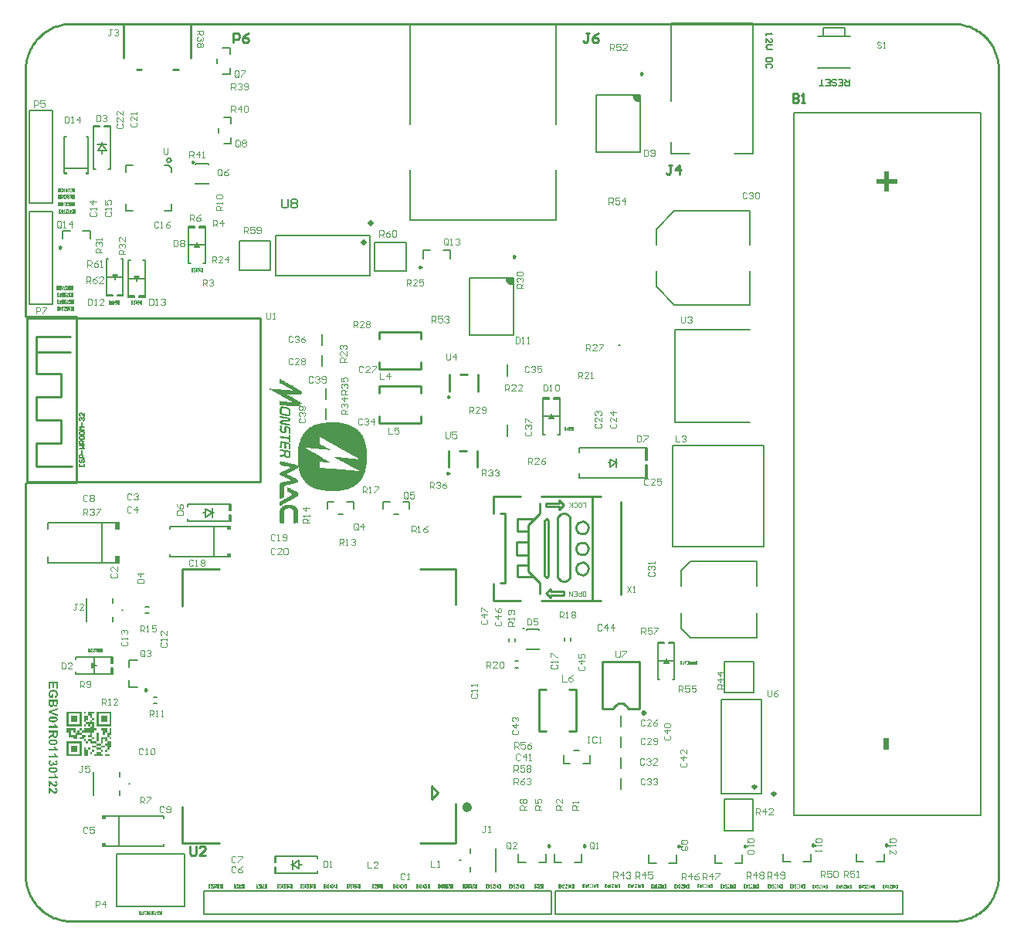
<source format=gto>
%FSTAX23Y23*%
%MOIN*%
%SFA1B1*%

%IPPOS*%
%ADD10C,0.005000*%
%ADD11C,0.010000*%
%ADD12C,0.011810*%
%ADD13C,0.019680*%
%ADD14C,0.009840*%
%ADD15C,0.007870*%
%ADD16C,0.005910*%
%ADD17C,0.006000*%
%ADD18C,0.003940*%
%LNesp_gsm_v1.1-1*%
%LPD*%
G36*
X02653Y0354D02*
X02638D01*
X02623Y03555*
Y03567*
X02653*
Y0354*
G37*
G36*
X00274Y03223D02*
X00259D01*
Y03235*
X00274*
Y03223*
G37*
G36*
X0018D02*
X00165D01*
Y03235*
X0018*
Y03223*
G37*
G36*
X02105Y0275D02*
X0209D01*
X02075Y02765*
Y02777*
X02105*
Y0275*
G37*
G36*
X01099Y02342D02*
X01102Y0234D01*
X01111Y02336*
X01112Y02335*
X01114Y02334*
X01115Y02333*
X01117Y02332*
X01122Y02329*
X01127Y02326*
X01128Y02326*
X01133Y02323*
X01138Y0232*
X0114Y02319*
X01141Y02318*
X01144Y02317*
X01145Y02316*
X0115Y02314*
X0115Y02313*
X01156Y0231*
X01159Y02308*
X01162Y02306*
X01165Y02304*
X01166Y02304*
X01169Y02302*
X01172Y02301*
X01174Y023*
X01177Y02298*
X01178Y02297*
X01181Y02295*
X01182Y02294*
X01183Y02294*
X01188Y02291*
X01189Y0229*
X01192Y02289*
X01194Y02287*
X01198Y02285*
X01198Y02285*
X01198Y02284*
X01195Y02284*
X01194Y02283*
X01193Y02282*
X01193Y0228*
X01191Y02279*
X01188Y02281*
X01188Y0228*
X01188Y02278*
X01189Y02277*
X01191Y02276*
X01193Y02276*
X01196Y02275*
X01197Y02275*
X01197Y02274*
X01197Y02273*
X01191Y02273*
X01174Y02273*
X01167Y02273*
X0116Y02274*
X01157Y02274*
X01152Y02275*
X01149Y02275*
X01141Y02275*
X01138Y02276*
X01134Y02276*
X01131Y02277*
X0113Y02276*
X0113Y02274*
X01132Y02272*
X01132Y02272*
X01137Y0227*
X01143Y02267*
X01148Y02264*
X0115Y02263*
X01159Y02257*
X0116Y02257*
X01161Y02256*
X01165Y02254*
X01165Y02254*
X01166Y02253*
X01168Y02252*
X01171Y02251*
X01171Y0225*
X01176Y02248*
X01177Y02247*
X0118Y02245*
X01181Y02244*
X01182Y02244*
X01185Y02243*
X01186Y02242*
X01187Y02241*
X01187Y02241*
X01188Y0224*
X01191Y02239*
X01192Y02238*
X01193Y02237*
X01191Y02236*
X01187Y02236*
X01187Y02237*
X01187Y02239*
X01185Y02239*
X01182Y02239*
X01182Y02238*
X01184Y02236*
X01185Y02235*
X01186Y02234*
X01186Y02232*
X01185Y02231*
X01184Y0223*
X01182Y02228*
X01182Y02227*
X01183Y02227*
X01189Y02227*
X01189Y02226*
X01192Y02224*
X01192Y02224*
X01192Y02223*
X0119Y02223*
X01183Y02223*
X01179Y02223*
X01173Y02224*
X01167Y02224*
X01157Y02225*
X01153Y02225*
X01147Y02225*
X01144Y02225*
X01143Y02226*
X01142Y02225*
X01137Y02226*
X01134Y02226*
X0113Y02226*
X01127Y02227*
X01124Y02227*
X01121Y02227*
X01118Y02228*
X01115Y02228*
X0111Y02228*
X01105Y02229*
X01098Y02229*
X01097Y0223*
X01096Y02231*
X01096Y02244*
X01096Y02245*
X01097Y02246*
X01098Y02247*
X01103Y02246*
X01104Y02246*
X01107Y02245*
X01112Y02245*
X01116Y02244*
X01117Y02244*
X0112Y02244*
X01122Y02243*
X01128Y02243*
X01129Y02243*
X01132Y02242*
X01133Y02242*
X01134*
X01135Y02242*
X01139Y02241*
X01141Y02241*
X01144Y0224*
X01149Y0224*
X0115Y0224*
X01152Y0224*
X01153Y02242*
X01151Y02243*
X01148Y02245*
X01145Y02247*
X01144Y02247*
X0114Y02249*
X01136Y02252*
X01134Y02253*
X01124Y02258*
X0112Y0226*
X01118Y02262*
X01113Y02264*
X01111Y02266*
X01106Y02268*
X01098Y02273*
X01096Y02274*
X01094Y02275*
X01091Y02277*
X01089Y02278*
X01086Y02279*
X01085Y0228*
X01083Y02281*
X01082Y02282*
X01079Y02284*
X01077Y02284*
X01075Y02286*
X01074Y02286*
X01074Y02287*
X0107Y02289*
X01068Y0229*
X01066Y02291*
X01063Y02293*
X01059Y02295*
X01056Y02296*
X01054Y02298*
X01053Y02298*
X01053Y02299*
X01054Y023*
X01056Y023*
X0106Y023*
X01064Y02299*
X01074Y02299*
X01076Y02298*
X01077Y02298*
X01084Y02298*
X01087Y02297*
X0109Y02297*
X01095Y02297*
X01109Y02296*
X01112Y02296*
X01113Y02295*
X01119Y02295*
X0112Y02295*
X01124Y02294*
X01126Y02294*
X01132Y02294*
X01137Y02293*
X01142Y02293*
X01148Y02292*
X01151Y02292*
X01153Y02293*
X01153Y02294*
X01152Y02296*
X0115Y02297*
X01148Y02297*
X01147Y02298*
X01144Y023*
X01142Y023*
X01139Y02302*
X01128Y02308*
X01117Y02314*
X01109Y02318*
X01107Y02319*
X01105Y0232*
X01103Y02321*
X011Y02322*
X01098Y02324*
X01097Y02324*
X01097Y02325*
X01096Y02325*
X01096Y02327*
X01096Y02334*
X01096Y02342*
X01097Y02343*
X01099Y02342*
G37*
G36*
X01114Y02223D02*
X01116Y02222D01*
X01119Y02222*
X01123Y02221*
X01127Y02221*
X0113Y0222*
X01134Y02218*
X01135Y02218*
X01135Y02218*
X01136Y02218*
X01138Y02216*
X01139Y02216*
X01141Y02214*
X01141Y02213*
X01142Y02211*
X01143Y0221*
X01143Y02208*
X01144Y02206*
X01144Y022*
X01144Y02199*
X01144Y02196*
X01144Y02189*
X01143Y02188*
X01142Y02186*
X01141Y02183*
X0114Y02183*
X01138Y02182*
X01137Y02182*
X01124Y02182*
X01123Y02182*
X01119Y02183*
X01117Y02183*
X01115Y02184*
X01111Y02185*
X01108Y02185*
X01107Y02186*
X01105Y02187*
X01102Y02189*
X011Y0219*
X011Y0219*
X011Y02191*
X01098Y02195*
X01097Y02198*
X01097Y02203*
X01097Y02216*
X01099Y02219*
X011Y02221*
X01101Y02222*
X01102Y02222*
X01104Y02223*
X01105Y02223*
X01114Y02223*
G37*
G36*
X01103Y02182D02*
X01103Y02182D01*
X01105Y02181*
X01109Y02181*
X01112Y0218*
X01113Y0218*
X01115Y02179*
X01117Y02179*
X01118Y02178*
X01121Y02178*
X01124Y02178*
X01126Y02178*
X01127Y02177*
X01129Y02177*
X01131Y02176*
X01132Y02176*
X01134Y02175*
X01137Y02175*
X0114Y02174*
X01142Y02172*
X01142Y02171*
X01143Y0217*
X01142Y02161*
X01142Y0216*
X01141Y0216*
X01139Y02159*
X01135Y02159*
X01133Y02158*
X01129Y02158*
X01123Y02157*
X01113Y02157*
X01112Y02156*
X0111Y02156*
X01109Y02155*
X01109Y02154*
X0111Y02153*
X01111Y02153*
X01114Y02152*
X01115Y02152*
X01116Y02152*
X01116Y02152*
X01118Y02151*
X01119Y02151*
X01123Y0215*
X01127Y0215*
X01128Y0215*
X0113Y02149*
X01134Y02149*
X01135Y02148*
X01137Y02148*
X01141Y02147*
X01143Y02146*
X01143Y02144*
X01143Y0214*
X01142Y0214*
X01139Y0214*
X01139Y02141*
X01136Y02141*
X01134Y02141*
X01133Y02141*
X01128Y02142*
X01127Y02142*
X01125Y02142*
X01118Y02144*
X01115Y02144*
X01112Y02144*
X0111Y02145*
X01107Y02145*
X01106Y02145*
X01103Y02147*
X01103Y02147*
X011Y02148*
X011Y02149*
X01099Y0215*
X01099Y02152*
X01098Y02153*
X01099Y0216*
X011Y02162*
X01101Y02162*
X01103Y02163*
X01105Y02163*
X01113Y02164*
X01116Y02164*
X01126Y02165*
X01131Y02165*
X01134Y02166*
X01134Y02167*
X01134Y02168*
X01133Y02169*
X01131Y02169*
X0113Y0217*
X01124Y0217*
X0112Y02171*
X01118Y02171*
X01117Y02171*
X01112Y02172*
X0111Y02172*
X01106Y02173*
X01104Y02173*
X01101Y02174*
X01099Y02175*
X01099Y02175*
X01098Y02177*
X01098Y02179*
X01098Y0218*
X01099Y02181*
X011Y02183*
X01103Y02182*
G37*
G36*
X01104Y02142D02*
X01105Y02141D01*
X01105Y02141*
X01106Y0214*
X01106Y02139*
X01106Y02136*
X01105Y02131*
X01106Y02131*
X01105Y02123*
X01106Y02122*
X01106Y0212*
X01107Y02119*
X01108Y02118*
X01109Y02117*
X0111Y02117*
X0111Y02116*
X01113Y02116*
X01116Y02117*
X01117Y02119*
X01117Y02119*
X01118Y02121*
X01118Y02126*
X01118Y02133*
X0112Y02136*
X0112Y02137*
X01122Y02137*
X01123Y02138*
X01126Y02138*
X01131Y02138*
X01132Y02137*
X01134Y02137*
X01137Y02135*
X01139Y02134*
X01141Y02131*
X01142Y02131*
X01142Y02129*
X01143Y02118*
X01142Y02112*
X01143Y0211*
X01143Y02108*
X01142Y02107*
X01141Y02106*
X01138Y02107*
X01137Y02108*
X01137Y02109*
X01136Y02126*
X01135Y02128*
X01135Y02128*
X01134Y02129*
X01132Y0213*
X01131Y0213*
X01128Y0213*
X01126Y02129*
X01126Y02129*
X01125Y02126*
X01125Y02123*
X01125Y02116*
X01125Y02114*
X01124Y02112*
X01123Y0211*
X01122Y0211*
X01121Y02109*
X01121Y02109*
X01118Y02108*
X01117Y02108*
X01113Y02108*
X01112Y02108*
X0111Y02109*
X0111Y02109*
X01108Y02109*
X01106Y0211*
X01103Y02112*
X01101Y02114*
X011Y02115*
X011Y02115*
X01099Y02118*
X01099Y02119*
X01098Y02122*
X01098Y02124*
X01098Y02129*
X01099Y0213*
X01098Y02139*
X01099Y02142*
X01099Y02143*
X01101Y02143*
X01104Y02142*
G37*
G36*
X01141Y021D02*
X01143Y02098D01*
X01142Y02095*
X01143Y02073*
X01143Y02071*
X01142Y0207*
X0114Y02069*
X01138Y0207*
X01137Y0207*
X01137Y02072*
Y02078*
Y02078*
X01137Y02079*
X01136Y0208*
X01136Y02081*
X01134Y02082*
X01133Y02082*
X0113Y02083*
X01126Y02083*
X01125Y02083*
X01123Y02084*
X01121Y02084*
X01118Y02084*
X01117Y02085*
X01112Y02085*
X0111Y02086*
X01107Y02086*
X01105Y02086*
X01104Y02087*
X01101Y02087*
X011Y02088*
X01099Y02089*
X01098Y02091*
X01099Y02095*
X011Y02096*
X01101Y02096*
X01105Y02094*
X0111Y02094*
X01113Y02093*
X01115Y02093*
X01116Y02093*
X0112Y02092*
X01121Y02092*
X01123Y02091*
X01128Y0209*
X0113Y0209*
X01131Y0209*
X01135Y02089*
X01136Y0209*
X01137Y02092*
X01137Y02093*
X01137Y02097*
X01136Y02098*
X01137Y02099*
X01138Y021*
X01139Y021*
X01141Y021*
G37*
G36*
X01106Y02073D02*
X01109Y02072D01*
X0111Y02072*
X01114Y02071*
X01115Y02071*
X01117Y02071*
X01119Y02071*
X0112Y0207*
X01122Y0207*
X01124Y02069*
X01128Y02069*
X01132Y02068*
X01135Y02068*
X01136Y02067*
X01139Y02066*
X01141Y02063*
X01142Y02061*
X01143Y02059*
X01142Y02059*
X01142Y0205*
X01142Y02043*
X01143Y02042*
X01142Y02038*
X01142Y02037*
X0114Y02037*
X01138Y02038*
X01137Y0204*
X01137Y02049*
X01137Y02059*
X01135Y0206*
X01131Y02061*
X01129Y02061*
X01127Y02062*
X01126Y02061*
X01125Y0206*
X01124Y02058*
X01125Y0205*
X01125Y02047*
X01125Y02043*
X01123Y02042*
X01122Y02041*
X0112Y02042*
X01118Y02043*
X01118Y02044*
X01118Y02047*
X01118Y02061*
X01117Y02063*
X01115Y02064*
X01112Y02064*
X01107Y02064*
X01106Y02063*
X01105Y02061*
Y02056*
Y02056*
X01106Y02045*
X01105Y02044*
X01104Y02043*
X01102Y02043*
X01099Y02044*
X01099Y02045*
X01098Y02047*
X01099Y02055*
X01099Y02071*
X011Y02072*
X01102Y02073*
X01105Y02073*
X01106Y02073*
G37*
G36*
X01103Y02039D02*
X01105Y02038D01*
X01111Y02037*
X01112Y02037*
X01114Y02037*
X01117Y02036*
X0112Y02035*
X01121Y02035*
X01124Y02035*
X01128Y02034*
X0113Y02034*
X01131Y02033*
X01133Y02033*
X01136Y02032*
X01137Y02032*
X0114Y02031*
X01141Y02031*
X01142Y0203*
X01143Y02029*
X01142Y0202*
X01143Y02018*
X01142Y02017*
X01142Y02006*
X01141Y02005*
X0114Y02002*
X01138Y02002*
X01137Y02001*
X01135Y02001*
X0113Y02001*
X01128Y02002*
X01125Y02002*
X01122Y02004*
X01121Y02005*
X01117Y02009*
X01116Y02009*
X01114Y02008*
X01112Y02007*
X01104Y02006*
X01102Y02005*
X011Y02006*
X01099Y02006*
X01099Y02007*
X01098Y02011*
X01099Y02012*
X011Y02013*
X01101Y02014*
X01103Y02015*
X01106Y02015*
X01107Y02015*
X01109Y02016*
X01112Y02016*
X01113Y02016*
X01114Y02017*
X01114Y02017*
X01115Y02019*
X01116Y02021*
X01115Y02027*
X01114Y02029*
X01111Y0203*
X01107Y0203*
X01106Y0203*
X01103Y02031*
X01102*
X011Y02031*
X01099Y02032*
X01098Y02034*
X01099Y02037*
X01099Y02039*
X01101Y02039*
X01103Y02039*
G37*
G36*
X01333Y02154D02*
X01339Y02154D01*
X01339Y02154*
X01342Y02154*
X01344Y02153*
X01346Y02153*
X01349Y02153*
X01352Y02153*
X01353Y02153*
X01355Y02153*
X01355Y02152*
X01356Y02152*
X01357Y02152*
X01358Y02152*
X01359Y02152*
X0136Y02152*
X01364Y02151*
X01364Y02151*
X01365Y02151*
X01367Y02151*
X01367Y02151*
X01368Y02151*
X01369Y0215*
X01369Y0215*
X0137Y0215*
X0137Y0215*
X01371Y0215*
X01371Y0215*
X01371Y0215*
X01372Y0215*
X01373Y0215*
X01374Y02149*
X01374Y02149*
X01375Y02149*
X01376Y02149*
X01376Y02149*
X01376Y02149*
X01377Y02149*
X0138Y02148*
X0138Y02148*
X01381Y02148*
X01382Y02148*
X01382Y02147*
X01383Y02147*
X01383Y02147*
X01384Y02147*
X01385Y02147*
X01385Y02147*
X01386Y02146*
X01386Y02146*
X01389Y02146*
X0139Y02145*
X01393Y02144*
X01395Y02143*
X01396Y02143*
X01397Y02143*
X01398Y02142*
X01398Y02142*
X01399Y02142*
X014Y02142*
X014Y02141*
X01401Y02141*
X01401Y02141*
X01402Y02141*
X01406Y02139*
X01409Y02137*
X01413Y02136*
X01415Y02135*
X01416Y02134*
X01417Y02133*
X01418Y02133*
X01419Y02132*
X0142Y02132*
X0142Y02131*
X01421Y02131*
X01421Y02131*
X01422Y0213*
X01422Y0213*
X01424Y02129*
X01424Y02129*
X01426Y02128*
X01426Y02128*
X01426Y02127*
X01426Y02127*
X01429Y02126*
X01429Y02126*
X01429Y02125*
X01429Y02125*
X01429Y02125*
X01429Y02125*
X0143Y02125*
X0143Y02125*
X0143Y02125*
X0143Y02124*
X0143Y02124*
X01431Y02124*
X01431Y02124*
X01431Y02124*
X01431Y02124*
X01431Y02123*
X01432Y02123*
X01432Y02123*
X01432Y02123*
X01433Y02122*
X01433Y02122*
X01433Y02122*
X01433Y02122*
X01434Y02121*
X01434Y02121*
X01434Y02121*
X01435Y02121*
X01435Y0212*
X01435Y0212*
X01436Y02119*
X01436Y02119*
X01438Y02118*
X01438Y02118*
X01441Y02115*
X01441Y02115*
X01443Y02113*
X01443Y02113*
X01443Y02112*
X01443Y02112*
X01444Y02112*
X01444Y02111*
X01444Y02111*
X01444Y02111*
X01445Y0211*
X01445Y0211*
X01445Y0211*
X01445Y02109*
X01446Y02109*
X01446Y02109*
X01446Y02109*
X01446Y02109*
X01447Y02108*
X01447Y02108*
X01447Y02108*
X01447Y02108*
X01447Y02107*
X01447Y02107*
X01447Y02107*
X01448Y02107*
X01448Y02107*
X01448Y02107*
X01448Y02106*
X01448Y02106*
X01448Y02106*
X01448Y02106*
X01449Y02106*
X01449Y02105*
X01449Y02105*
X01449Y02105*
X0145Y02103*
X0145Y02103*
X01451Y02103*
X01451Y02103*
X01451Y02102*
X01451Y02102*
X01451Y02102*
X01452Y02101*
X01452Y02101*
X01452Y021*
X01453Y02099*
X01453Y02099*
X01453Y02099*
X01453Y02099*
X01454Y02098*
X01454Y02098*
X01454Y02097*
X01454Y02097*
X01455Y02097*
X01455Y02096*
X01455Y02096*
X01456Y02095*
X01456Y02093*
X01457Y02092*
X0146Y02087*
X0146Y02086*
X0146Y02086*
X01461Y02084*
X01461Y02083*
X01462Y02082*
X01462Y02081*
X01463Y02079*
X01464Y02077*
X01464Y02076*
X01465Y02072*
X01467Y02066*
X01468Y02061*
X01468Y0206*
X01468Y0206*
X01468Y0206*
X01468Y02059*
X01469Y02059*
X01469Y02058*
X01469Y02058*
X01469Y02058*
X01469Y02057*
X01469Y02057*
X01469Y02056*
X01469Y02056*
X01469Y02055*
X0147Y02052*
X0147Y02051*
X0147Y0205*
X01471Y02045*
X01472Y02039*
X01472Y02039*
X01472Y02037*
X01472Y02036*
X01473Y02035*
X01473Y02035*
X01473Y02034*
X01473Y02033*
X01473Y02032*
X01473Y02031*
X01473Y0203*
X01473Y02029*
X01473Y02028*
X01473Y02027*
X01473Y02025*
X01474Y02024*
X01474Y02022*
X01474Y02017*
X01474Y02012*
X01474Y02009*
X01474Y01999*
X01474Y01998*
X01474Y01994*
X01474Y01992*
X01474Y01991*
X01473Y01987*
X01473Y01985*
X01473Y01982*
X01473Y01981*
X01473Y0198*
X01473Y01979*
X01472Y01977*
X01472Y01977*
X01472Y01976*
X01472Y01975*
X01472Y01974*
X01472Y01973*
X01471Y01968*
X01471Y01966*
X01471Y01965*
X0147Y01964*
X0147Y01963*
X0147Y01962*
X0147Y0196*
X0147Y0196*
X01469Y01957*
X01469Y01956*
X01469Y01956*
X01469Y01955*
X01468Y01954*
X01468Y01953*
X01468Y01953*
X01468Y01952*
X01468Y01951*
X01467Y0195*
X01467Y0195*
X01467Y01949*
X01467Y01949*
X01467Y01948*
X01467Y01947*
X01467Y01947*
X01466Y01946*
X01466Y01946*
X01466Y01945*
X01465Y01942*
X01465Y01941*
X01465Y0194*
X01463Y01934*
X01462Y01934*
X01462Y01933*
X01462Y01933*
X01462Y01932*
X01462Y01931*
X01461Y0193*
X0146Y01929*
X01458Y01924*
X01458Y01924*
X01457Y01922*
X01456Y0192*
X01455Y01918*
X01454Y01915*
X01454Y01915*
X01453Y01914*
X01453Y01913*
X01452Y01912*
X01452Y01912*
X01452Y01911*
X01452Y01911*
X01451Y01911*
X01451Y0191*
X01451Y0191*
X01451Y0191*
X0145Y01909*
X0145Y01909*
X0145Y01908*
X0145Y01908*
X01449Y01907*
X01449Y01907*
X01449Y01907*
X01449Y01906*
X01448Y01906*
X01448Y01906*
X01448Y01906*
X01448Y01905*
X01448Y01905*
X01448Y01905*
X01447Y01905*
X01447Y01905*
X01447Y01904*
X01447Y01904*
X01447Y01904*
X01447Y01904*
X01447Y01904*
X01446Y01904*
X01446Y01903*
X01446Y01903*
X01446Y01903*
X01446Y01903*
X01446Y01903*
X01446Y01903*
X01445Y01902*
X01445Y01902*
X01445Y01902*
X01445Y01902*
X01445Y01902*
X01445Y01901*
X01444Y01901*
X01444Y01901*
X01444Y01901*
X01444Y019*
X01444Y019*
X01443Y019*
X01443Y01899*
X01443Y01899*
X01442Y01899*
X01442Y01899*
X01442Y01898*
X01442Y01898*
X01441Y01897*
X01441Y01897*
X01436Y01892*
X01436Y01892*
X01435Y01891*
X01435Y01891*
X01434Y0189*
X01434Y0189*
X01433Y0189*
X01433Y0189*
X01433Y01889*
X01433Y01889*
X01432Y01889*
X01432Y01889*
X01432Y01888*
X01432Y01888*
X01431Y01888*
X01431Y01888*
X01431Y01887*
X01431Y01887*
X0143Y01887*
X0143Y01887*
X0143Y01887*
X0143Y01887*
X0143Y01887*
X01429Y01886*
X01429Y01886*
X01429Y01886*
X01429Y01886*
X01429Y01886*
X01428Y01886*
X01428Y01885*
X01428Y01885*
X01428Y01885*
X01427Y01884*
X01425Y01883*
X01425Y01883*
X01425Y01883*
X01425Y01883*
X01424Y01883*
X01424Y01882*
X01424Y01882*
X01424Y01882*
X01423Y01882*
X01423Y01882*
X01422Y01881*
X01422Y01881*
X01421Y01881*
X01421Y01881*
X01421Y0188*
X01421Y0188*
X0142Y0188*
X0142Y0188*
X01419Y01879*
X01419Y01879*
X01419Y01879*
X01418Y01879*
X01418Y01879*
X01417Y01878*
X01416Y01878*
X01416Y01877*
X01414Y01876*
X01413Y01876*
X01411Y01875*
X01407Y01873*
X01406Y01872*
X01404Y01872*
X01403Y01871*
X01403Y01871*
X01402Y01871*
X01402Y0187*
X01401Y0187*
X01401Y0187*
X01399Y01869*
X01398Y01869*
X01397Y01869*
X01397Y01869*
X01395Y01868*
X01393Y01867*
X0139Y01866*
X01388Y01866*
X01386Y01865*
X01385Y01865*
X01385Y01865*
X01383Y01864*
X01383Y01864*
X01382Y01864*
X0138Y01863*
X0138Y01863*
X01379Y01863*
X01379Y01863*
X01378Y01863*
X01377Y01863*
X01377Y01863*
X01376Y01862*
X01376Y01862*
X01375Y01862*
X01375Y01862*
X01374Y01862*
X01374Y01862*
X01373Y01862*
X01373Y01862*
X01371Y01861*
X0137Y01861*
X0137Y01861*
X01369Y01861*
X01369Y01861*
X01366Y01861*
X01365Y0186*
X01361Y0186*
X01361Y0186*
X0136Y0186*
X01358Y01859*
X01357Y01859*
X01356Y01859*
X01355Y01859*
X01355Y01859*
X01354Y01859*
X0135Y01859*
X01349Y01859*
X01348Y01858*
X01346Y01858*
X01345Y01858*
X01344Y01858*
X01342Y01858*
X01341Y01858*
X01339Y01858*
X01337Y01858*
X01334Y01858*
X01331Y01858*
X01321Y01858*
X0132Y01858*
X01313Y01858*
X01312Y01858*
X01309Y01858*
X01309Y01858*
X01306Y01858*
X01302Y01858*
X01301Y01859*
X013Y01859*
X01295Y01859*
X0129Y0186*
X0129Y0186*
X01288Y0186*
X01288Y0186*
X01287Y0186*
X01286Y0186*
X01285Y0186*
X01284Y0186*
X01284Y0186*
X01281Y01861*
X01278Y01861*
X01278Y01861*
X01277Y01862*
X01277Y01862*
X01276Y01862*
X01276Y01862*
X01275Y01862*
X0127Y01863*
X0127Y01863*
X01269Y01863*
X01269Y01863*
X01268Y01863*
X01268Y01864*
X01267Y01864*
X01267Y01864*
X01266Y01864*
X01266Y01864*
X01265Y01864*
X01265Y01864*
X01264Y01864*
X01262Y01865*
X01261Y01865*
X0126Y01865*
X01259Y01866*
X01258Y01866*
X01256Y01867*
X01253Y01868*
X0125Y01868*
X01249Y01869*
X01248Y01869*
X01246Y0187*
X01245Y0187*
X01245Y01871*
X01243Y01871*
X01242Y01872*
X01241Y01872*
X0124Y01872*
X01239Y01873*
X01238Y01873*
X01233Y01876*
X01232Y01876*
X01232Y01877*
X01231Y01877*
X0123Y01878*
X01229Y01878*
X01229Y01878*
X01228Y01879*
X01228Y01879*
X01226Y0188*
X01225Y01881*
X01225Y01881*
X01225Y01881*
X01222Y01883*
X01222Y01883*
X01222Y01883*
X01221Y01884*
X01221Y01884*
X01221Y01884*
X01221Y01884*
X0122Y01884*
X0122Y01885*
X0122Y01885*
X0122Y01885*
X0122Y01885*
X01219Y01885*
X01219Y01886*
X01219Y01886*
X01218Y01887*
X01218Y01887*
X01217Y01887*
X01217Y01888*
X01215Y0189*
X01214Y0189*
X0121Y01894*
X0121Y01894*
X01208Y01896*
X01208Y01896*
X01207Y01898*
X01207Y01898*
X01206Y01899*
X01206Y01899*
X01205Y01899*
X01205Y019*
X01205Y019*
X01204Y019*
X01204Y01901*
X01204Y01901*
X01204Y01901*
X01203Y01902*
X01203Y01902*
X01203Y01902*
X01203Y01902*
X01203Y01903*
X01202Y01903*
X01202Y01903*
X01202Y01903*
X01202Y01904*
X01202Y01904*
X01201Y01904*
X01201Y01904*
X01201Y01904*
X01201Y01905*
X01201Y01905*
X01201Y01905*
X01201Y01905*
X012Y01905*
X012Y01906*
X012Y01906*
X012Y01906*
X01199Y01907*
X01199Y01907*
X01198Y01908*
X01198Y01908*
X01198Y01909*
X01198Y01909*
X01197Y0191*
X01197Y0191*
X01197Y0191*
X01197Y01911*
X01196Y01911*
X01196Y01912*
X01196Y01913*
X01195Y01913*
X01195Y01913*
X01195Y01914*
X01195Y01914*
X01194Y01916*
X01193Y01917*
X0119Y01922*
X0119Y01923*
X01189Y01925*
X01188Y01927*
X01188Y01928*
X01188Y01928*
X01188Y01929*
X01187Y01929*
X01187Y01931*
X01187Y01931*
X01186Y01932*
X01186Y01932*
X01186Y01934*
X01185Y01935*
X01185Y01935*
X01185Y01935*
X01185Y01936*
X01184Y01938*
X01184Y0194*
X01183Y0194*
X01183Y01942*
X01183Y01943*
X01183Y01943*
X01183Y01944*
X01182Y01944*
X01182Y01945*
X01182Y01945*
X01182Y01946*
X01181Y01948*
X01181Y01949*
X01181Y0195*
X01181Y01951*
X01181Y01951*
X0118Y01952*
X0118Y01952*
X0118Y01953*
X0118Y01953*
X0118Y01954*
X0118Y01954*
X0118Y01957*
X01179Y01957*
X01179Y01959*
X01178Y01963*
X01178Y01963*
X01178Y01964*
X01178Y01965*
X01178Y01967*
X01177Y0197*
X01177Y0197*
X01177Y01973*
X01177Y01973*
X01177Y01974*
X01177Y01975*
X01176Y01978*
X01176Y01979*
X01176Y01981*
X01176Y01982*
X01176Y01984*
X01175Y01989*
X01175Y01993*
X01175Y01996*
X01175Y01998*
X01175Y02001*
X01175Y02014*
X01175Y02014*
X01175Y0202*
X01175Y0202*
X01175Y02023*
X01175Y02025*
X01176Y02027*
X01176Y0203*
X01176Y02031*
X01176Y02034*
X01176Y02035*
X01176Y02036*
X01176Y02037*
X01177Y02042*
X01177Y02042*
X01177Y02044*
X01177Y02046*
X01178Y02047*
X01178Y0205*
X01178Y02051*
X01178Y02051*
X01179Y02052*
X01179Y02053*
X01179Y02054*
X0118Y02059*
X0118Y0206*
X0118Y0206*
X0118Y02061*
X0118Y02061*
X0118Y02062*
X01181Y02062*
X01181Y02063*
X01181Y02063*
X01181Y02063*
X01181Y02064*
X01181Y02065*
X01182Y02066*
X01182Y02067*
X01182Y02068*
X01182Y02069*
X01183Y0207*
X01183Y0207*
X01183Y02071*
X01185Y02076*
X01185Y02078*
X01186Y02079*
X01186Y02079*
X01187Y02081*
X01187Y02081*
X01187Y02082*
X01187Y02082*
X01187Y02083*
X01188Y02084*
X01188Y02085*
X01189Y02086*
X0119Y02089*
X01193Y02094*
X01193Y02095*
X01194Y02096*
X01195Y02097*
X01195Y02098*
X01196Y02099*
X01196Y021*
X01196Y021*
X01196Y021*
X01197Y02101*
X01197Y02101*
X01197Y02102*
X01197Y02102*
X01198Y02103*
X01198Y02103*
X01199Y02105*
X012Y02105*
X012Y02105*
X012Y02106*
X01202Y02109*
X01203Y02109*
X01203Y0211*
X01203Y0211*
X01203Y0211*
X01203Y0211*
X01204Y02111*
X01204Y02111*
X01204Y02111*
X01204Y02111*
X01204Y02111*
X01204Y02111*
X01205Y02112*
X01205Y02112*
X01205Y02112*
X01205Y02112*
X01205Y02113*
X01205Y02113*
X01206Y02113*
X01206Y02113*
X01206Y02114*
X01206Y02114*
X01207Y02115*
X01207Y02115*
X01208Y02115*
X01208Y02116*
X01208Y02116*
X01208Y02116*
X01209Y02117*
X01209Y02117*
X01212Y0212*
X01212Y0212*
X01212Y02121*
X01213Y02121*
X01214Y02122*
X01214Y02122*
X01215Y02123*
X01215Y02123*
X01216Y02124*
X01216Y02124*
X01217Y02124*
X01217Y02124*
X01217Y02125*
X01217Y02125*
X01218Y02125*
X01218Y02125*
X01218Y02126*
X01218Y02126*
X01219Y02126*
X01219Y02126*
X01219Y02126*
X01219Y02127*
X0122Y02127*
X0122Y02127*
X0122Y02127*
X0122Y02127*
X0122Y02127*
X01221Y02128*
X01221Y02128*
X01221Y02128*
X01221Y02128*
X01221Y02128*
X01221Y02128*
X01222Y02128*
X01222Y02129*
X01222Y02129*
X01222Y02129*
X01222Y02129*
X01223Y02129*
X01223Y02129*
X01223Y02129*
X01223Y02129*
X01223Y0213*
X01223Y0213*
X01224Y0213*
X01224Y0213*
X01224Y0213*
X01225Y0213*
X01225Y02131*
X01225Y02131*
X01226Y02131*
X01226Y02131*
X01226Y02132*
X01226Y02132*
X01227Y02132*
X01227Y02132*
X01228Y02133*
X01228Y02133*
X01229Y02134*
X01229Y02134*
X0123Y02134*
X0123Y02134*
X01231Y02134*
X01231Y02135*
X01232Y02135*
X01232Y02135*
X01233Y02136*
X01234Y02136*
X01236Y02137*
X01241Y0214*
X01241Y0214*
X01242Y0214*
X01245Y02142*
X01246Y02142*
X01247Y02142*
X01247Y02142*
X01248Y02143*
X01248Y02143*
X01249Y02143*
X01249Y02143*
X01251Y02144*
X01256Y02145*
X01257Y02146*
X01258Y02146*
X0126Y02147*
X0126Y02147*
X01261Y02147*
X01262Y02147*
X01263Y02147*
X01265Y02148*
X01266Y02148*
X01266Y02148*
X01267Y02148*
X01267Y02148*
X01268Y02149*
X01268Y02149*
X01268Y02149*
X01269Y02149*
X01269Y02149*
X0127Y02149*
X0127Y02149*
X01273Y0215*
X01273Y0215*
X01275Y0215*
X01281Y02151*
X01282Y02151*
X01282Y02151*
X01283Y02151*
X01286Y02152*
X01287Y02152*
X01288Y02152*
X01289Y02152*
X01289Y02152*
X01292Y02152*
X01298Y02153*
X01302Y02153*
X01305Y02153*
X01306Y02153*
X01309Y02154*
X01309Y02154*
X01317Y02154*
X01321Y02154*
X01333Y02154*
X01333Y02154*
G37*
G36*
X01103Y01988D02*
X01106Y01986D01*
X01108Y01986*
X0111Y01985*
X01112Y01985*
X01114Y01985*
X01116Y01984*
X0112Y01983*
X01122Y01982*
X01125Y01982*
X01127Y01982*
X01129Y01981*
X01132Y0198*
X01134Y0198*
X01136Y01979*
X01142Y01978*
X01146Y01977*
X01149Y01976*
X01151Y01976*
X01157Y01975*
X0116Y01974*
X01163Y01973*
X01166Y01972*
X01168Y01972*
X01173Y01969*
X01173Y01969*
X01175Y01967*
X01175Y01967*
X01176Y01966*
X01176Y01965*
X01177Y01964*
X01177Y01961*
X01175Y01959*
X01173Y01956*
X01173Y01956*
X01172Y01956*
X01171Y01955*
X01169Y01954*
X01168Y01953*
X01168Y01953*
X01167Y01952*
X01163Y0195*
X01162Y0195*
X01162Y01949*
X01159Y01948*
X01156Y01947*
X01153Y01945*
X0115Y01944*
X01146Y01942*
X01145Y01941*
X01142Y0194*
X01139Y01939*
X01137Y01937*
X01135Y01936*
X01134Y01936*
X01132Y01935*
X0113Y01934*
X0113Y01933*
X0113Y01931*
X01131Y0193*
X01133Y01929*
X01135Y01929*
X01137Y01927*
X0114Y01926*
X01143Y01924*
X01147Y01923*
X01149Y01921*
X01153Y01919*
X01163Y01914*
X01165Y01913*
X01168Y01912*
X0117Y0191*
X01172Y01909*
X01173Y01908*
X01173Y01908*
X01174Y01906*
X01175Y01906*
X01176Y01905*
X01176Y01904*
X01177Y01902*
X01177Y019*
X01175Y01898*
X01174Y01896*
X01171Y01895*
X01169Y01894*
X01168Y01893*
X01165Y01892*
X0116Y01891*
X01155Y0189*
X01154Y01889*
X01152Y01889*
X01151Y01889*
X01149Y01888*
X01147Y01888*
X01146Y01888*
X01144Y01887*
X01141Y01886*
X01137Y01886*
X01136Y01885*
X01133Y01884*
X0113Y01884*
X01128Y01883*
X01127Y01883*
X01124Y01882*
X01123Y01882*
X0112Y0188*
X01119Y01879*
X01119Y01879*
X01118Y01878*
X01117Y01876*
X01117Y01873*
X01117Y01869*
X01117Y01852*
X01117Y0184*
X01117Y01839*
X01117Y01834*
X01115Y01831*
X01115Y01831*
X0111Y01828*
X0111Y01828*
X01107Y01827*
X01104Y01825*
X01103Y01824*
X01101Y01823*
X011Y01823*
X01099Y01823*
X01098Y01825*
X01098Y0183*
X01098Y01889*
X011Y01892*
X011Y01892*
X01101Y01893*
X01102Y01893*
X01105Y01895*
X01108Y01896*
X0111Y01897*
X01112Y01897*
X01115Y01898*
X01118Y01898*
X01119Y01898*
X01123Y01899*
X01127Y019*
X01131Y019*
X01132Y019*
X01133*
X01134Y01901*
X01137Y01901*
X0114Y01902*
X01141Y01902*
X01142Y01903*
X01143Y01905*
X01141Y01908*
X01139Y01909*
X01136Y0191*
X01134Y01911*
X01132Y01912*
X0113Y01913*
X01128Y01914*
X01125Y01915*
X01124Y01915*
X0112Y01917*
X01117Y01918*
X01115Y0192*
X01113Y0192*
X01111Y01921*
X0111Y01922*
X01109Y01922*
X01105Y01924*
X01104Y01925*
X01103Y01925*
X011Y01928*
X01099Y01929*
X01098Y01932*
X01098Y01934*
X011Y01937*
X01101Y01938*
X01102Y01938*
X01104Y0194*
X01105Y0194*
X01106Y01941*
X01108Y01942*
X01111Y01943*
X01111Y01944*
X01113Y01944*
X01114Y01945*
X01116Y01945*
X01119Y01947*
X01123Y01949*
X01127Y0195*
X01131Y01952*
X01134Y01953*
X01136Y01954*
X01141Y01957*
X01142Y01958*
X01142Y01958*
X01143Y01959*
X01142Y01961*
X01141Y01962*
X01138Y01963*
X01136Y01964*
X01132Y01964*
X01127Y01965*
X01125Y01965*
X01122Y01966*
X01118Y01966*
X01114Y01967*
X01111Y01968*
X01106Y01969*
X01104Y0197*
X01101Y01971*
X011Y01973*
X01099Y01974*
X01098Y01976*
X01099Y01987*
X01099Y01988*
X01101Y01988*
X01103Y01988*
G37*
G36*
X01132Y01875D02*
X01133Y01874D01*
X01134Y01874*
X01136Y01872*
X01141Y0187*
X0115Y01865*
X0116Y0186*
X01162Y01859*
X01165Y01857*
X01166Y01857*
X01172Y01854*
X01176Y01851*
X01179Y01846*
X01178Y01843*
X01176Y01839*
X01175Y01838*
X01175Y01838*
X01172Y01835*
X01171Y01834*
X01167Y01832*
X01166Y01831*
X01163Y0183*
X01161Y01829*
X0116Y01828*
X0116Y01828*
X01155Y01825*
X01153Y01824*
X01152Y01824*
X0115Y01822*
X01145Y0182*
X01143Y01818*
X01139Y01816*
X01139Y01816*
X01134Y01813*
X01132Y01812*
X01128Y0181*
X01126Y01808*
X01124Y01808*
X01123Y01807*
X01123Y01806*
X01118Y01804*
X01116Y01803*
X01111Y018*
X01109Y01799*
X01106Y01797*
X01105Y01796*
X01103Y01795*
X01101Y01793*
X011Y01793*
X01099Y01794*
X01098Y01795*
X01098Y01807*
X01098Y01811*
X011Y01813*
X011Y01814*
X01104Y01816*
X01105Y01817*
X01106*
X0111Y01819*
X01116Y01822*
X01118Y01823*
X01119Y01824*
X01123Y01826*
X01127Y01828*
X01128Y01829*
X0113Y0183*
X01131Y0183*
X01132Y01831*
X01133Y01832*
X01135Y01833*
X01136Y01833*
X01139Y01835*
X01141Y01836*
X01143Y01837*
X01144Y01838*
X01145Y01838*
X01148Y0184*
X01149Y01843*
X01148Y01846*
X01145Y01849*
X01142Y01851*
X01139Y01852*
X01137Y01853*
X01135Y01854*
X01132Y01855*
X01131Y01856*
X0113Y01857*
X01129Y01859*
X01129Y01869*
X01129Y0187*
X01129Y01874*
X0113Y01875*
X01132Y01875*
G37*
G36*
X01145Y01799D02*
X01146Y01798D01*
X01149Y01798*
X0115Y01797*
X01152Y01797*
X01155Y01796*
X01159Y01794*
X01165Y01791*
X01165Y0179*
X01166Y01789*
X01167Y01789*
X01169Y01787*
X0117Y01787*
X01172Y01784*
X01172Y01783*
X01173Y01783*
X01174Y0178*
X01176Y01776*
X01176Y01721*
X01175Y0172*
X01173Y01719*
X01172Y0172*
X01159Y01719*
X01158Y0172*
X01157Y01723*
X01158Y01727*
Y01731*
Y01731*
X01157Y0176*
X01158Y01764*
X01157Y01765*
X01158Y01767*
X01157Y01772*
X01155Y01776*
X01151Y0178*
X01147Y01782*
X01145Y01782*
X01144Y01783*
X01141Y01783*
X01136Y01783*
X0113Y01782*
X01124Y0178*
X01122Y01778*
X01121Y01777*
X01118Y01771*
X01118Y01767*
X01118Y01721*
X01117Y01719*
X01115Y01719*
X01111Y01719*
X011Y01719*
X01099Y0172*
X01098Y01721*
X01098Y01727*
X01098Y01753*
X01099Y01754*
X01098Y01755*
X01098Y01772*
X01098Y01775*
X01099Y01775*
X01099Y01777*
X01099Y01778*
X01101Y01783*
X01103Y01786*
X01104Y01786*
X01104Y01786*
X01105Y01788*
X01106Y01788*
X01107Y0179*
X01107Y0179*
X01108Y01791*
X01109Y01791*
X01109Y01792*
X0111Y01792*
X01113Y01793*
X01116Y01795*
X01118Y01796*
X01121Y01797*
X01123Y01798*
X01127Y01798*
X01129Y01799*
X01134Y01799*
X01145Y01799*
G37*
G36*
X00887Y01692D02*
X00869D01*
Y01708*
X00887*
Y01692*
G37*
G36*
X00406Y01692D02*
X00388D01*
Y01725*
X00406*
Y01692*
G37*
G36*
X00887Y01571D02*
X00869D01*
Y01587*
X00887*
Y01571*
G37*
G36*
X00406Y01544D02*
X00388D01*
Y01577*
X00406*
Y01544*
G37*
G36*
X00261Y00897D02*
X00252D01*
Y00899*
Y009*
Y00906*
X00261*
Y00897*
G37*
G36*
X00298Y00904D02*
Y00903D01*
Y00897*
X00288*
Y00879*
X00298*
Y00876*
Y00875*
Y00869*
X00288*
Y00879*
X00279*
Y00888*
X0027*
Y00906*
X00298*
Y00904*
G37*
G36*
X00371Y00842D02*
X00307D01*
Y00906*
X00371*
Y00842*
G37*
G36*
X00261D02*
X00252D01*
Y00851*
X00261*
Y00842*
G37*
G36*
X00242D02*
X00178D01*
Y00906*
X00242*
Y00842*
G37*
G36*
X0027Y00869D02*
X00261D01*
Y0086*
X00279*
Y00869*
X00288*
Y0086*
X00298*
Y00833*
X00307*
Y00823*
X00298*
Y00814*
X00288*
Y00796*
X00298*
Y00787*
X00288*
Y00788*
Y00789*
Y00796*
X0027*
Y00798*
Y00799*
Y00805*
X00279*
Y00814*
X00242*
Y00823*
X00233*
Y00824*
Y00826*
Y00833*
X00242*
Y00823*
X00252*
Y00833*
X00279*
Y00842*
X0027*
Y00851*
X00261*
Y0086*
X00252*
Y00865*
Y00866*
Y00888*
X0027*
Y00869*
G37*
G36*
X00371Y00805D02*
X00362D01*
Y00796*
X00371*
Y00787*
X00362*
Y00793*
Y00795*
Y00796*
X00353*
Y00814*
X00344*
Y00805*
X00334*
Y00823*
X00325*
Y00833*
X00353*
Y00814*
X00362*
Y0083*
Y00831*
Y00833*
X00371*
Y00805*
G37*
G36*
X00316Y00804D02*
Y00803D01*
Y00777*
X00307*
Y00814*
X00316*
Y00804*
G37*
G36*
X00215Y00814D02*
X00224D01*
Y00823*
X00233*
Y00814*
X00242*
Y00805*
X00261*
Y00796*
X00252*
Y00787*
X00261*
Y00777*
X0027*
Y00768*
X00261*
Y00777*
X00252*
Y00783*
Y00784*
Y00787*
X00233*
Y00796*
X00242*
Y00805*
X00224*
Y00787*
X00206*
Y00796*
X00187*
Y00814*
X00178*
Y00833*
X00215*
Y00814*
G37*
G36*
X00288Y00785D02*
Y00784D01*
Y00777*
X00307*
Y00768*
X00325*
Y00759*
X00344*
Y0075*
X00325*
Y00759*
X00307*
Y00768*
X00279*
Y00777*
X0027*
Y00787*
X00288*
Y00785*
G37*
G36*
X00353Y00777D02*
X00371D01*
Y0075*
X00362*
Y00741*
X00353*
Y00742*
Y00743*
Y00759*
X00344*
Y00768*
X00353*
Y00777*
X00344*
Y00787*
X00334*
Y00768*
X00325*
Y00796*
X00353*
Y00777*
G37*
G36*
X00279Y00741D02*
X0027D01*
Y0075*
X00279*
Y00741*
G37*
G36*
X00353Y00739D02*
Y00738D01*
Y00731*
X00344*
Y00741*
X00353*
Y00739*
G37*
G36*
X00307Y0075D02*
X00325D01*
Y00741*
X00334*
Y00731*
X00325*
Y00741*
X00307*
Y0075*
X00288*
Y00759*
X00307*
Y0075*
G37*
G36*
X00298Y00731D02*
X00288D01*
Y00741*
X00298*
Y00731*
G37*
G36*
X00288Y00722D02*
X00279D01*
Y00731*
X00288*
Y00722*
G37*
G36*
X00362Y00713D02*
X00344D01*
Y00722*
X00362*
Y00713*
G37*
G36*
X00325Y00722D02*
X00334D01*
Y00713*
X00298*
Y00722*
X00307*
Y00731*
X00325*
Y00722*
G37*
G36*
X00261Y00741D02*
X0027D01*
Y00713*
X00252*
Y0075*
X00261*
Y00741*
G37*
G36*
X00242Y00713D02*
X00178D01*
Y00777*
X00242*
Y00713*
G37*
G36*
X00347Y00442D02*
X00329D01*
Y00458*
X00347*
Y00442*
G37*
G36*
Y00321D02*
X00329D01*
Y00337*
X00347*
Y00321*
G37*
G36*
X0016Y02653D02*
X0021D01*
Y02635*
X00136*
Y02653*
X00144*
Y0265*
Y02653*
X00152*
X00152Y02653*
X00151Y02653*
X00151Y02653*
X0015Y02652*
X0015Y02652*
X0015Y02652*
X00149Y02652*
X00149Y02652*
X00149Y02652*
X00149Y02652*
X00148Y02652*
X00148Y02652*
X00148Y02652*
X00148Y02652*
X00148Y02651*
X00147Y02651*
X00147Y02651*
X00146Y0265*
X00146Y0265*
X00146Y02649*
X00145Y02649*
X00145Y02649*
X00145Y02649*
X00145Y02648*
X00145Y02648*
X00145Y02648*
X00145Y02648*
X00145Y02647*
X00144Y02646*
X00144Y02645*
X00144Y02645*
X00144Y02645*
X00144Y02644*
X00144Y02644*
Y02644*
X00144Y02644*
Y02644*
X00144Y02643*
X00144Y02642*
X00144Y02641*
X00144Y02641*
X00144Y02641*
X00145Y0264*
X00145Y0264*
X00145Y0264*
X00145Y02639*
X00145Y02639*
X00145Y02639*
X00145Y02639*
X00145Y02639*
Y02639*
X00146Y02638*
X00146Y02637*
X00147Y02637*
X00147Y02636*
X00148Y02636*
X00148Y02636*
X00148Y02636*
X00148Y02636*
X00148Y02636*
X00148Y02636*
X00148Y02636*
X00149Y02635*
X00149Y02635*
X0015Y02635*
X00151Y02635*
X00151Y02635*
X00152Y02635*
X00152Y02635*
X00152Y02635*
X00153*
X00153Y02635*
X00144*
X0016*
Y02644*
Y02644*
X00153*
Y02642*
X00158*
Y02638*
X00158Y02638*
X00157Y02638*
X00157Y02638*
X00157Y02638*
X00156Y02637*
X00156Y02637*
X00156Y02637*
X00156Y02637*
X00156Y02637*
X00156*
X00155Y02637*
X00155Y02637*
X00154Y02637*
X00154Y02637*
X00153Y02637*
X00153*
X00153Y02637*
X00153*
X00152Y02637*
X00152Y02637*
X00151Y02637*
X00151Y02637*
X0015Y02637*
X0015Y02637*
X0015Y02637*
X0015Y02637*
X0015Y02637*
X0015Y02637*
X0015*
X00149Y02638*
X00149Y02638*
X00148Y02638*
X00148Y02639*
X00148Y02639*
X00147Y02639*
X00147Y0264*
X00147Y0264*
X00147Y0264*
Y0264*
X00147Y0264*
X00147Y02641*
X00147Y02642*
X00147Y02642*
X00147Y02643*
X00146Y02643*
X00146Y02643*
Y02643*
X00146Y02643*
Y02644*
Y02644*
Y02644*
X00146Y02644*
X00147Y02645*
X00147Y02646*
X00147Y02646*
X00147Y02646*
X00147Y02647*
X00147Y02647*
X00147Y02647*
X00147Y02647*
X00147Y02647*
X00147Y02647*
Y02647*
X00147Y02648*
X00147Y02648*
X00148Y02648*
X00148Y02648*
X00148Y02649*
X00148Y02649*
X00148Y02649*
X00148Y02649*
X00149Y02649*
X00149Y0265*
X00149Y0265*
X00149Y0265*
X0015Y0265*
X0015Y0265*
X0015Y0265*
X0015Y0265*
X00151Y0265*
X00151Y02651*
X00152Y02651*
X00152Y02651*
X00152Y02651*
X00152*
X00153Y02651*
X00153*
X00153Y02651*
X00154Y02651*
X00154Y02651*
X00155Y02651*
X00155Y0265*
X00155Y0265*
X00155Y0265*
X00155Y0265*
X00156Y0265*
X00156Y0265*
X00156Y0265*
X00157Y0265*
X00157Y02649*
X00157Y02649*
X00157Y02649*
X00157Y02649*
X00157Y02649*
X00157Y02648*
X00158Y02648*
X00158Y02648*
X00158Y02647*
X00158Y02647*
X00158Y02647*
X00158Y02647*
X00158Y02647*
Y02647*
X0016Y02648*
X0016Y02648*
X0016Y02649*
X00159Y02649*
X00159Y0265*
X00159Y0265*
X00159Y0265*
X00159Y0265*
X00159Y0265*
X00158Y02651*
X00158Y02651*
X00158Y02651*
X00157Y02652*
X00157Y02652*
X00157Y02652*
X00156Y02652*
X00156Y02652*
X00156Y02652*
X00156*
X00156Y02652*
X00155Y02653*
X00155Y02653*
X00154Y02653*
X00154Y02653*
X00153*
X00153Y02653*
X0016*
G37*
G36*
Y02635D02*
X00153D01*
X00154Y02635*
X00154Y02635*
X00155Y02635*
X00156Y02635*
X00156Y02635*
X00156Y02635*
X00156Y02635*
X00157Y02635*
X00157Y02635*
X00157Y02635*
X00157Y02635*
X00157*
X00158Y02635*
X00158Y02636*
X00159Y02636*
X00159Y02637*
X0016Y02637*
X0016Y02637*
X0016Y02637*
X0016Y02637*
X0016Y02637*
X0016Y02637*
X0016Y02637*
X0016Y02637*
Y02635*
G37*
G36*
X00176Y0273D02*
X00176Y0273D01*
X00176Y02729*
X00175Y02729*
X00175Y02728*
X00175Y02728*
X00175Y02728*
X00175Y02727*
X00175Y02727*
X00175Y02727*
Y02727*
X00175Y02728*
X00175Y02729*
X00174Y02729*
X00174Y0273*
X00174Y0273*
X00174Y0273*
X00174Y0273*
X00174Y0273*
X00174Y0273*
Y0273*
X0017Y02743*
X00181*
X00176Y0273*
G37*
G36*
X00183Y02743D02*
X00207D01*
Y02725*
X00133*
Y02743*
X00167*
Y02725*
Y02743*
X00174Y02725*
X00176*
X00183Y02743*
G37*
G36*
X00184Y03094D02*
X00184Y03093D01*
X00184Y03093*
X00184Y03092*
X00183Y03092*
X00183Y03091*
X00183Y03091*
X00183Y03091*
X00183Y03091*
X00183Y03091*
Y03091*
X00183Y03092*
X00183Y03092*
X00183Y03093*
X00182Y03093*
X00182Y03093*
X00182Y03093*
X00182Y03093*
X00182Y03094*
X00182Y03094*
Y03094*
X00178Y03106*
X00189*
X00184Y03094*
G37*
G36*
X00191Y03106D02*
X00213D01*
Y03089*
X00141*
Y03106*
X00175*
Y03089*
Y03106*
X00182Y03089*
X00184*
X00191Y03106*
G37*
G36*
X00168Y03152D02*
X00168Y03153D01*
X00168Y03153*
X00167Y03153*
X00167Y03154*
X00167Y03154*
X00167Y03154*
X00167Y03154*
X00167Y03154*
X00167Y03155*
X00166Y03155*
X00166Y03156*
X00166Y03156*
X00165Y03156*
X00165Y03156*
X00165Y03156*
X00165Y03156*
X00165Y03156*
X00165*
X00164Y03156*
X00164Y03156*
X00164Y03157*
X00164Y03157*
X00163Y03157*
X00162Y03157*
X00162Y03157*
X00162Y03157*
X00161Y03157*
X00161Y03157*
X00161Y03157*
X00161Y03157*
X00161Y03157*
X00161*
X0016Y03158*
X0016Y03158*
X00159Y03158*
X00159Y03158*
X00159Y03158*
X00158Y03158*
X00158Y03158*
X00158Y03158*
X00158Y03158*
X00158Y03158*
X00157Y03159*
X00157Y03159*
X00157Y03159*
X00157Y03159*
X00157Y03159*
X00157Y03159*
X00157Y03159*
X00157Y0316*
X00157Y0316*
X00157Y0316*
Y0316*
Y0316*
X00157Y03161*
X00157Y03161*
X00157Y03161*
X00157Y03162*
X00157Y03162*
X00157Y03162*
X00157Y03162*
X00158Y03162*
X00158Y03162*
X00158Y03162*
X00158Y03163*
X00159Y03163*
X00159Y03163*
X0016Y03163*
X0016Y03163*
X0016Y03163*
X00161*
X00161Y03163*
X00162Y03163*
X00162Y03163*
X00163Y03162*
X00163Y03162*
X00163Y03162*
X00164Y03162*
X00164Y03162*
X00164Y03162*
X00164Y03161*
X00165Y03161*
X00165Y0316*
X00165Y0316*
X00165Y0316*
X00165Y0316*
X00165Y0316*
Y0316*
Y0316*
X00167Y0316*
X00167Y0316*
X00167Y03161*
X00167Y03161*
X00167Y03162*
X00167Y03162*
X00166Y03162*
X00166Y03162*
X00166Y03162*
X00166Y03162*
Y03162*
X00166Y03163*
X00166Y03163*
X00165Y03164*
X00165Y03164*
X00164Y03164*
X00164Y03164*
X00164Y03164*
X00164Y03164*
X00164Y03164*
X00164*
X00163Y03165*
X00163Y03165*
X00162Y03165*
X00162Y03165*
X00161Y03165*
X00161*
X00161Y03165*
X00168*
Y03152*
G37*
G36*
Y03147D02*
X00161D01*
X00162Y03147*
X00162Y03147*
X00163Y03147*
X00164Y03147*
X00164Y03147*
X00164Y03147*
X00164Y03147*
X00164Y03147*
X00164Y03147*
X00165Y03147*
X00165*
X00165Y03148*
X00166Y03148*
X00166Y03148*
X00166Y03149*
X00167Y03149*
X00167Y03149*
X00167Y03149*
X00167Y03149*
Y03149*
X00167Y0315*
X00167Y0315*
X00167Y03151*
X00168Y03151*
X00168Y03151*
X00168Y03152*
Y03147*
G37*
G36*
X0016Y03165D02*
X00159Y03165D01*
X00159Y03165*
X00158Y03165*
X00158Y03165*
X00158Y03165*
X00158Y03164*
X00157Y03164*
X00157Y03164*
X00157Y03164*
X00157*
X00157Y03164*
X00156Y03164*
X00156Y03164*
X00156Y03163*
X00155Y03163*
X00155Y03163*
X00155Y03163*
X00155Y03163*
Y03163*
X00155Y03162*
X00155Y03162*
X00154Y03161*
X00154Y03161*
X00154Y03161*
X00154Y0316*
Y0316*
Y0316*
Y0316*
Y0316*
X00154Y0316*
X00154Y03159*
X00155Y03159*
X00155Y03159*
X00155Y03158*
X00155Y03158*
X00155Y03158*
X00155Y03158*
X00155Y03158*
X00155Y03157*
X00156Y03157*
X00156Y03157*
X00156Y03157*
X00157Y03156*
X00157Y03156*
X00157Y03156*
X00157*
X00157Y03156*
X00157Y03156*
X00158Y03156*
X00158Y03156*
X00159Y03156*
X00159Y03155*
X0016Y03155*
X0016Y03155*
X0016Y03155*
X0016Y03155*
X0016Y03155*
X0016*
X00161Y03155*
X00161Y03155*
X00161Y03155*
X00162Y03155*
X00162Y03155*
X00162Y03155*
X00162Y03155*
X00163Y03154*
X00163Y03154*
X00163Y03154*
X00163Y03154*
X00163Y03154*
X00163Y03154*
X00164Y03154*
X00164Y03154*
X00164Y03154*
X00165Y03154*
X00165Y03153*
X00165Y03153*
X00165Y03153*
X00165Y03153*
X00165Y03153*
X00165Y03153*
X00165Y03153*
X00165Y03152*
X00165Y03152*
X00165Y03152*
Y03152*
Y03152*
X00165Y03152*
X00165Y03151*
X00165Y03151*
X00165Y03151*
X00165Y03151*
X00165Y0315*
X00165Y0315*
X00165Y0315*
X00165Y0315*
X00164Y0315*
X00164Y0315*
X00164Y0315*
X00164Y03149*
X00164Y03149*
X00163Y03149*
X00163Y03149*
X00163Y03149*
X00163Y03149*
X00162Y03149*
X00162Y03149*
X00162Y03149*
X00161Y03149*
X00161*
X0016Y03149*
X0016Y03149*
X0016Y03149*
X00159Y03149*
X00159Y03149*
X00159Y03149*
X00158Y03149*
X00158Y03149*
X00158Y03149*
X00158*
X00158Y0315*
X00158Y0315*
X00157Y0315*
X00157Y0315*
X00157Y0315*
X00157Y03151*
X00157Y03151*
X00157Y03151*
X00156Y03151*
X00156Y03151*
X00156Y03152*
X00156Y03152*
X00156Y03152*
X00156Y03153*
Y03153*
X00156Y03153*
Y03153*
Y03153*
X00154Y03153*
X00154Y03152*
X00154Y03151*
X00154Y03151*
X00154Y0315*
X00154Y0315*
X00154Y0315*
X00154Y0315*
X00155Y0315*
X00155Y0315*
X00155Y0315*
Y0315*
X00155Y03149*
X00155Y03149*
X00156Y03148*
X00156Y03148*
X00157Y03148*
X00157Y03148*
X00157Y03148*
X00157Y03147*
X00157Y03147*
X00157*
X00158Y03147*
X00158Y03147*
X00159Y03147*
X0016Y03147*
X0016Y03147*
X0016Y03147*
X00161*
X00161Y03147*
X00168*
Y03165*
X00213*
Y03147*
X00139*
Y03165*
X00154*
Y03147*
Y03165*
X00161*
X0016Y03165*
G37*
G36*
X00179Y03137D02*
X00178Y03136D01*
X00177Y03136*
X00177Y03136*
X00176Y03136*
X00176Y03136*
X00176Y03136*
X00176Y03136*
X00176Y03136*
X00175Y03136*
X00175Y03136*
X00175Y03136*
X00175Y03136*
X00174Y03135*
X00174Y03135*
X00173Y03134*
X00173Y03134*
X00173Y03133*
X00172Y03133*
X00172Y03133*
X00172Y03133*
X00172Y03133*
X00172Y03132*
X00172Y03132*
X00172Y03132*
X00172Y03131*
X00171Y0313*
X00171Y03129*
X00171Y03129*
X00171Y03129*
X00171Y03128*
Y03128*
X00171Y03128*
Y03128*
Y03128*
Y03128*
X00171Y03127*
X00171Y03126*
X00171Y03125*
X00172Y03125*
X00172Y03124*
X00172Y03124*
X00172Y03124*
X00172Y03123*
X00172Y03123*
X00172Y03123*
X00172Y03123*
X00172Y03123*
Y03123*
X00172Y03122*
X00173Y03121*
X00173Y03121*
X00174Y03121*
X00174Y0312*
X00174Y0312*
X00174Y0312*
X00174Y0312*
X00175Y0312*
X00175Y0312*
X00175Y0312*
X00175Y0312*
X00175Y0312*
X00175Y03119*
X00176Y03119*
X00176Y03119*
X00177Y03119*
X00178Y03119*
X00178Y03118*
X00178Y03118*
X00179Y03118*
X00179*
X00179Y03118*
X00171*
X00187*
Y03137*
X00214*
Y03118*
X0014*
Y03137*
X00155*
Y03118*
Y03137*
X00161*
X00161Y03137*
X0016Y03137*
X0016Y03136*
X00159Y03136*
X00159Y03136*
X00159Y03136*
X00158Y03136*
X00158Y03136*
X00158Y03136*
X00158Y03136*
X00158*
X00158Y03136*
X00157Y03136*
X00157Y03135*
X00157Y03135*
X00156Y03135*
X00156Y03134*
X00156Y03134*
X00156Y03134*
Y03134*
X00156Y03134*
X00156Y03133*
X00155Y03133*
X00155Y03133*
X00155Y03132*
X00155Y03132*
Y03132*
Y03132*
Y03132*
Y03132*
X00155Y03131*
X00155Y03131*
X00155Y03131*
X00156Y0313*
X00156Y0313*
X00156Y0313*
X00156Y0313*
X00156Y0313*
X00156Y03129*
X00156Y03129*
X00157Y03129*
X00157Y03128*
X00157Y03128*
X00158Y03128*
X00158Y03128*
X00158Y03128*
X00158*
X00158Y03128*
X00158Y03128*
X00159Y03128*
X00159Y03127*
X0016Y03127*
X0016Y03127*
X00161Y03127*
X00161Y03127*
X00161Y03127*
X00161Y03127*
X00161Y03127*
X00161*
X00162Y03127*
X00162Y03127*
X00162Y03127*
X00163Y03126*
X00163Y03126*
X00163Y03126*
X00163Y03126*
X00164Y03126*
X00164Y03126*
X00164Y03126*
X00164Y03126*
X00164Y03126*
X00164Y03126*
X00165Y03126*
X00165Y03126*
X00165Y03125*
X00165Y03125*
X00166Y03125*
X00166Y03125*
X00166Y03125*
X00166Y03125*
X00166Y03125*
X00166Y03124*
X00166Y03124*
X00166Y03124*
X00166Y03124*
X00166Y03124*
Y03123*
Y03123*
X00166Y03123*
X00166Y03123*
X00166Y03123*
X00166Y03122*
X00166Y03122*
X00166Y03122*
X00166Y03122*
X00166Y03122*
X00166Y03122*
X00165Y03122*
X00165Y03121*
X00165Y03121*
X00165Y03121*
X00165Y03121*
X00164Y03121*
X00164Y03121*
X00164Y03121*
X00164Y03121*
X00163Y03121*
X00163Y03121*
X00162Y03121*
X00162Y0312*
X00162*
X00161Y03121*
X00161Y03121*
X0016Y03121*
X0016Y03121*
X0016Y03121*
X00159Y03121*
X00159Y03121*
X00159Y03121*
X00159Y03121*
X00159*
X00159Y03121*
X00158Y03121*
X00158Y03122*
X00158Y03122*
X00158Y03122*
X00158Y03122*
X00158Y03122*
X00158Y03122*
X00157Y03123*
X00157Y03123*
X00157Y03123*
X00157Y03124*
X00157Y03124*
X00157Y03124*
Y03124*
X00157Y03125*
Y03125*
Y03125*
X00155Y03124*
X00155Y03124*
X00155Y03123*
X00155Y03123*
X00155Y03122*
X00155Y03122*
X00155Y03122*
X00155Y03121*
X00155Y03121*
X00155Y03121*
X00156Y03121*
Y03121*
X00156Y03121*
X00156Y0312*
X00157Y0312*
X00157Y0312*
X00158Y03119*
X00158Y03119*
X00158Y03119*
X00158Y03119*
X00158Y03119*
X00158*
X00159Y03119*
X00159Y03119*
X0016Y03119*
X00161Y03118*
X00161Y03118*
X00161Y03118*
X00161*
X00162Y03118*
X00169*
Y03137*
X00171*
Y03134*
Y03137*
X00179*
X00179Y03137*
G37*
G36*
X00169Y03124D02*
X00169Y03124D01*
X00169Y03125*
X00168Y03125*
X00168Y03125*
X00168Y03126*
X00168Y03126*
X00168Y03126*
X00168Y03126*
X00168Y03127*
X00167Y03127*
X00167Y03127*
X00166Y03127*
X00166Y03128*
X00166Y03128*
X00166Y03128*
X00166Y03128*
X00166Y03128*
X00166*
X00165Y03128*
X00165Y03128*
X00165Y03128*
X00165Y03128*
X00164Y03129*
X00163Y03129*
X00163Y03129*
X00163Y03129*
X00162Y03129*
X00162Y03129*
X00162Y03129*
X00162Y03129*
X00162Y03129*
X00162*
X00161Y03129*
X00161Y03129*
X0016Y03129*
X0016Y0313*
X0016Y0313*
X00159Y0313*
X00159Y0313*
X00159Y0313*
X00159Y0313*
X00159Y0313*
X00158Y0313*
X00158Y0313*
X00158Y0313*
X00158Y0313*
X00158Y03131*
X00158Y03131*
X00158Y03131*
X00158Y03131*
X00158Y03132*
X00158Y03132*
Y03132*
Y03132*
X00158Y03132*
X00158Y03133*
X00158Y03133*
X00158Y03133*
X00158Y03133*
X00158Y03134*
X00158Y03134*
X00158Y03134*
X00159Y03134*
X00159Y03134*
X00159Y03134*
X0016Y03134*
X0016Y03134*
X00161Y03135*
X00161Y03135*
X00161Y03135*
X00162*
X00162Y03135*
X00163Y03134*
X00163Y03134*
X00164Y03134*
X00164Y03134*
X00164Y03134*
X00165Y03134*
X00165Y03134*
X00165Y03133*
X00165Y03133*
X00165Y03133*
X00166Y03132*
X00166Y03132*
X00166Y03131*
X00166Y03131*
X00166Y03131*
Y03131*
Y03131*
X00168Y03131*
X00168Y03132*
X00168Y03132*
X00168Y03133*
X00168Y03133*
X00167Y03134*
X00167Y03134*
X00167Y03134*
X00167Y03134*
X00167Y03134*
Y03134*
X00167Y03135*
X00167Y03135*
X00166Y03135*
X00166Y03136*
X00165Y03136*
X00165Y03136*
X00165Y03136*
X00165Y03136*
X00165Y03136*
X00165*
X00164Y03136*
X00164Y03136*
X00163Y03136*
X00163Y03137*
X00162Y03137*
X00162*
X00162Y03137*
X00169*
Y03124*
G37*
G36*
X00187Y03124D02*
X00184Y03125D01*
X00184Y03124*
X00184Y03124*
X00184Y03124*
X00184Y03123*
X00184Y03123*
X00184Y03123*
X00183Y03123*
X00183Y03122*
X00183Y03122*
X00183Y03122*
X00183Y03122*
X00183Y03122*
X00183Y03122*
X00183Y03122*
X00183Y03122*
X00183Y03122*
X00182Y03121*
X00182Y03121*
X00181Y03121*
X00181Y03121*
X0018Y03121*
X0018Y0312*
X0018Y0312*
X0018*
X00179Y0312*
X00179*
X00179Y0312*
X00178Y03121*
X00178Y03121*
X00177Y03121*
X00177Y03121*
X00177Y03121*
X00176Y03121*
X00176Y03121*
X00176Y03121*
X00176Y03121*
X00176*
X00176Y03122*
X00175Y03122*
X00175Y03122*
X00175Y03123*
X00174Y03123*
X00174Y03123*
X00174Y03124*
X00174Y03124*
X00174Y03124*
Y03124*
X00174Y03124*
X00174Y03125*
X00174Y03126*
X00174Y03126*
X00174Y03127*
X00174Y03127*
Y03127*
X00174Y03127*
Y03127*
Y03128*
Y03128*
Y03128*
X00174Y03128*
X00174Y03129*
X00174Y03129*
X00174Y0313*
X00174Y0313*
X00174Y03131*
X00174Y03131*
X00174Y03131*
X00174Y03131*
X00174Y03131*
Y03131*
X00174Y03132*
X00175Y03132*
X00175Y03133*
X00175Y03133*
X00176Y03133*
X00176Y03133*
X00176Y03134*
X00176Y03134*
X00176*
X00177Y03134*
X00177Y03134*
X00178Y03134*
X00178Y03135*
X00179Y03135*
X00179Y03135*
X00179*
X00179Y03135*
X00179*
X0018Y03135*
X00181Y03135*
X00181Y03134*
X00182Y03134*
X00182Y03134*
X00182Y03134*
X00182Y03134*
X00182Y03134*
X00183Y03133*
X00183Y03133*
X00183Y03132*
X00184Y03132*
X00184Y03132*
X00184Y03131*
X00184Y03131*
X00184Y03131*
X00184Y03131*
X00184Y03131*
Y03131*
X00186Y03132*
X00186Y03132*
X00186Y03132*
X00186Y03133*
X00186Y03133*
X00186Y03133*
X00185Y03134*
X00185Y03134*
X00185Y03134*
X00185Y03135*
X00185Y03135*
X00184Y03135*
X00184Y03135*
X00184Y03135*
X00184Y03135*
X00184Y03135*
X00184Y03135*
X00184Y03136*
X00183Y03136*
X00183Y03136*
X00182Y03136*
X00182Y03136*
X00181Y03136*
X00181Y03137*
X0018Y03137*
X0018Y03137*
X0018Y03137*
X0018Y03137*
X00187*
Y03124*
G37*
G36*
Y03118D02*
X00179D01*
X0018Y03118*
X0018Y03118*
X00181Y03119*
X00181Y03119*
X00182Y03119*
X00182Y03119*
X00182Y03119*
X00183Y03119*
X00183Y03119*
X00183Y03119*
X00184Y0312*
X00184Y0312*
X00184Y0312*
X00184Y0312*
X00184Y0312*
X00184Y0312*
X00184Y0312*
X00185Y03121*
X00185Y03121*
X00185Y03121*
X00186Y03122*
X00186Y03123*
X00186Y03123*
X00186Y03123*
X00187Y03124*
X00187Y03124*
X00187Y03124*
X00187Y03124*
X00187Y03124*
Y03118*
G37*
G36*
X00169D02*
X00162D01*
X00163Y03118*
X00163Y03118*
X00164Y03119*
X00164Y03119*
X00165Y03119*
X00165Y03119*
X00165Y03119*
X00165Y03119*
X00165Y03119*
X00165Y03119*
X00165*
X00166Y03119*
X00166Y0312*
X00167Y0312*
X00167Y0312*
X00167Y03121*
X00168Y03121*
X00168Y03121*
X00168Y03121*
Y03121*
X00168Y03121*
X00168Y03122*
X00168Y03122*
X00169Y03123*
X00169Y03123*
X00169Y03123*
Y03118*
G37*
G36*
X00167Y03075D02*
X00216D01*
Y03056*
X00142*
Y03075*
X0015*
Y03072*
Y03075*
X00159*
X00158Y03075*
X00157Y03075*
X00157Y03074*
X00156Y03074*
X00156Y03074*
X00156Y03074*
X00155Y03074*
X00155Y03074*
X00155Y03074*
X00155Y03074*
X00155Y03074*
X00155Y03074*
X00154Y03074*
X00154Y03074*
X00154Y03073*
X00154Y03073*
X00153Y03073*
X00153Y03072*
X00152Y03072*
X00152Y03071*
X00152Y03071*
X00152Y03071*
X00151Y03071*
X00151Y0307*
X00151Y0307*
X00151Y0307*
X00151Y03069*
X00151Y03069*
X00151Y03068*
X0015Y03067*
X0015Y03067*
X0015Y03067*
X0015Y03066*
X0015Y03066*
Y03066*
X0015Y03066*
Y03066*
X0015Y03065*
X0015Y03064*
X00151Y03063*
X00151Y03063*
X00151Y03063*
X00151Y03062*
X00151Y03062*
X00151Y03062*
X00151Y03061*
X00151Y03061*
X00151Y03061*
X00151Y03061*
X00151Y03061*
Y03061*
X00152Y0306*
X00152Y03059*
X00153Y03059*
X00153Y03058*
X00154Y03058*
X00154Y03058*
X00154Y03058*
X00154Y03058*
X00154Y03058*
X00155Y03058*
X00155Y03058*
X00155Y03057*
X00155Y03057*
X00156Y03057*
X00157Y03057*
X00158Y03057*
X00158Y03057*
X00158Y03057*
X00159Y03057*
X00159*
X00159Y03056*
X0015*
X00167*
Y03066*
Y03066*
X00159*
Y03064*
X00164*
Y0306*
X00164Y0306*
X00164Y0306*
X00163Y0306*
X00163Y0306*
X00163Y03059*
X00162Y03059*
X00162Y03059*
X00162Y03059*
X00162Y03059*
X00162*
X00162Y03059*
X00161Y03059*
X00161Y03059*
X0016Y03059*
X0016Y03059*
X0016*
X00159Y03059*
X00159*
X00159Y03059*
X00158Y03059*
X00157Y03059*
X00157Y03059*
X00156Y03059*
X00156Y03059*
X00156Y03059*
X00156Y03059*
X00156Y03059*
X00156Y03059*
X00156*
X00155Y0306*
X00155Y0306*
X00154Y0306*
X00154Y03061*
X00154Y03061*
X00154Y03061*
X00154Y03062*
X00154Y03062*
X00153Y03062*
Y03062*
X00153Y03062*
X00153Y03063*
X00153Y03064*
X00153Y03064*
X00153Y03065*
X00153Y03065*
X00153Y03065*
Y03065*
X00153Y03065*
Y03066*
Y03066*
Y03066*
X00153Y03066*
X00153Y03067*
X00153Y03068*
X00153Y03068*
X00153Y03068*
X00153Y03069*
X00153Y03069*
X00153Y03069*
X00153Y03069*
X00153Y03069*
X00153Y03069*
Y03069*
X00154Y0307*
X00154Y0307*
X00154Y0307*
X00154Y0307*
X00154Y03071*
X00154Y03071*
X00154Y03071*
X00154Y03071*
X00155Y03071*
X00155Y03072*
X00155Y03072*
X00156Y03072*
X00156Y03072*
X00156Y03072*
X00156Y03072*
X00156Y03072*
X00157Y03072*
X00157Y03073*
X00158Y03073*
X00158Y03073*
X00159Y03073*
X00159*
X00159Y03073*
X00159*
X0016Y03073*
X0016Y03073*
X0016Y03073*
X00161Y03073*
X00161Y03072*
X00161Y03072*
X00161Y03072*
X00162Y03072*
X00162Y03072*
X00162Y03072*
X00163Y03072*
X00163Y03071*
X00163Y03071*
X00163Y03071*
X00163Y03071*
X00163Y03071*
X00163Y03071*
X00164Y0307*
X00164Y0307*
X00164Y0307*
X00164Y03069*
X00164Y03069*
X00164Y03069*
X00164Y03069*
X00164Y03069*
Y03069*
X00166Y03069*
X00166Y0307*
X00166Y03071*
X00166Y03071*
X00165Y03072*
X00165Y03072*
X00165Y03072*
X00165Y03072*
X00165Y03072*
X00165Y03073*
X00164Y03073*
X00164Y03073*
X00163Y03074*
X00163Y03074*
X00163Y03074*
X00163Y03074*
X00163Y03074*
X00163Y03074*
X00163*
X00162Y03074*
X00161Y03074*
X00161Y03075*
X0016Y03075*
X0016Y03075*
X0016*
X00159Y03075*
X00167*
G37*
G36*
Y03056D02*
X00159D01*
X0016Y03057*
X00161Y03057*
X00161Y03057*
X00162Y03057*
X00162Y03057*
X00162Y03057*
X00163Y03057*
X00163Y03057*
X00163Y03057*
X00163Y03057*
X00163Y03057*
X00163*
X00164Y03057*
X00164Y03058*
X00165Y03058*
X00166Y03058*
X00166Y03059*
X00166Y03059*
X00166Y03059*
X00166Y03059*
X00166Y03059*
X00167Y03059*
X00167Y03059*
X00167Y03059*
Y03056*
G37*
G36*
X00139Y01006D02*
X00132D01*
Y01027*
X00124*
Y01007*
X00117*
Y01027*
X00107*
Y01005*
X001*
Y01035*
X00139*
Y01006*
G37*
G36*
X00121Y01D02*
X00121D01*
X00122Y01*
X00122Y01*
X00123Y01*
X00125Y00999*
X00127Y00999*
X00128Y00998*
X00129Y00998*
X0013Y00998*
X0013Y00998*
X0013Y00997*
X00131Y00997*
X00131Y00997*
X00131Y00997*
X00132Y00997*
X00132Y00996*
X00133Y00996*
X00133Y00995*
X00134Y00995*
X00135Y00994*
X00135Y00993*
X00136Y00993*
X00136Y00992*
X00137Y0099*
Y0099*
X00138Y0099*
X00138Y0099*
X00138Y0099*
X00138Y00989*
X00138Y00989*
X00138Y00988*
X00138Y00988*
X00139Y00987*
X00139Y00986*
X00139Y00986*
X00139Y00985*
X00139Y00983*
X00139Y00981*
Y0098*
X00139Y0098*
X00139Y00979*
X00139Y00979*
X00139Y00978*
X00139Y00977*
X00139Y00975*
X00138Y00973*
X00138Y00972*
X00137Y00972*
X00137Y00971*
X00136Y0097*
X00136Y0097*
X00136Y0097*
X00136Y0097*
X00136Y00969*
X00136Y00969*
X00135Y00969*
X00135Y00968*
X00134Y00968*
X00134Y00967*
X00133Y00967*
X00132Y00966*
X00132Y00966*
X00131Y00966*
X0013Y00965*
X00129Y00965*
X00128Y00965*
X00127Y00972*
X00127*
X00127Y00972*
X00127Y00973*
X00128Y00973*
X00128Y00973*
X00129Y00974*
X0013Y00974*
X0013Y00975*
X00131Y00976*
X00131Y00976*
X00131Y00976*
X00132Y00976*
X00132Y00977*
X00132Y00978*
X00132Y00979*
X00133Y0098*
X00133Y00981*
Y00982*
X00133Y00982*
X00133Y00982*
X00133Y00983*
X00132Y00983*
X00132Y00984*
X00132Y00985*
X00132Y00986*
X00131Y00987*
X00131Y00987*
X00131Y00988*
X0013Y00989*
X00129Y00989*
X00129Y00989*
X00129Y00989*
X00129Y00989*
X00129Y0099*
X00129Y0099*
X00128Y0099*
X00128Y0099*
X00127Y00991*
X00126Y00991*
X00126Y00991*
X00125Y00991*
X00124Y00992*
X00123Y00992*
X00122Y00992*
X00121Y00992*
X0012Y00992*
X0012*
X0012*
X00119*
X00119Y00992*
X00118Y00992*
X00118Y00992*
X00117Y00992*
X00116Y00992*
X00114Y00991*
X00113Y00991*
X00112Y0099*
X00111Y0099*
X0011Y0099*
X0011Y00989*
X00109Y00989*
X00109Y00989*
X00109Y00989*
X00109Y00989*
X00109Y00988*
X00108Y00988*
X00108Y00987*
X00108Y00987*
X00107Y00986*
X00107Y00986*
X00107Y00984*
X00106Y00984*
X00106Y00983*
X00106Y00982*
X00106Y00981*
Y00981*
X00106Y0098*
X00106Y0098*
X00106Y00979*
X00106Y00978*
X00107Y00977*
X00107Y00976*
Y00976*
X00107Y00976*
X00107Y00976*
X00107Y00975*
X00108Y00975*
X00108Y00974*
X00108Y00973*
X00109Y00973*
X00109Y00972*
X00114*
Y00981*
X00121*
Y00964*
X00105*
X00105Y00964*
X00105Y00964*
X00105Y00965*
X00105Y00965*
X00105Y00965*
X00104Y00966*
X00103Y00967*
X00103Y00968*
X00102Y0097*
X00101Y00971*
Y00971*
X00101Y00972*
X00101Y00972*
X00101Y00972*
X00101Y00973*
X00101Y00973*
X00101Y00974*
X001Y00974*
X001Y00976*
X001Y00977*
X001Y00979*
X001Y00981*
Y00981*
X001Y00982*
Y00982*
X001Y00983*
X001Y00983*
X001Y00984*
X001Y00986*
X00101Y00988*
X00101Y00989*
X00102Y0099*
X00102Y00991*
X00102Y00991*
X00102Y00991*
X00102Y00992*
X00103Y00992*
X00103Y00992*
X00103Y00993*
X00103Y00993*
X00104Y00994*
X00105Y00995*
X00106Y00996*
X00108Y00997*
X00109Y00998*
X00109*
X00109Y00998*
X0011Y00998*
X0011Y00998*
X00111Y00998*
X00111Y00999*
X00112Y00999*
X00112Y00999*
X00113Y00999*
X00114Y00999*
X00116Y01*
X00117Y01*
X0012Y01*
X0012*
X0012*
X0012*
X00121Y01*
G37*
G36*
X00139Y0094D02*
X00139Y00939D01*
X00139Y00938*
X00138Y00937*
X00138Y00936*
X00138Y00935*
Y00935*
X00138Y00934*
X00138Y00934*
X00138Y00934*
X00138Y00933*
X00137Y00932*
X00137Y00932*
X00137Y00931*
X00137Y00931*
X00136Y00931*
X00136Y0093*
X00136Y0093*
X00135Y00929*
X00135Y00929*
X00134Y00928*
X00133Y00928*
X00133Y00928*
X00133Y00928*
X00133Y00928*
X00132Y00927*
X00131Y00927*
X00131Y00927*
X0013Y00927*
X00129Y00927*
X00129*
X00129*
X00128*
X00128Y00927*
X00127Y00927*
X00127Y00927*
X00126Y00927*
X00125Y00928*
X00124Y00928*
X00124Y00928*
X00124Y00929*
X00123Y00929*
X00123Y00929*
X00122Y0093*
X00122Y0093*
X00121Y00931*
X00121Y00932*
Y00932*
X00121Y00932*
X0012Y00932*
X0012Y00932*
X0012Y00931*
X0012Y0093*
X00119Y00929*
X00119Y00928*
X00118Y00928*
X00117Y00927*
X00117Y00927*
X00117Y00926*
X00116Y00926*
X00115Y00926*
X00115Y00925*
X00114Y00925*
X00113Y00925*
X00111Y00925*
X00111*
X00111*
X00111*
X0011Y00925*
X0011Y00925*
X00109Y00925*
X00108Y00925*
X00107Y00926*
X00106Y00926*
X00106Y00926*
X00106Y00926*
X00105Y00927*
X00105Y00927*
X00104Y00927*
X00104Y00928*
X00103Y00929*
X00102Y00929*
X00102Y00929*
X00102Y0093*
X00102Y0093*
X00102Y00931*
X00101Y00932*
X00101Y00932*
X00101Y00933*
X001Y00935*
Y00935*
X001Y00935*
Y00936*
X001Y00936*
Y00937*
X001Y00938*
Y00939*
X001Y0094*
Y00957*
X00139*
Y0094*
G37*
G36*
Y00914D02*
X0011Y00904D01*
X00139Y00895*
Y00886*
X001Y009*
Y00908*
X00139Y00922*
Y00914*
G37*
G36*
X00121Y00884D02*
X00122Y00884D01*
X00123Y00884*
X00124Y00884*
X00125Y00884*
X00127Y00883*
X00128Y00883*
X00129Y00883*
X0013Y00883*
X00132Y00882*
X00133Y00882*
X00134Y00881*
X00135Y0088*
X00135Y0088*
X00135Y0088*
X00135Y0088*
X00135Y0088*
X00136Y00879*
X00136Y00879*
X00136Y00879*
X00137Y00878*
X00137Y00877*
X00138Y00877*
X00138Y00876*
X00138Y00875*
X00138Y00875*
X00139Y00874*
X00139Y00873*
X00139Y00872*
Y00871*
X00139Y00871*
X00139Y0087*
X00139Y0087*
X00139Y00869*
X00138Y00869*
X00138Y00868*
X00138Y00867*
X00138Y00866*
X00137Y00866*
X00137Y00865*
X00136Y00864*
X00136Y00864*
X00135Y00863*
X00135Y00863*
X00135Y00863*
X00134Y00863*
X00134Y00862*
X00133Y00862*
X00133Y00862*
X00132Y00861*
X00131Y00861*
X0013Y00861*
X00129Y0086*
X00128Y0086*
X00126Y0086*
X00125Y0086*
X00123Y00859*
X00121Y00859*
X00119Y00859*
X00119*
X00119*
X00119*
X00119*
X00118*
X00117Y00859*
X00116Y00859*
X00115Y00859*
X00114Y0086*
X00113Y0086*
X00112Y0086*
X0011Y0086*
X00109Y0086*
X00108Y00861*
X00107Y00861*
X00105Y00862*
X00104Y00862*
X00103Y00863*
X00103Y00863*
X00103Y00863*
X00103Y00863*
X00103Y00864*
X00103Y00864*
X00102Y00864*
X00102Y00865*
X00102Y00865*
X00101Y00866*
X00101Y00866*
X001Y00867*
X001Y00868*
X001Y00869*
X001Y0087*
X001Y00871*
X001Y00872*
Y00872*
X001Y00872*
Y00873*
X001Y00873*
X001Y00874*
X001Y00874*
X001Y00875*
X001Y00876*
X00101Y00876*
X00101Y00877*
X00101Y00878*
X00102Y00879*
X00102Y00879*
X00103Y0088*
X00104Y00881*
X00104Y00881*
X00104Y00881*
X00104Y00881*
X00105Y00881*
X00105Y00881*
X00106Y00882*
X00106Y00882*
X00107Y00882*
X00108Y00883*
X00109Y00883*
X00111Y00883*
X00112Y00884*
X00114Y00884*
X00115Y00884*
X00117Y00884*
X00119Y00884*
X00119*
X00119*
X00119*
X0012*
X0012*
X00121Y00884*
G37*
G36*
X00129Y00852D02*
X00129Y00852D01*
X00129Y00852*
X00129Y00852*
X0013Y00851*
X0013Y0085*
X0013Y0085*
X00131Y00848*
X00132Y00847*
X00133Y00846*
X00133Y00846*
X00133Y00846*
X00133Y00846*
X00133Y00846*
X00134Y00845*
X00134Y00844*
X00135Y00843*
X00136Y00843*
X00138Y00842*
X00139Y00841*
Y00835*
X001*
Y00843*
X00128*
X00128Y00843*
X00128Y00843*
X00128Y00843*
X00127Y00844*
X00127Y00844*
X00127Y00844*
X00126Y00845*
X00126Y00846*
X00125Y00846*
X00125Y00847*
X00125Y00848*
X00124Y00849*
X00123Y0085*
X00122Y00852*
X00129*
Y00852*
G37*
G36*
X00139Y00805D02*
X00139Y00805D01*
Y00804*
X00139Y00804*
Y00803*
X00138Y00802*
X00138Y008*
X00138Y00799*
X00138Y00798*
X00138Y00797*
Y00797*
X00138Y00797*
X00137Y00797*
X00137Y00797*
X00137Y00796*
X00136Y00795*
X00136Y00794*
X00135Y00794*
X00134Y00793*
X00134*
X00134Y00793*
X00134Y00793*
X00133Y00793*
X00133Y00792*
X00132Y00792*
X00131Y00792*
X0013Y00792*
X00129Y00791*
X00128Y00791*
X00128*
X00128*
X00127*
X00127Y00791*
X00127*
X00126Y00791*
X00125Y00792*
X00124Y00792*
X00123Y00792*
X00122Y00793*
X00121Y00793*
X00121Y00794*
X00121Y00794*
X00121Y00794*
X0012Y00794*
X0012Y00794*
X0012Y00795*
X0012Y00795*
X00119Y00795*
X00119Y00796*
X00119Y00796*
X00119Y00797*
X00118Y00797*
X00118Y00798*
X00118Y00799*
X00118Y008*
X00117Y00801*
X00117Y00801*
Y00801*
X00117Y00801*
X00117Y00801*
X00117Y00801*
X00116Y008*
X00116Y00799*
X00115Y00799*
X00115Y00798*
X00114Y00797*
X00114Y00797*
X00114Y00797*
X00113Y00797*
X00112Y00796*
X00112Y00796*
X00111Y00795*
X00111Y00795*
X0011Y00794*
X00109Y00794*
X00108Y00793*
X00108Y00793*
X001Y00788*
Y00798*
X00109Y00803*
X00109Y00803*
X00109Y00803*
X00109Y00803*
X00109Y00804*
X0011Y00804*
X0011Y00804*
X00111Y00805*
X00112Y00805*
X00113Y00806*
X00114Y00807*
X00114Y00807*
X00114Y00807*
X00114Y00807*
X00114Y00807*
X00115Y00808*
X00115Y00808*
X00115Y00808*
X00115Y00809*
X00116Y00809*
X00116Y0081*
Y0081*
X00116Y0081*
X00116Y0081*
X00116Y0081*
X00116Y00811*
X00116Y00812*
X00116Y00812*
Y00815*
X001*
Y00823*
X00139*
Y00805*
G37*
G36*
X00121Y00786D02*
X00122Y00786D01*
X00123Y00785*
X00124Y00785*
X00125Y00785*
X00127Y00785*
X00128Y00785*
X00129Y00784*
X0013Y00784*
X00132Y00784*
X00133Y00783*
X00134Y00783*
X00135Y00782*
X00135Y00782*
X00135Y00782*
X00135Y00782*
X00135Y00781*
X00136Y00781*
X00136Y00781*
X00136Y0078*
X00137Y0078*
X00137Y00779*
X00138Y00778*
X00138Y00778*
X00138Y00777*
X00138Y00776*
X00139Y00775*
X00139Y00774*
X00139Y00773*
Y00773*
X00139Y00772*
X00139Y00772*
X00139Y00771*
X00139Y00771*
X00138Y0077*
X00138Y00769*
X00138Y00769*
X00138Y00768*
X00137Y00767*
X00137Y00766*
X00136Y00766*
X00136Y00765*
X00135Y00764*
X00135Y00764*
X00135Y00764*
X00134Y00764*
X00134Y00764*
X00133Y00764*
X00133Y00763*
X00132Y00763*
X00131Y00763*
X0013Y00762*
X00129Y00762*
X00128Y00762*
X00126Y00761*
X00125Y00761*
X00123Y00761*
X00121Y00761*
X00119Y00761*
X00119*
X00119*
X00119*
X00119*
X00118*
X00117Y00761*
X00116Y00761*
X00115Y00761*
X00114Y00761*
X00113Y00761*
X00112Y00761*
X0011Y00762*
X00109Y00762*
X00108Y00762*
X00107Y00763*
X00105Y00763*
X00104Y00764*
X00103Y00764*
X00103Y00765*
X00103Y00765*
X00103Y00765*
X00103Y00765*
X00103Y00765*
X00102Y00766*
X00102Y00766*
X00102Y00767*
X00101Y00767*
X00101Y00768*
X001Y00769*
X001Y00769*
X001Y0077*
X001Y00771*
X001Y00772*
X001Y00773*
Y00773*
X001Y00774*
Y00774*
X001Y00775*
X001Y00775*
X001Y00776*
X001Y00776*
X001Y00777*
X00101Y00778*
X00101Y00779*
X00101Y00779*
X00102Y0078*
X00102Y00781*
X00103Y00782*
X00104Y00782*
X00104Y00782*
X00104Y00782*
X00104Y00783*
X00105Y00783*
X00105Y00783*
X00106Y00783*
X00106Y00784*
X00107Y00784*
X00108Y00784*
X00109Y00785*
X00111Y00785*
X00112Y00785*
X00114Y00785*
X00115Y00785*
X00117Y00786*
X00119Y00786*
X00119*
X00119*
X00119*
X0012*
X0012*
X00121Y00786*
G37*
G36*
X00129Y00754D02*
X00129Y00754D01*
X00129Y00754*
X00129Y00753*
X0013Y00753*
X0013Y00752*
X0013Y00751*
X00131Y0075*
X00132Y00749*
X00133Y00748*
X00133Y00748*
X00133Y00747*
X00133Y00747*
X00133Y00747*
X00134Y00746*
X00134Y00746*
X00135Y00745*
X00136Y00744*
X00138Y00744*
X00139Y00743*
Y00737*
X001*
Y00744*
X00128*
X00128Y00744*
X00128Y00745*
X00128Y00745*
X00127Y00745*
X00127Y00745*
X00127Y00746*
X00126Y00746*
X00126Y00747*
X00125Y00748*
X00125Y00748*
X00125Y00749*
X00124Y0075*
X00123Y00752*
X00122Y00754*
X00129*
Y00754*
G37*
G36*
Y00724D02*
X00129Y00724D01*
X00129Y00724*
X00129Y00723*
X0013Y00723*
X0013Y00722*
X0013Y00721*
X00131Y0072*
X00132Y00719*
X00133Y00718*
X00133Y00718*
X00133Y00718*
X00133Y00717*
X00133Y00717*
X00134Y00717*
X00134Y00716*
X00135Y00715*
X00136Y00714*
X00138Y00714*
X00139Y00713*
Y00707*
X001*
Y00714*
X00128*
X00128Y00715*
X00128Y00715*
X00128Y00715*
X00127Y00715*
X00127Y00716*
X00127Y00716*
X00126Y00717*
X00126Y00717*
X00125Y00718*
X00125Y00719*
X00125Y00719*
X00124Y0072*
X00123Y00722*
X00122Y00724*
X00129*
Y00724*
G37*
G36*
X00111Y00689D02*
X00111D01*
X00111*
X00111Y00689*
X0011Y00689*
X0011Y00689*
X00109Y00689*
X00108Y00688*
X00108Y00688*
X00107Y00687*
X00107Y00687*
X00107Y00687*
X00107Y00687*
X00106Y00686*
X00106Y00686*
X00106Y00685*
X00106Y00685*
X00106Y00684*
Y00684*
X00106Y00683*
X00106Y00683*
X00106Y00682*
X00106Y00682*
X00106Y00681*
X00107Y00681*
X00107Y0068*
X00107Y0068*
X00108Y0068*
X00108Y00679*
X00109Y00679*
X00109Y00679*
X0011Y00679*
X00111Y00678*
X00112Y00678*
X00112*
X00112*
X00112*
X00113Y00678*
X00114Y00679*
X00114Y00679*
X00115Y00679*
X00116Y00679*
X00116Y0068*
X00117Y0068*
X00117Y0068*
X00117Y00681*
X00117Y00681*
X00118Y00681*
X00118Y00682*
X00118Y00683*
X00118Y00684*
Y00684*
X00118Y00684*
X00118Y00685*
X00118Y00686*
X00118Y00686*
X00118Y00687*
X00124Y00686*
Y00686*
X00124Y00685*
X00124Y00684*
X00124Y00684*
X00124Y00683*
X00124Y00682*
X00125Y00682*
X00125Y00681*
X00125Y00681*
X00125Y00681*
X00126Y00681*
X00126Y0068*
X00127Y0068*
X00128Y0068*
X00128Y0068*
X00129*
X00129*
X00129Y0068*
X0013Y0068*
X0013Y0068*
X00131Y0068*
X00131Y00681*
X00132Y00681*
X00132Y00681*
X00132Y00681*
X00132Y00682*
X00132Y00682*
X00132Y00682*
X00133Y00683*
X00133Y00684*
X00133Y00684*
Y00685*
X00133Y00685*
X00133Y00685*
X00132Y00686*
X00132Y00686*
X00132Y00687*
X00131Y00687*
X00131Y00687*
X00131Y00688*
X00131Y00688*
X0013Y00688*
X0013Y00688*
X00129Y00689*
X00128Y00689*
X00128Y00689*
X00129Y00696*
X00129*
X00129Y00696*
X00129*
X00129Y00696*
X0013Y00696*
X00131Y00695*
X00132Y00695*
X00133Y00695*
X00133Y00694*
X00134Y00694*
X00134Y00694*
X00135Y00693*
X00135Y00693*
X00136Y00693*
X00136Y00692*
X00137Y00691*
X00137Y00691*
X00138Y0069*
Y0069*
X00138Y0069*
X00138Y00689*
X00138Y00689*
X00138Y00688*
X00138Y00687*
X00139Y00686*
X00139Y00685*
X00139Y00684*
Y00683*
X00139Y00683*
X00139Y00683*
X00139Y00682*
X00139Y00681*
X00138Y00681*
X00138Y00679*
X00138Y00679*
X00137Y00678*
X00137Y00677*
X00137Y00677*
X00136Y00676*
X00135Y00675*
X00135Y00675*
X00135Y00675*
X00135Y00675*
X00135Y00675*
X00134Y00674*
X00134Y00674*
X00133Y00673*
X00131Y00673*
X0013Y00673*
X0013Y00673*
X00129Y00673*
X00129*
X00129*
X00128Y00673*
X00128Y00673*
X00128Y00673*
X00127Y00673*
X00127Y00673*
X00126Y00673*
X00125Y00674*
X00125Y00674*
X00124Y00674*
X00123Y00675*
X00123Y00676*
X00122Y00676*
X00121Y00677*
X00121Y00678*
Y00678*
X00121Y00678*
Y00678*
X00121Y00678*
X00121Y00677*
X0012Y00676*
X0012Y00675*
X00119Y00674*
X00118Y00674*
X00118Y00673*
X00118Y00673*
X00117Y00672*
X00117Y00672*
X00116Y00672*
X00115Y00671*
X00114Y00671*
X00113Y00671*
X00112Y00671*
X00112*
X00111*
X00111*
X00111Y00671*
X0011Y00671*
X0011Y00671*
X00109Y00671*
X00109Y00671*
X00107Y00672*
X00107Y00672*
X00106Y00672*
X00105Y00673*
X00104Y00673*
X00104Y00674*
X00103Y00675*
X00103Y00675*
X00103Y00675*
X00103Y00675*
X00103Y00675*
X00102Y00676*
X00102Y00676*
X00102Y00677*
X00101Y00677*
X00101Y00678*
X00101Y00678*
X001Y00679*
X001Y0068*
X001Y00681*
X001Y00682*
X001Y00683*
X001Y00684*
Y00684*
X001Y00685*
X001Y00685*
X001Y00686*
X001Y00686*
X001Y00687*
X001Y00688*
X00101Y0069*
X00101Y0069*
X00102Y00691*
X00102Y00692*
X00103Y00692*
X00103Y00692*
X00103Y00693*
X00103Y00693*
X00103Y00693*
X00103Y00693*
X00104Y00694*
X00104Y00694*
X00105Y00694*
X00105Y00695*
X00106Y00695*
X00107Y00696*
X00109Y00696*
X00109Y00696*
X0011Y00696*
X00111Y00689*
G37*
G36*
X00121Y00666D02*
X00122Y00666D01*
X00123Y00666*
X00124Y00666*
X00125Y00666*
X00127Y00666*
X00128Y00665*
X00129Y00665*
X0013Y00665*
X00132Y00664*
X00133Y00664*
X00134Y00663*
X00135Y00662*
X00135Y00662*
X00135Y00662*
X00135Y00662*
X00135Y00662*
X00136Y00662*
X00136Y00661*
X00136Y00661*
X00137Y0066*
X00137Y0066*
X00138Y00659*
X00138Y00658*
X00138Y00657*
X00138Y00657*
X00139Y00656*
X00139Y00655*
X00139Y00654*
Y00653*
X00139Y00653*
X00139Y00652*
X00139Y00652*
X00139Y00651*
X00138Y00651*
X00138Y0065*
X00138Y00649*
X00138Y00649*
X00137Y00648*
X00137Y00647*
X00136Y00646*
X00136Y00646*
X00135Y00645*
X00135Y00645*
X00135Y00645*
X00134Y00645*
X00134Y00644*
X00133Y00644*
X00133Y00644*
X00132Y00644*
X00131Y00643*
X0013Y00643*
X00129Y00642*
X00128Y00642*
X00126Y00642*
X00125Y00642*
X00123Y00641*
X00121Y00641*
X00119Y00641*
X00119*
X00119*
X00119*
X00119*
X00118*
X00117Y00641*
X00116Y00641*
X00115Y00642*
X00114Y00642*
X00113Y00642*
X00112Y00642*
X0011Y00642*
X00109Y00643*
X00108Y00643*
X00107Y00643*
X00105Y00644*
X00104Y00644*
X00103Y00645*
X00103Y00645*
X00103Y00645*
X00103Y00645*
X00103Y00646*
X00103Y00646*
X00102Y00646*
X00102Y00647*
X00102Y00647*
X00101Y00648*
X00101Y00649*
X001Y00649*
X001Y0065*
X001Y00651*
X001Y00652*
X001Y00653*
X001Y00654*
Y00654*
X001Y00654*
Y00655*
X001Y00655*
X001Y00656*
X001Y00656*
X001Y00657*
X001Y00658*
X00101Y00658*
X00101Y00659*
X00101Y0066*
X00102Y00661*
X00102Y00661*
X00103Y00662*
X00104Y00663*
X00104Y00663*
X00104Y00663*
X00104Y00663*
X00105Y00663*
X00105Y00664*
X00106Y00664*
X00106Y00664*
X00107Y00664*
X00108Y00665*
X00109Y00665*
X00111Y00665*
X00112Y00666*
X00114Y00666*
X00115Y00666*
X00117Y00666*
X00119Y00666*
X00119*
X00119*
X00119*
X0012*
X0012*
X00121Y00666*
G37*
G36*
X00129Y00634D02*
X00129Y00634D01*
X00129Y00634*
X00129Y00634*
X0013Y00633*
X0013Y00633*
X0013Y00632*
X00131Y00631*
X00132Y00629*
X00133Y00628*
X00133Y00628*
X00133Y00628*
X00133Y00628*
X00133Y00628*
X00134Y00627*
X00134Y00626*
X00135Y00626*
X00136Y00625*
X00138Y00624*
X00139Y00624*
Y00618*
X001*
Y00625*
X00128*
X00128Y00625*
X00128Y00625*
X00128Y00625*
X00127Y00626*
X00127Y00626*
X00127Y00626*
X00126Y00627*
X00126Y00628*
X00125Y00628*
X00125Y00629*
X00125Y0063*
X00124Y00631*
X00123Y00632*
X00122Y00634*
X00129*
Y00634*
G37*
G36*
X00101Y00607D02*
X00101Y00607D01*
X00101Y00607*
X00102Y00607*
X00103Y00607*
X00104Y00607*
X00105Y00606*
X00106Y00606*
X00108Y00605*
X00108*
X00108Y00605*
X00108Y00605*
X00108Y00604*
X00109Y00604*
X00109Y00604*
X00109Y00604*
X0011Y00603*
X00111Y00603*
X00111Y00602*
X00112Y00601*
X00113Y00601*
X00114Y006*
X00115Y00599*
X00116Y00598*
X00117Y00597*
X00117Y00597*
X00117Y00596*
X00117Y00596*
X00118Y00596*
X00118Y00595*
X00118Y00595*
X00119Y00594*
X0012Y00593*
X00121Y00592*
X00122Y00592*
X00122Y00591*
X00123Y00591*
X00123Y00591*
X00123Y00591*
X00123Y0059*
X00124Y0059*
X00125Y0059*
X00125Y0059*
X00126Y00589*
X00127Y00589*
X00128Y00589*
X00128*
X00128*
X00128*
X00128Y00589*
X00129Y00589*
X0013Y00589*
X0013Y0059*
X00131Y0059*
X00131Y0059*
X00131Y0059*
X00132Y00591*
X00132Y00591*
X00132Y00591*
X00132Y00592*
X00133Y00592*
X00133Y00593*
X00133Y00594*
Y00594*
X00133Y00595*
X00133Y00595*
X00132Y00596*
X00132Y00597*
X00132Y00597*
X00131Y00598*
X00131Y00598*
X00131Y00598*
X00131Y00598*
X0013Y00598*
X0013Y00599*
X00129Y00599*
X00128Y00599*
X00127Y00599*
X00127Y00607*
X00128*
X00128Y00606*
X00128*
X00128Y00606*
X00129Y00606*
X0013Y00606*
X0013Y00606*
X00131Y00606*
X00132Y00605*
X00134Y00605*
X00134Y00604*
X00135Y00604*
X00136Y00603*
X00136Y00602*
X00136Y00602*
X00136Y00602*
X00136Y00602*
X00137Y00602*
X00137Y00602*
X00137Y00601*
X00137Y00601*
X00138Y006*
X00138Y00599*
X00138Y00599*
X00138Y00597*
X00139Y00596*
X00139Y00595*
X00139Y00594*
Y00593*
X00139Y00593*
X00139Y00592*
X00139Y00592*
X00139Y00591*
X00138Y00591*
X00138Y00589*
X00138Y00588*
X00137Y00587*
X00137Y00586*
X00136Y00586*
X00136Y00585*
X00136Y00585*
X00136Y00585*
X00135Y00585*
X00135Y00584*
X00135Y00584*
X00135Y00584*
X00134Y00584*
X00134Y00583*
X00133Y00583*
X00131Y00582*
X00131Y00582*
X0013Y00582*
X00129Y00582*
X00128Y00582*
X00128*
X00128*
X00127Y00582*
X00127Y00582*
X00126Y00582*
X00125Y00582*
X00124Y00582*
X00123Y00583*
X00123Y00583*
X00123Y00583*
X00122Y00583*
X00122Y00583*
X00121Y00584*
X0012Y00584*
X00119Y00585*
X00118Y00586*
X00118Y00586*
X00118Y00586*
X00118Y00586*
X00117Y00587*
X00116Y00587*
X00115Y00588*
X00114Y00589*
X00113Y0059*
X00113Y0059*
X00113Y00591*
X00113Y00591*
X00113Y00591*
X00112Y00592*
X00112Y00592*
X00111Y00593*
X0011Y00594*
X0011Y00594*
X00109Y00595*
X00109Y00595*
X00109Y00595*
X00109Y00595*
X00109Y00595*
X00108Y00595*
X00108Y00596*
X00107Y00596*
Y00582*
X001*
Y00607*
X001*
X001*
X00101Y00607*
G37*
G36*
Y00578D02*
X00101Y00577D01*
X00101Y00577*
X00102Y00577*
X00103Y00577*
X00104Y00577*
X00105Y00576*
X00106Y00576*
X00108Y00575*
X00108*
X00108Y00575*
X00108Y00575*
X00108Y00575*
X00109Y00574*
X00109Y00574*
X00109Y00574*
X0011Y00573*
X00111Y00573*
X00111Y00572*
X00112Y00571*
X00113Y00571*
X00114Y0057*
X00115Y00569*
X00116Y00568*
X00117Y00567*
X00117Y00567*
X00117Y00567*
X00117Y00566*
X00118Y00566*
X00118Y00566*
X00118Y00565*
X00119Y00564*
X0012Y00563*
X00121Y00562*
X00122Y00562*
X00122Y00561*
X00123Y00561*
X00123Y00561*
X00123Y00561*
X00123Y0056*
X00124Y0056*
X00125Y0056*
X00125Y0056*
X00126Y00559*
X00127Y00559*
X00128Y00559*
X00128*
X00128*
X00128*
X00128Y00559*
X00129Y00559*
X0013Y00559*
X0013Y0056*
X00131Y0056*
X00131Y0056*
X00131Y00561*
X00132Y00561*
X00132Y00561*
X00132Y00561*
X00132Y00562*
X00133Y00563*
X00133Y00563*
X00133Y00564*
Y00565*
X00133Y00565*
X00133Y00565*
X00132Y00566*
X00132Y00567*
X00132Y00567*
X00131Y00568*
X00131Y00568*
X00131Y00568*
X00131Y00568*
X0013Y00569*
X0013Y00569*
X00129Y00569*
X00128Y00569*
X00127Y00569*
X00127Y00577*
X00128*
X00128Y00577*
X00128*
X00128Y00577*
X00129Y00576*
X0013Y00576*
X0013Y00576*
X00131Y00576*
X00132Y00575*
X00134Y00575*
X00134Y00574*
X00135Y00574*
X00136Y00573*
X00136Y00573*
X00136Y00573*
X00136Y00572*
X00136Y00572*
X00137Y00572*
X00137Y00572*
X00137Y00571*
X00137Y00571*
X00138Y0057*
X00138Y0057*
X00138Y00569*
X00138Y00568*
X00139Y00566*
X00139Y00565*
X00139Y00564*
Y00563*
X00139Y00563*
X00139Y00563*
X00139Y00562*
X00139Y00561*
X00138Y00561*
X00138Y00559*
X00138Y00558*
X00137Y00557*
X00137Y00556*
X00136Y00556*
X00136Y00555*
X00136Y00555*
X00136Y00555*
X00135Y00555*
X00135Y00555*
X00135Y00554*
X00135Y00554*
X00134Y00554*
X00134Y00553*
X00133Y00553*
X00131Y00552*
X00131Y00552*
X0013Y00552*
X00129Y00552*
X00128Y00552*
X00128*
X00128*
X00127Y00552*
X00127Y00552*
X00126Y00552*
X00125Y00552*
X00124Y00552*
X00123Y00553*
X00123Y00553*
X00123Y00553*
X00122Y00553*
X00122Y00553*
X00121Y00554*
X0012Y00554*
X00119Y00555*
X00118Y00556*
X00118Y00556*
X00118Y00556*
X00118Y00556*
X00117Y00557*
X00116Y00557*
X00115Y00558*
X00114Y00559*
X00113Y0056*
X00113Y00561*
X00113Y00561*
X00113Y00561*
X00113Y00561*
X00112Y00562*
X00112Y00562*
X00111Y00563*
X0011Y00564*
X0011Y00564*
X00109Y00565*
X00109Y00565*
X00109Y00565*
X00109Y00565*
X00109Y00565*
X00108Y00565*
X00108Y00566*
X00107Y00566*
Y00552*
X001*
Y00578*
X001*
X001*
X00101Y00578*
G37*
G36*
X03726Y03204D02*
X03762D01*
Y03184*
X03726*
Y0315*
X03706*
Y03184*
X03672*
Y03204*
X03706*
Y03239*
X03726*
Y03204*
G37*
G36*
X03727Y0074D02*
X03704D01*
Y00792*
X03727*
Y0074*
G37*
G36*
X02848Y01107D02*
X02852D01*
X0285*
X02852Y01112*
X0286*
X02862Y01107*
X02864*
Y01125*
X02865*
Y01122*
X02871*
Y01107*
X02873*
Y01122*
X02879*
Y01125*
X0288*
Y01122*
X02886*
Y01107*
X02888*
Y01122*
X02894*
Y01125*
X02901*
Y01107*
X02825*
Y01125*
X02833*
Y01107*
X02847*
Y01112*
X02846Y01113*
X02846Y01113*
X02846Y01113*
X02846Y01114*
X02846Y01114*
X02846Y01114*
X02846Y01115*
X02846Y01115*
X02845Y01115*
X02845Y01115*
X02844Y01116*
X02844Y01116*
X02844Y01116*
X02843Y01116*
X02843Y01116*
X02843Y01116*
X02843Y01116*
X02843*
X02844Y01117*
X02844Y01117*
X02844Y01117*
X02845Y01117*
X02845Y01118*
X02845Y01118*
X02845Y01118*
X02845Y01118*
X02845Y01118*
X02845Y01119*
X02845Y01119*
X02846Y01119*
X02846Y0112*
X02846Y0112*
Y0112*
Y0112*
X02846Y0112*
X02846Y01121*
X02845Y01121*
X02845Y01122*
X02845Y01122*
X02845Y01122*
X02845Y01122*
X02845Y01122*
X02845Y01123*
X02844Y01123*
X02844Y01123*
X02844Y01124*
X02843Y01124*
X02843Y01124*
X02843Y01124*
X02843Y01124*
X02843*
X02843Y01124*
X02842Y01124*
X02841Y01124*
X02841Y01124*
X0284Y01124*
X0284*
X0284Y01125*
X02847*
Y01122*
Y01125*
X02848*
X02855*
X02848Y01107*
G37*
G36*
X0284Y01122D02*
X02841Y01122D01*
X02841Y01122*
X02841Y01122*
X02842Y01122*
X02842Y01122*
X02842*
X02842Y01122*
X02842Y01122*
X02842Y01122*
X02843Y01122*
X02843Y01121*
X02843Y01121*
X02843Y01121*
X02843Y01121*
X02843Y01121*
X02843Y01121*
X02843Y0112*
X02843Y0112*
X02843Y0112*
X02843Y0112*
Y0112*
Y0112*
X02843Y01119*
X02843Y01119*
X02843Y01119*
X02843Y01119*
X02843Y01118*
X02843Y01118*
X02843Y01118*
X02843Y01118*
X02843Y01118*
X02842Y01118*
X02842Y01118*
X02842Y01118*
X02842Y01117*
X02842Y01117*
X02842Y01117*
X02842Y01117*
X02841Y01117*
X02841Y01117*
X02841Y01117*
X0284Y01117*
X0284Y01117*
X02836*
Y01122*
X0284*
X0284Y01122*
G37*
G36*
X02856Y01122D02*
X02856Y01121D01*
X02856Y01121*
X02857Y0112*
X02857Y0112*
X02857Y0112*
X02857Y0112*
X02857Y01119*
X02857Y01119*
X02857Y01119*
X02857Y01119*
Y01119*
X02859Y01114*
X02853*
X02855Y01119*
X02855Y0112*
X02855Y01121*
X02855Y01121*
X02855Y01122*
X02856Y01122*
X02856Y01122*
X02856Y01122*
X02856Y01122*
Y01123*
X02856Y01123*
Y01123*
X02856Y01122*
G37*
G36*
X02841Y01115D02*
X02841Y01115D01*
X02841Y01115*
X02842Y01115*
X02842Y01115*
X02842Y01115*
X02842Y01115*
X02842Y01115*
X02843Y01114*
X02843Y01114*
X02843Y01114*
X02843Y01114*
X02843Y01114*
X02844Y01114*
X02844Y01114*
X02844Y01113*
X02844Y01113*
X02844Y01113*
X02844Y01113*
X02844Y01112*
X02844Y01112*
Y01112*
Y01112*
X02844Y01112*
X02844Y01111*
X02844Y01111*
X02844Y01111*
X02844Y01111*
X02844Y01111*
X02844Y01111*
X02844Y0111*
X02844Y0111*
X02843Y0111*
X02843Y0111*
X02843Y0111*
X02843Y0111*
X02843Y0111*
X02843Y0111*
X02843Y01109*
X02842Y01109*
X02842Y01109*
X02842Y01109*
X02842Y01109*
X02842Y01109*
X02842*
X02841Y01109*
X02841Y01109*
X02841Y01109*
X02836*
Y01115*
X0284*
X02841Y01115*
G37*
G36*
X02864Y01107D02*
X02857Y01125D01*
X02864*
Y01107*
G37*
G36*
X02847D02*
X0284D01*
X02841Y01107*
X02841Y01107*
X02842Y01107*
X02842Y01107*
X02842Y01107*
X02843Y01107*
X02843Y01107*
X02843*
X02843Y01107*
X02844Y01107*
X02844Y01108*
X02844Y01108*
X02844Y01108*
X02845Y01108*
X02845Y01108*
X02845Y01108*
X02845Y01108*
X02845Y01109*
X02845Y01109*
X02846Y01109*
X02846Y01109*
X02846Y01109*
X02846Y0111*
X02846Y0111*
X02846Y0111*
X02846Y0111*
X02846Y01111*
X02846Y01111*
X02846Y01112*
X02847Y01112*
Y01107*
G37*
G36*
X02354Y02122D02*
X02354Y02121D01*
X02354Y02121*
X02354Y0212*
X02353Y0212*
X02353Y02119*
X02353Y02119*
X02353Y02119*
X02353Y02119*
X02353Y02119*
Y02119*
X02353Y0212*
X02353Y0212*
X02353Y02121*
X02352Y02121*
X02352Y02121*
X02352Y02121*
X02352Y02122*
X02352Y02122*
X02352Y02122*
Y02122*
X02348Y02135*
X02359*
X02354Y02122*
G37*
G36*
X02361Y02122D02*
Y02135D01*
X02368*
Y02117*
X02325*
Y02135*
X02345*
Y02117*
Y02135*
X02352Y02117*
X02354*
X02361Y02135*
Y02122*
G37*
G36*
X00739Y02817D02*
X00739Y02817D01*
X0074Y02817*
X0074Y02817*
X0074Y02817*
X00741Y02817*
X00741Y02817*
X00741Y02817*
X00741Y02817*
X00741Y02817*
X00741*
X00742Y02816*
X00742Y02816*
X00742Y02815*
X00743Y02815*
X00743Y02815*
X00743Y02814*
X00743Y02814*
X00743Y02814*
X00743Y02814*
Y02814*
X00743Y02813*
X00744Y02813*
X00744Y02812*
X00744Y02812*
X00744Y02811*
X00744Y02811*
Y02811*
X00744Y02811*
Y02811*
Y0281*
Y0281*
Y0281*
X00744Y0281*
X00744Y02809*
X00744Y02809*
X00744Y02808*
X00743Y02808*
X00743Y02807*
X00743Y02807*
X00743Y02806*
X00743Y02806*
X00743Y02806*
X00743Y02806*
X00742Y02805*
X00742Y02805*
X00742Y02805*
X00742Y02805*
X00742Y02805*
X00742Y02805*
X00742Y02804*
X00741Y02804*
X00741Y02804*
X0074Y02804*
X0074Y02804*
X0074Y02804*
X00739Y02803*
X00739Y02803*
X00739Y02803*
X00739Y02803*
X00738Y02803*
X00738*
X00738Y02803*
X00738*
X00737Y02803*
X00737Y02803*
X00736Y02803*
X00736Y02804*
X00736Y02804*
X00735Y02804*
X00735Y02804*
X00735Y02804*
X00734Y02804*
X00734Y02804*
X00734Y02805*
X00734Y02805*
X00734Y02805*
X00734Y02805*
X00734Y02805*
X00734Y02805*
X00733Y02805*
X00733Y02806*
X00733Y02806*
X00733Y02807*
X00732Y02807*
X00732Y02807*
X00732Y02808*
X00732Y02809*
X00732Y02809*
X00732Y02809*
X00732Y0281*
X00732Y0281*
Y0281*
Y0281*
Y0281*
X00732Y02811*
X00732Y02811*
X00732Y02812*
X00732Y02813*
X00732Y02813*
X00732Y02814*
X00733Y02814*
X00733Y02814*
X00733Y02815*
X00733Y02815*
X00733Y02815*
X00733Y02815*
X00733Y02816*
X00734Y02816*
X00734Y02816*
X00734Y02816*
X00734Y02816*
X00734Y02816*
X00735Y02817*
X00735Y02817*
X00735Y02817*
X00736Y02817*
X00736Y02817*
X00737Y02817*
X00737Y02817*
X00737Y02817*
X00737Y02817*
X00738Y02817*
X00738*
X00739Y02817*
G37*
G36*
X00746Y0282D02*
X00768D01*
Y02801*
X00715*
Y0282*
X00729*
X00738*
X00737Y02819*
X00737Y02819*
X00736Y02819*
X00735Y02819*
X00735Y02819*
X00734Y02819*
X00734Y02818*
X00733Y02818*
X00733Y02818*
X00733Y02818*
X00732Y02818*
X00732Y02817*
X00732Y02817*
X00732Y02817*
X00732Y02817*
X00732Y02817*
X00731Y02817*
X00731Y02816*
X00731Y02815*
X0073Y02815*
X0073Y02814*
X0073Y02814*
X0073Y02813*
X0073Y02813*
X0073Y02812*
X0073Y02812*
X00729Y02811*
X00729Y02811*
Y02811*
X00729Y0281*
Y02801*
Y0281*
X00729Y02809*
X0073Y02808*
X0073Y02808*
X0073Y02807*
X0073Y02807*
X0073Y02807*
X0073Y02806*
X0073Y02806*
X0073Y02806*
X0073Y02806*
X0073Y02806*
X0073Y02806*
Y02806*
X00731Y02805*
X00731Y02804*
X00732Y02804*
X00732Y02803*
X00733Y02803*
X00733Y02803*
X00733Y02803*
X00733Y02803*
X00733Y02802*
X00733Y02802*
X00733Y02802*
X00734Y02802*
X00734Y02802*
X00735Y02802*
X00736Y02802*
X00736Y02801*
X00737Y02801*
X00737Y02801*
X00737Y02801*
X00737*
X00738Y02801*
X00738*
X00739Y02801*
X00739Y02801*
X0074Y02802*
X00741Y02802*
X00741Y02802*
X00741Y02802*
X00741Y02802*
X00742Y02802*
X00742Y02802*
X00742Y02802*
X00742Y02802*
X00742Y02802*
X00742*
X00743Y02803*
X00743Y02803*
X00744Y02804*
X00744Y02804*
X00745Y02805*
X00745Y02805*
X00745Y02805*
X00745Y02805*
X00745Y02805*
X00745Y02806*
Y02806*
X00745Y02806*
X00746Y02806*
X00746Y02807*
X00746Y02808*
X00746Y02809*
X00746Y02809*
X00746Y02809*
X00746Y0281*
Y0281*
X00746Y0281*
Y0281*
X00746Y02811*
X00746Y02812*
X00746Y02813*
X00746Y02813*
X00746Y02813*
X00746Y02814*
X00746Y02814*
X00746Y02814*
X00746Y02815*
X00745Y02815*
X00745Y02815*
X00745Y02815*
X00745Y02815*
Y02815*
X00745Y02816*
X00744Y02816*
X00744Y02817*
X00743Y02817*
X00743Y02818*
X00743Y02818*
X00743Y02818*
X00742Y02818*
X00742Y02818*
X00742Y02818*
X00742Y02818*
X00742Y02819*
X00742Y02819*
X00741Y02819*
X0074Y02819*
X00739Y02819*
X00739Y02819*
X00739Y02819*
X00739Y02819*
X00738*
X00738Y0282*
X00746*
G37*
G36*
X00489Y02675D02*
X00489Y02674D01*
X00488Y02674*
X00488Y02674*
X00488Y02673*
X00488Y02673*
X00488Y02673*
X00487Y02673*
X00487Y02673*
X00487Y02673*
X00487Y02673*
X00487Y02674*
X00487Y02674*
X00486Y02674*
X00486Y02675*
X00486Y02675*
X00486Y02675*
X00486Y02675*
Y02675*
X00483Y0268*
X00492*
X00489Y02675*
G37*
G36*
X00472Y02678D02*
X00472Y02677D01*
X00473Y02677*
X00473Y02677*
X00474Y02677*
X00474Y02677*
X00474Y02677*
X00474Y02677*
X00474Y02676*
X00475Y02676*
X00475Y02676*
X00475Y02675*
X00475Y02675*
X00475Y02675*
X00475Y02675*
Y02675*
Y02675*
X00475Y02674*
X00475Y02674*
X00475Y02674*
X00475Y02674*
X00475Y02673*
X00475Y02673*
X00475Y02673*
X00475Y02673*
X00474Y02673*
X00474Y02673*
X00474Y02672*
X00474Y02672*
X00473Y02672*
X00473Y02672*
X00473Y02672*
X00473Y02672*
X00473Y02672*
X00472Y02672*
X00472Y02672*
X00472Y02672*
X00471Y02672*
X00471Y02672*
X00466*
Y02678*
X00471*
X00472Y02678*
G37*
G36*
X00488Y02669D02*
X00488Y02668D01*
X00488Y02668*
X00488Y02668*
X00488Y02668*
X00488Y02668*
X00493Y02662*
X00482*
X00487Y02668*
X00487Y02668*
X00487Y02668*
X00487Y02669*
X00487Y02669*
X00487Y02669*
X00487Y02669*
X00487Y02669*
X00488Y02669*
G37*
G36*
X00495Y0268D02*
X00502D01*
Y02662*
X00455*
Y0268*
X00463*
Y02662*
X00479*
X00476Y02667*
X00475Y02667*
X00475Y02668*
X00475Y02668*
X00474Y02668*
X00474Y02669*
X00474Y02669*
X00474Y02669*
X00474Y02669*
X00474Y02669*
X00473Y02669*
X00473Y0267*
X00473Y0267*
X00473Y0267*
X00472Y0267*
X00472Y0267*
X00473Y0267*
X00473Y0267*
X00474Y0267*
X00474Y0267*
X00474Y0267*
X00475Y02671*
X00475Y02671*
X00475Y02671*
X00475Y02671*
X00476Y02671*
X00476Y02671*
X00476Y02671*
X00476Y02671*
X00476Y02671*
X00476Y02671*
X00476Y02671*
X00476Y02672*
X00477Y02672*
X00477Y02673*
X00477Y02673*
X00477Y02674*
X00477Y02674*
X00477Y02674*
Y02674*
X00477Y02675*
Y02675*
Y02675*
Y02675*
X00477Y02675*
X00477Y02676*
X00477Y02676*
X00477Y02677*
X00477Y02677*
X00477Y02677*
X00477Y02677*
X00477Y02677*
Y02677*
X00476Y02678*
X00476Y02678*
X00476Y02678*
X00475Y02679*
X00475Y02679*
X00475Y02679*
X00475Y02679*
X00475Y02679*
X00475*
X00474Y02679*
X00474Y02679*
X00474Y02679*
X00473Y02679*
X00472Y02679*
X00472Y02679*
X00472*
X00471Y0268*
X00479*
X00479*
Y02662*
Y0268*
X0048*
X00486Y02671*
X00479Y02662*
X00495*
X00489Y02671*
X00495Y0268*
X00495*
G37*
G36*
X00469Y0267D02*
X00469D01*
X00469Y0267*
X00469Y0267*
X0047*
X0047Y0267*
X0047*
X0047Y02669*
X0047Y02669*
X0047Y02669*
X00471Y02669*
X00471Y02669*
X00471Y02669*
X00471Y02669*
X00471Y02669*
X00471Y02669*
X00471Y02668*
X00472Y02668*
X00472Y02668*
X00472Y02668*
X00472Y02668*
X00472Y02668*
X00472Y02667*
X00473Y02667*
X00473Y02666*
X00473Y02666*
X00473Y02666*
X00473Y02666*
X00474Y02666*
X00474Y02666*
Y02666*
X00476Y02662*
X00466*
Y0267*
X00469*
X00469Y0267*
G37*
G36*
X00391Y02675D02*
X00391Y02674D01*
X00391Y02674*
X0039Y02674*
X0039Y02673*
X0039Y02673*
X0039Y02673*
X0039Y02673*
X0039Y02673*
X0039Y02673*
X00389Y02673*
X00389Y02674*
X00389Y02674*
X00389Y02674*
X00388Y02675*
X00388Y02675*
X00388Y02675*
X00388Y02675*
Y02675*
X00385Y0268*
X00395*
X00391Y02675*
G37*
G36*
X0039Y02669D02*
X0039Y02668D01*
X0039Y02668*
X0039Y02668*
X0039Y02668*
X0039Y02668*
X00395Y02662*
X00384*
X00389Y02668*
X00389Y02668*
X00389Y02668*
X00389Y02669*
X00389Y02669*
X0039Y02669*
X0039Y02669*
X0039Y02669*
X0039Y02669*
G37*
G36*
X00398Y0268D02*
X00405D01*
Y02662*
X0036*
Y0268*
X00367*
Y02662*
Y02677*
X00373*
Y02662*
X00375*
Y02677*
X00381*
Y0268*
X00382*
Y02662*
Y0268*
X00382*
X00388Y02671*
X00382Y02662*
X00398*
X00391Y02671*
X00397Y0268*
X00398*
G37*
G36*
X00172Y02715D02*
X00208D01*
Y02696*
X00135*
Y02715*
X0016*
X00165*
X00165Y02714*
X00164Y02714*
X00164Y02714*
X00163Y02714*
X00163Y02714*
X00163Y02714*
X00163Y02714*
X00162Y02713*
X00162Y02713*
X00162Y02713*
X00162Y02713*
X00162Y02713*
X00162Y02713*
X00161Y02712*
X00161Y02712*
X00161Y02711*
X00161Y02711*
X00161Y0271*
X00161Y0271*
X0016Y0271*
X0016Y0271*
X0016Y0271*
Y0271*
X00163Y0271*
X00163Y0271*
X00163Y02711*
X00163Y02711*
X00163Y02711*
X00163Y02712*
X00164Y02712*
X00164Y02712*
X00164Y02712*
X00164Y02712*
X00164Y02712*
X00165Y02713*
X00165Y02713*
X00165Y02713*
X00166Y02713*
X00166*
X00166Y02713*
X00167Y02713*
X00167Y02712*
X00167Y02712*
X00168Y02712*
X00168Y02712*
X00168Y02712*
X00168Y02712*
X00168Y02712*
X00168Y02711*
X00168Y02711*
X00169Y02711*
X00169Y0271*
X00169Y0271*
Y0271*
Y0271*
Y0271*
Y0271*
X00169Y02709*
X00168Y02709*
X00168Y02709*
X00168Y02708*
X00168Y02708*
X00168Y02708*
X00168Y02708*
X00168Y02708*
X00168*
X00167Y02708*
X00167Y02707*
X00166Y02707*
X00166Y02707*
X00166Y02707*
X00165Y02707*
X00165*
X00165Y02707*
X00165*
X00164Y02705*
X00165Y02705*
X00165Y02705*
X00165Y02705*
X00166Y02705*
X00166Y02705*
X00166*
X00167Y02705*
X00167Y02705*
X00167Y02705*
X00168Y02705*
X00168Y02705*
X00168Y02705*
X00168Y02704*
X00168Y02704*
X00169Y02704*
X00169Y02704*
X00169Y02703*
X00169Y02703*
X00169Y02702*
X00169Y02702*
X00169Y02702*
Y02702*
Y02702*
Y02702*
X00169Y02701*
X00169Y02701*
X00169Y027*
X00169Y027*
X00169Y027*
X00169Y027*
X00168Y02699*
X00168Y02699*
X00168Y02699*
X00168Y02699*
X00167Y02699*
X00167Y02698*
X00166Y02698*
X00166Y02698*
X00166Y02698*
X00166*
X00165Y02698*
X00165Y02698*
X00165Y02699*
X00164Y02699*
X00164Y02699*
X00164Y02699*
X00164Y02699*
X00164Y02699*
X00163Y02699*
X00163Y027*
X00163Y027*
X00163Y02701*
X00163Y02701*
X00162Y02701*
X00162Y02701*
X00162Y02702*
X00162Y02702*
X00162Y02702*
Y02702*
X0016Y02701*
X0016Y02701*
X0016Y02701*
X00161Y027*
X00161Y02699*
X00161Y02699*
X00161Y02699*
X00161Y02699*
X00161Y02698*
X00162Y02698*
X00162Y02698*
X00162Y02698*
X00162Y02698*
X00162Y02698*
X00162Y02698*
X00162Y02698*
X00163Y02697*
X00163Y02697*
X00163Y02697*
X00164Y02697*
X00164Y02697*
X00165Y02697*
X00165Y02697*
X00165Y02697*
X00165Y02697*
X00166Y02696*
X00166*
X00166Y02697*
X00167Y02697*
X00167Y02697*
X00168Y02697*
X00168Y02697*
X00168Y02697*
X00169Y02697*
X00169Y02697*
X00169Y02697*
X00169Y02698*
X0017Y02698*
X0017Y02698*
X0017Y02698*
X0017Y02698*
X0017Y02698*
X0017Y02698*
X0017Y02698*
X00171Y02699*
X00171Y02699*
X00171Y02699*
X00171Y027*
X00171Y027*
X00172Y02701*
X00172Y02701*
X00172Y02701*
X00172Y02701*
X00172Y02702*
X00172Y02702*
Y02702*
X00172Y02703*
X00172Y02703*
X00171Y02704*
X00171Y02704*
X00171Y02704*
X00171Y02705*
X00171Y02705*
X00171Y02705*
X00171Y02705*
X0017Y02706*
X0017Y02706*
X00169Y02706*
X00169Y02706*
X00169Y02706*
X00169Y02706*
X00169Y02706*
X00168Y02706*
X00168*
X00169Y02707*
X00169Y02707*
X0017Y02707*
X0017Y02707*
X0017Y02707*
X0017Y02708*
X0017Y02708*
X0017Y02708*
X0017Y02708*
X00171Y02709*
X00171Y02709*
X00171Y02709*
X00171Y0271*
X00171Y0271*
Y0271*
Y0271*
X00171Y0271*
X00171Y02711*
X00171Y02711*
X00171Y02711*
X0017Y02712*
X0017Y02712*
X0017Y02712*
X0017Y02712*
X0017Y02713*
X0017Y02713*
X00169Y02713*
X00169Y02713*
X00169Y02714*
X00169Y02714*
X00168Y02714*
X00168Y02714*
X00168*
X00168Y02714*
X00167Y02714*
X00167Y02714*
X00167Y02714*
X00166Y02714*
X00166Y02715*
X00172*
G37*
G36*
Y02685D02*
X00209D01*
Y02666*
X00135*
Y02685*
X0016*
X00165*
X00165Y02684*
X00164Y02684*
X00164Y02684*
X00163Y02684*
X00163Y02684*
X00163Y02684*
X00163Y02684*
X00162Y02683*
X00162Y02683*
X00162Y02683*
X00162Y02683*
X00162Y02683*
X00162Y02683*
X00161Y02682*
X00161Y02682*
X00161Y02681*
X00161Y02681*
X00161Y0268*
X00161Y0268*
X0016Y0268*
X0016Y0268*
X0016Y0268*
Y0268*
X00163Y0268*
X00163Y0268*
X00163Y02681*
X00163Y02681*
X00163Y02681*
X00163Y02682*
X00164Y02682*
X00164Y02682*
X00164Y02682*
X00164Y02682*
X00164Y02682*
X00165Y02683*
X00165Y02683*
X00165Y02683*
X00166Y02683*
X00166*
X00166Y02683*
X00167Y02683*
X00167Y02682*
X00167Y02682*
X00168Y02682*
X00168Y02682*
X00168Y02682*
X00168Y02682*
X00168Y02682*
X00168Y02681*
X00168Y02681*
X00169Y02681*
X00169Y0268*
X00169Y0268*
Y0268*
Y0268*
Y0268*
Y0268*
X00169Y02679*
X00168Y02679*
X00168Y02679*
X00168Y02678*
X00168Y02678*
X00168Y02678*
X00168Y02678*
X00168Y02678*
X00168*
X00167Y02678*
X00167Y02677*
X00166Y02677*
X00166Y02677*
X00166Y02677*
X00165Y02677*
X00165*
X00165Y02677*
X00165*
X00164Y02675*
X00165Y02675*
X00165Y02675*
X00165Y02675*
X00166Y02675*
X00166Y02675*
X00166*
X00167Y02675*
X00167Y02675*
X00167Y02675*
X00168Y02675*
X00168Y02675*
X00168Y02675*
X00168Y02674*
X00168Y02674*
X00169Y02674*
X00169Y02674*
X00169Y02673*
X00169Y02673*
X00169Y02672*
X00169Y02672*
X00169Y02672*
Y02672*
Y02672*
Y02672*
X00169Y02671*
X00169Y02671*
X00169Y0267*
X00169Y0267*
X00169Y0267*
X00169Y0267*
X00168Y02669*
X00168Y02669*
X00168Y02669*
X00168Y02669*
X00167Y02669*
X00167Y02668*
X00166Y02668*
X00166Y02668*
X00166Y02668*
X00166*
X00165Y02668*
X00165Y02668*
X00165Y02669*
X00164Y02669*
X00164Y02669*
X00164Y02669*
X00164Y02669*
X00164Y02669*
X00163Y02669*
X00163Y0267*
X00163Y0267*
X00163Y02671*
X00163Y02671*
X00162Y02671*
X00162Y02671*
X00162Y02672*
X00162Y02672*
X00162Y02672*
Y02672*
X0016Y02671*
X0016Y02671*
X0016Y02671*
X00161Y0267*
X00161Y02669*
X00161Y02669*
X00161Y02669*
X00161Y02669*
X00161Y02668*
X00162Y02668*
X00162Y02668*
X00162Y02668*
X00162Y02668*
X00162Y02668*
X00162Y02668*
X00162Y02668*
X00163Y02667*
X00163Y02667*
X00163Y02667*
X00164Y02667*
X00164Y02667*
X00165Y02667*
X00165Y02667*
X00165Y02667*
X00165Y02667*
X00166Y02666*
X00166*
X00166Y02667*
X00167Y02667*
X00167Y02667*
X00168Y02667*
X00168Y02667*
X00168Y02667*
X00169Y02667*
X00169Y02667*
X00169Y02667*
X00169Y02668*
X0017Y02668*
X0017Y02668*
X0017Y02668*
X0017Y02668*
X0017Y02668*
X0017Y02668*
X0017Y02668*
X00171Y02669*
X00171Y02669*
X00171Y02669*
X00171Y0267*
X00171Y0267*
X00172Y02671*
X00172Y02671*
X00172Y02671*
X00172Y02671*
X00172Y02672*
X00172Y02672*
Y02672*
X00172Y02673*
X00172Y02673*
X00171Y02674*
X00171Y02674*
X00171Y02674*
X00171Y02675*
X00171Y02675*
X00171Y02675*
X00171Y02675*
X0017Y02676*
X0017Y02676*
X00169Y02676*
X00169Y02676*
X00169Y02676*
X00169Y02676*
X00169Y02676*
X00168Y02676*
X00168*
X00169Y02677*
X00169Y02677*
X0017Y02677*
X0017Y02677*
X0017Y02677*
X0017Y02678*
X0017Y02678*
X0017Y02678*
X0017Y02678*
X00171Y02679*
X00171Y02679*
X00171Y02679*
X00171Y0268*
X00171Y0268*
Y0268*
Y0268*
X00171Y0268*
X00171Y02681*
X00171Y02681*
X00171Y02681*
X0017Y02682*
X0017Y02682*
X0017Y02682*
X0017Y02682*
X0017Y02683*
X0017Y02683*
X00169Y02683*
X00169Y02683*
X00169Y02684*
X00169Y02684*
X00168Y02684*
X00168Y02684*
X00168*
X00168Y02684*
X00167Y02684*
X00167Y02684*
X00167Y02684*
X00166Y02684*
X00166Y02685*
X00172*
G37*
G36*
X00289Y01165D02*
X0028Y01179D01*
X00289*
Y01165*
G37*
G36*
X00309Y01179D02*
X00311D01*
Y01161*
Y01177*
X00316*
Y01161*
X00311*
X00325*
X00319*
Y01177*
X00325*
Y01179*
X00332*
Y01161*
X00269*
Y01179*
X00278*
Y01161*
X0028*
Y01175*
X00289Y01161*
X00292*
Y01179*
X00295*
Y01161*
X00309*
Y01163*
X00298*
Y01169*
X00308*
Y01172*
X00298*
Y01177*
X00308*
Y01179*
X00309*
G37*
G36*
X0052Y00042D02*
X0052Y00041D01*
X0052Y00041*
X0052Y0004*
X0052Y0004*
X0052Y0004*
X0052Y0004*
X0052Y00039*
X00521Y00039*
X00521Y00039*
X00521Y00039*
Y00039*
X00522Y00034*
X00516*
X00518Y00039*
X00519Y0004*
X00519Y00041*
X00519Y00041*
X00519Y00042*
X00519Y00042*
X00519Y00042*
X00519Y00042*
X00519Y00042*
Y00043*
X00519Y00043*
Y00043*
X0052Y00042*
G37*
G36*
X00541Y00031D02*
X00532Y00045D01*
X00541*
Y00031*
G37*
G36*
X00575Y00032D02*
X00575Y00031D01*
X00575Y00031*
X00575Y0003*
X00575Y0003*
X00575Y00029*
X00574Y00029*
X00574Y00029*
X00574Y00029*
X00574Y00029*
Y00029*
X00574Y0003*
X00574Y0003*
X00574Y00031*
X00574Y00031*
X00574Y00031*
X00574Y00031*
X00574Y00032*
X00574Y00032*
X00573Y00032*
Y00032*
X00569Y00045*
X0058*
X00575Y00032*
G37*
G36*
X00583Y00045D02*
X0059D01*
Y00027*
X0049*
Y00045*
X00498*
Y00027*
X00501*
Y00035*
X00509*
Y00037*
X00501*
Y00042*
X0051*
Y00045*
X00511*
Y00027*
Y00045*
X00518*
X00511Y00027*
X00521*
X00514*
X00516Y00032*
X00523*
X00525Y00027*
X00528*
X00521Y00045*
X00528*
X0053*
Y00027*
X00537*
X00532*
Y00041*
X00541Y00027*
X00544*
Y00045*
X00566*
Y00027*
Y00045*
X00573Y00027*
X00576*
X00583Y00045*
G37*
G36*
X03724Y0015D02*
X03717D01*
Y00148*
X03722*
Y00145*
X03722Y00144*
X03721Y00144*
X03721Y00144*
X0372Y00144*
X0372Y00144*
X0372Y00144*
X0372Y00144*
X0372Y00144*
X0372Y00143*
X0372*
X03719Y00143*
X03719Y00143*
X03718Y00143*
X03718Y00143*
X03717Y00143*
X03717*
X03717Y00143*
X03717*
X03716Y00143*
X03715Y00143*
X03715Y00143*
X03714Y00143*
X03714Y00143*
X03714Y00144*
X03714Y00144*
X03714Y00144*
X03713Y00144*
X03713Y00144*
X03713*
X03713Y00144*
X03712Y00144*
X03712Y00145*
X03712Y00145*
X03711Y00145*
X03711Y00146*
X03711Y00146*
X03711Y00146*
X03711Y00146*
Y00146*
X03711Y00147*
X03711Y00147*
X0371Y00148*
X0371Y00149*
X0371Y00149*
X0371Y00149*
X0371Y00149*
Y0015*
X0371Y0015*
Y0015*
Y0015*
Y0015*
X0371Y00151*
X0371Y00151*
X0371Y00152*
X03711Y00153*
X03711Y00153*
X03711Y00153*
X03711Y00153*
X03711Y00153*
X03711Y00153*
X03711Y00153*
X03711Y00154*
Y00154*
X03711Y00154*
X03711Y00154*
X03711Y00155*
X03712Y00155*
X03712Y00155*
X03712Y00155*
X03712Y00155*
X03712Y00155*
X03712Y00156*
X03713Y00156*
X03713Y00156*
X03713Y00156*
X03713Y00156*
X03714Y00157*
X03714Y00157*
X03714Y00157*
X03714Y00157*
X03715Y00157*
X03715Y00157*
X03716Y00157*
X03716Y00157*
X03716*
X03716Y00157*
X03717*
X03717Y00157*
X03718Y00157*
X03718Y00157*
X03718Y00157*
X03719Y00157*
X03719Y00157*
X03719Y00157*
X03719Y00157*
X03719Y00156*
X0372Y00156*
X0372Y00156*
X0372Y00156*
X03721Y00156*
X03721Y00156*
X03721Y00155*
X03721Y00155*
X03721Y00155*
X03721Y00155*
X03721Y00154*
X03721Y00154*
X03722Y00154*
X03722Y00154*
X03722Y00153*
X03722Y00153*
X03722Y00153*
Y00153*
X03724Y00154*
X03724Y00154*
X03723Y00155*
X03723Y00156*
X03723Y00156*
X03723Y00156*
X03723Y00157*
X03723Y00157*
X03723Y00157*
X03722Y00157*
X03722Y00157*
X03721Y00158*
X03721Y00158*
X03721Y00158*
X0372Y00158*
X0372Y00158*
X0372Y00158*
X0372Y00158*
X0372*
X0372Y00159*
X03719Y00159*
X03718Y00159*
X03718Y00159*
X03717Y00159*
X03717*
X03717Y00159*
X03724*
Y0015*
G37*
G36*
X03716Y00159D02*
X03715Y00159D01*
X03714Y00159*
X03714Y00159*
X03714Y00159*
X03713Y00159*
X03713Y00158*
X03713Y00158*
X03713Y00158*
X03712Y00158*
X03712Y00158*
X03712Y00158*
X03712Y00158*
X03712Y00158*
X03712Y00158*
X03711Y00158*
X03711Y00157*
X0371Y00156*
X0371Y00156*
X03709Y00155*
X03709Y00155*
X03709Y00155*
X03709Y00155*
X03709Y00155*
X03709Y00155*
X03709Y00155*
X03709Y00154*
X03708Y00153*
X03708Y00152*
X03708Y00152*
X03708Y00151*
X03708Y00151*
X03708Y00151*
X03708Y00151*
Y0015*
X03708Y0015*
Y0015*
X03708Y00149*
X03708Y00148*
X03708Y00148*
X03708Y00147*
X03708Y00147*
X03708Y00147*
X03708Y00146*
X03709Y00146*
X03709Y00146*
X03709Y00146*
X03709Y00145*
X03709Y00145*
X03709Y00145*
Y00145*
X03709Y00144*
X0371Y00144*
X0371Y00143*
X03711Y00143*
X03711Y00142*
X03712Y00142*
X03712Y00142*
X03712Y00142*
X03712Y00142*
X03712Y00142*
X03712Y00142*
X03712Y00142*
X03713Y00142*
X03714Y00141*
X03715Y00141*
X03715Y00141*
X03716Y00141*
X03716Y00141*
X03716Y00141*
X03716*
X03717Y00141*
X03708*
X03724*
X03717*
X03718Y00141*
X03718Y00141*
X03719Y00141*
X03719Y00141*
X0372Y00141*
X0372Y00141*
X0372Y00141*
X0372Y00141*
X0372Y00141*
X03721Y00141*
X03721Y00142*
X03721*
X03721Y00142*
X03722Y00142*
X03723Y00142*
X03723Y00143*
X03723Y00143*
X03724Y00143*
X03724Y00143*
X03724Y00143*
X03724Y00143*
X03724Y00144*
X03724Y00144*
X03724Y00144*
Y00159*
X03768*
Y00141*
X037*
Y00159*
X03708*
X03716*
X03716Y00159*
G37*
G36*
X03622Y0015D02*
X03615D01*
Y00148*
X0362*
Y00144*
X03619Y00144*
X03619Y00144*
X03619Y00144*
X03618Y00144*
X03618Y00143*
X03618Y00143*
X03618Y00143*
X03618Y00143*
X03618Y00143*
X03618*
X03617Y00143*
X03616Y00143*
X03616Y00143*
X03616Y00143*
X03615Y00143*
X03615*
X03615Y00143*
X03615*
X03614Y00143*
X03613Y00143*
X03613Y00143*
X03612Y00143*
X03612Y00143*
X03612Y00143*
X03612Y00143*
X03611Y00143*
X03611Y00143*
X03611Y00143*
X03611*
X03611Y00144*
X0361Y00144*
X0361Y00144*
X0361Y00145*
X03609Y00145*
X03609Y00145*
X03609Y00146*
X03609Y00146*
X03609Y00146*
Y00146*
X03609Y00146*
X03608Y00147*
X03608Y00148*
X03608Y00148*
X03608Y00149*
X03608Y00149*
X03608Y00149*
Y00149*
X03608Y00149*
Y0015*
Y0015*
Y0015*
X03608Y0015*
X03608Y00151*
X03608Y00152*
X03608Y00152*
X03609Y00152*
X03609Y00153*
X03609Y00153*
X03609Y00153*
X03609Y00153*
X03609Y00153*
X03609Y00153*
Y00153*
X03609Y00154*
X03609Y00154*
X03609Y00154*
X03609Y00154*
X0361Y00155*
X0361Y00155*
X0361Y00155*
X0361Y00155*
X0361Y00155*
X0361Y00156*
X03611Y00156*
X03611Y00156*
X03611Y00156*
X03612Y00156*
X03612Y00156*
X03612Y00156*
X03612Y00156*
X03613Y00157*
X03613Y00157*
X03614Y00157*
X03614Y00157*
X03614*
X03614Y00157*
X03615*
X03615Y00157*
X03616Y00157*
X03616Y00157*
X03616Y00157*
X03617Y00156*
X03617Y00156*
X03617Y00156*
X03617Y00156*
X03617Y00156*
X03618Y00156*
X03618Y00156*
X03618Y00155*
X03618Y00155*
X03619Y00155*
X03619Y00155*
X03619Y00155*
X03619Y00155*
X03619Y00154*
X03619Y00154*
X03619Y00154*
X0362Y00153*
X0362Y00153*
X0362Y00153*
X0362Y00153*
X0362Y00153*
Y00153*
X03622Y00154*
X03622Y00154*
X03621Y00155*
X03621Y00155*
X03621Y00156*
X03621Y00156*
X03621Y00156*
X0362Y00156*
X0362Y00156*
X0362Y00157*
X0362Y00157*
X03619Y00157*
X03619Y00158*
X03619Y00158*
X03618Y00158*
X03618Y00158*
X03618Y00158*
X03618Y00158*
X03618*
X03617Y00158*
X03617Y00158*
X03616Y00159*
X03616Y00159*
X03615Y00159*
X03615*
X03615Y00159*
X03622*
Y0015*
G37*
G36*
X03614Y00159D02*
X03613Y00159D01*
X03612Y00158*
X03612Y00158*
X03612Y00158*
X03611Y00158*
X03611Y00158*
X03611Y00158*
X0361Y00158*
X0361Y00158*
X0361Y00158*
X0361Y00158*
X0361Y00158*
X0361Y00158*
X0361Y00157*
X03609Y00157*
X03609Y00157*
X03608Y00156*
X03608Y00156*
X03607Y00155*
X03607Y00155*
X03607Y00155*
X03607Y00155*
X03607Y00154*
X03607Y00154*
X03607Y00154*
X03606Y00153*
X03606Y00153*
X03606Y00152*
X03606Y00151*
X03606Y00151*
X03606Y00151*
X03606Y0015*
X03606Y0015*
Y0015*
X03606Y0015*
Y0015*
X03606Y00149*
X03606Y00148*
X03606Y00147*
X03606Y00147*
X03606Y00147*
X03606Y00146*
X03606Y00146*
X03606Y00146*
X03607Y00145*
X03607Y00145*
X03607Y00145*
X03607Y00145*
X03607Y00145*
Y00145*
X03607Y00144*
X03608Y00143*
X03608Y00143*
X03609Y00142*
X03609Y00142*
X03609Y00142*
X0361Y00142*
X0361Y00142*
X0361Y00142*
X0361Y00142*
X0361Y00142*
X0361Y00141*
X03611Y00141*
X03612Y00141*
X03612Y00141*
X03613Y00141*
X03614Y00141*
X03614Y00141*
X03614Y00141*
X03614*
X03614Y0014*
X03615*
X03615Y00141*
X03616Y00141*
X03617Y00141*
X03617Y00141*
X03618Y00141*
X03618Y00141*
X03618Y00141*
X03618Y00141*
X03618Y00141*
X03618Y00141*
X03618Y00141*
X03618*
X03619Y00141*
X0362Y00142*
X0362Y00142*
X03621Y00142*
X03621Y00143*
X03621Y00143*
X03622Y00143*
X03622Y00143*
X03622Y00143*
X03622Y00143*
X03622Y00143*
X03622Y00143*
Y00159*
X03666*
Y0014*
X03598*
Y00159*
X03606*
X03614*
X03614Y00159*
G37*
G36*
X03524Y00149D02*
X03516D01*
Y00147*
X03521*
Y00144*
X03521Y00144*
X03521Y00143*
X0352Y00143*
X0352Y00143*
X0352Y00143*
X03519Y00143*
X03519Y00143*
X03519Y00143*
X03519Y00143*
X03519*
X03519Y00143*
X03518Y00142*
X03518Y00142*
X03517Y00142*
X03517Y00142*
X03517*
X03516Y00142*
X03516*
X03516Y00142*
X03515Y00142*
X03514Y00142*
X03514Y00143*
X03513Y00143*
X03513Y00143*
X03513Y00143*
X03513Y00143*
X03513Y00143*
X03513Y00143*
X03513*
X03512Y00143*
X03512Y00144*
X03511Y00144*
X03511Y00144*
X03511Y00145*
X03511Y00145*
X03511Y00145*
X03511Y00145*
X0351Y00145*
Y00145*
X0351Y00146*
X0351Y00147*
X0351Y00147*
X0351Y00148*
X0351Y00148*
X0351Y00148*
X0351Y00149*
Y00149*
X0351Y00149*
Y00149*
Y00149*
Y00149*
X0351Y0015*
X0351Y00151*
X0351Y00151*
X0351Y00152*
X0351Y00152*
X0351Y00152*
X0351Y00152*
X0351Y00153*
X0351Y00153*
X0351Y00153*
X0351Y00153*
Y00153*
X03511Y00153*
X03511Y00153*
X03511Y00154*
X03511Y00154*
X03511Y00154*
X03511Y00154*
X03511Y00155*
X03511Y00155*
X03512Y00155*
X03512Y00155*
X03512Y00155*
X03513Y00155*
X03513Y00156*
X03513Y00156*
X03513Y00156*
X03513Y00156*
X03514Y00156*
X03514Y00156*
X03515Y00156*
X03515Y00156*
X03516Y00156*
X03516*
X03516Y00156*
X03516*
X03517Y00156*
X03517Y00156*
X03517Y00156*
X03518Y00156*
X03518Y00156*
X03518Y00156*
X03518Y00156*
X03519Y00156*
X03519Y00156*
X03519Y00155*
X0352Y00155*
X0352Y00155*
X0352Y00155*
X0352Y00155*
X0352Y00155*
X0352Y00155*
X0352Y00154*
X03521Y00154*
X03521Y00154*
X03521Y00153*
X03521Y00153*
X03521Y00153*
X03521Y00153*
X03521Y00153*
X03521Y00153*
Y00153*
X03523Y00153*
X03523Y00154*
X03523Y00154*
X03523Y00155*
X03522Y00155*
X03522Y00156*
X03522Y00156*
X03522Y00156*
X03522Y00156*
X03522Y00156*
X03521Y00157*
X03521Y00157*
X0352Y00157*
X0352Y00157*
X0352Y00158*
X0352Y00158*
X0352Y00158*
X0352Y00158*
X0352*
X03519Y00158*
X03518Y00158*
X03518Y00158*
X03517Y00158*
X03517Y00158*
X03517*
X03516Y00158*
X03524*
Y00149*
G37*
G36*
X03515Y00158D02*
X03514Y00158D01*
X03514Y00158*
X03513Y00158*
X03513Y00158*
X03513Y00158*
X03512Y00158*
X03512Y00158*
X03512Y00157*
X03512Y00157*
X03512Y00157*
X03512Y00157*
X03511Y00157*
X03511Y00157*
X03511Y00157*
X03511Y00157*
X0351Y00156*
X0351Y00156*
X03509Y00155*
X03509Y00155*
X03509Y00154*
X03509Y00154*
X03508Y00154*
X03508Y00154*
X03508Y00154*
X03508Y00154*
X03508Y00153*
X03508Y00152*
X03508Y00151*
X03507Y00151*
X03507Y00151*
X03507Y0015*
X03507Y0015*
X03507Y0015*
Y0015*
X03507Y00149*
Y00149*
X03507Y00148*
X03507Y00147*
X03508Y00147*
X03508Y00146*
X03508Y00146*
X03508Y00146*
X03508Y00145*
X03508Y00145*
X03508Y00145*
X03508Y00145*
X03508Y00145*
X03508Y00144*
X03508Y00144*
Y00144*
X03509Y00144*
X03509Y00143*
X0351Y00142*
X0351Y00142*
X03511Y00142*
X03511Y00141*
X03511Y00141*
X03511Y00141*
X03511Y00141*
X03512Y00141*
X03512Y00141*
X03512Y00141*
X03512Y00141*
X03513Y00141*
X03514Y0014*
X03515Y0014*
X03515Y0014*
X03515Y0014*
X03516Y0014*
X03516*
X03516Y0014*
X03507*
X03524*
X03516*
X03517Y0014*
X03518Y0014*
X03518Y0014*
X03519Y0014*
X03519Y0014*
X03519Y00141*
X0352Y00141*
X0352Y00141*
X0352Y00141*
X0352Y00141*
X0352Y00141*
X0352*
X03521Y00141*
X03521Y00141*
X03522Y00142*
X03523Y00142*
X03523Y00142*
X03523Y00142*
X03523Y00142*
X03523Y00143*
X03523Y00143*
X03524Y00143*
X03524Y00143*
X03524Y00143*
Y00158*
X03568*
Y0014*
X03499*
Y00158*
X03507*
X03516*
X03515Y00158*
G37*
G36*
X03419Y0015D02*
X03412D01*
Y00148*
X03417*
Y00144*
X03416Y00144*
X03416Y00144*
X03416Y00144*
X03415Y00144*
X03415Y00143*
X03415Y00143*
X03415Y00143*
X03415Y00143*
X03415Y00143*
X03415*
X03414Y00143*
X03413Y00143*
X03413Y00143*
X03413Y00143*
X03412Y00143*
X03412*
X03412Y00143*
X03412*
X03411Y00143*
X0341Y00143*
X0341Y00143*
X03409Y00143*
X03409Y00143*
X03409Y00143*
X03409Y00143*
X03408Y00143*
X03408Y00143*
X03408Y00143*
X03408*
X03408Y00144*
X03407Y00144*
X03407Y00144*
X03407Y00145*
X03406Y00145*
X03406Y00145*
X03406Y00146*
X03406Y00146*
X03406Y00146*
Y00146*
X03406Y00146*
X03405Y00147*
X03405Y00148*
X03405Y00148*
X03405Y00149*
X03405Y00149*
X03405Y00149*
Y00149*
X03405Y00149*
Y0015*
Y0015*
Y0015*
X03405Y0015*
X03405Y00151*
X03405Y00152*
X03405Y00152*
X03406Y00152*
X03406Y00153*
X03406Y00153*
X03406Y00153*
X03406Y00153*
X03406Y00153*
X03406Y00153*
Y00153*
X03406Y00154*
X03406Y00154*
X03406Y00154*
X03407Y00154*
X03407Y00155*
X03407Y00155*
X03407Y00155*
X03407Y00155*
X03407Y00155*
X03408Y00156*
X03408Y00156*
X03408Y00156*
X03408Y00156*
X03409Y00156*
X03409Y00156*
X03409Y00156*
X03409Y00156*
X0341Y00157*
X0341Y00157*
X03411Y00157*
X03411Y00157*
X03411*
X03411Y00157*
X03412*
X03412Y00157*
X03413Y00157*
X03413Y00157*
X03413Y00157*
X03414Y00156*
X03414Y00156*
X03414Y00156*
X03414Y00156*
X03414Y00156*
X03415Y00156*
X03415Y00156*
X03415Y00155*
X03415Y00155*
X03416Y00155*
X03416Y00155*
X03416Y00155*
X03416Y00155*
X03416Y00154*
X03416Y00154*
X03416Y00154*
X03417Y00153*
X03417Y00153*
X03417Y00153*
X03417Y00153*
X03417Y00153*
Y00153*
X03419Y00154*
X03419Y00154*
X03418Y00155*
X03418Y00155*
X03418Y00156*
X03418Y00156*
X03418Y00156*
X03417Y00156*
X03417Y00156*
X03417Y00157*
X03417Y00157*
X03416Y00157*
X03416Y00158*
X03416Y00158*
X03415Y00158*
X03415Y00158*
X03415Y00158*
X03415Y00158*
X03415*
X03414Y00158*
X03414Y00158*
X03413Y00159*
X03413Y00159*
X03412Y00159*
X03412*
X03412Y00159*
X03419*
Y0015*
G37*
G36*
X03411Y00159D02*
X0341Y00159D01*
X03409Y00158*
X03409Y00158*
X03409Y00158*
X03408Y00158*
X03408Y00158*
X03408Y00158*
X03407Y00158*
X03407Y00158*
X03407Y00158*
X03407Y00158*
X03407Y00158*
X03407Y00158*
X03407Y00157*
X03406Y00157*
X03406Y00157*
X03405Y00156*
X03405Y00156*
X03404Y00155*
X03404Y00155*
X03404Y00155*
X03404Y00155*
X03404Y00154*
X03404Y00154*
X03404Y00154*
X03403Y00153*
X03403Y00153*
X03403Y00152*
X03403Y00151*
X03403Y00151*
X03403Y00151*
X03403Y0015*
X03403Y0015*
Y0015*
X03403Y0015*
Y0015*
X03403Y00149*
X03403Y00148*
X03403Y00147*
X03403Y00147*
X03403Y00147*
X03403Y00146*
X03403Y00146*
X03403Y00146*
X03404Y00145*
X03404Y00145*
X03404Y00145*
X03404Y00145*
X03404Y00145*
Y00145*
X03404Y00144*
X03405Y00143*
X03405Y00143*
X03406Y00142*
X03406Y00142*
X03406Y00142*
X03407Y00142*
X03407Y00142*
X03407Y00142*
X03407Y00142*
X03407Y00142*
X03407Y00141*
X03408Y00141*
X03409Y00141*
X03409Y00141*
X0341Y00141*
X03411Y00141*
X03411Y00141*
X03411Y00141*
X03411*
X03412Y0014*
X03403*
X03419*
X03412*
X03412Y00141*
X03413Y00141*
X03414Y00141*
X03414Y00141*
X03415Y00141*
X03415Y00141*
X03415Y00141*
X03415Y00141*
X03415Y00141*
X03415Y00141*
X03415Y00141*
X03416*
X03416Y00141*
X03417Y00142*
X03417Y00142*
X03418Y00142*
X03418Y00143*
X03418Y00143*
X03419Y00143*
X03419Y00143*
X03419Y00143*
X03419Y00143*
X03419Y00143*
X03419Y00143*
Y00159*
X03463*
Y0014*
X03395*
Y00159*
X03403*
X03411*
X03411Y00159*
G37*
G36*
X03323Y00151D02*
X03316D01*
Y00149*
X03321*
Y00146*
X03321Y00146*
X0332Y00145*
X0332Y00145*
X0332Y00145*
X03319Y00145*
X03319Y00145*
X03319Y00145*
X03319Y00145*
X03319Y00145*
X03319*
X03318Y00144*
X03318Y00144*
X03317Y00144*
X03317Y00144*
X03316Y00144*
X03316*
X03316Y00144*
X03316*
X03315Y00144*
X03315Y00144*
X03314Y00144*
X03313Y00144*
X03313Y00145*
X03313Y00145*
X03313Y00145*
X03313Y00145*
X03313Y00145*
X03312Y00145*
X03312*
X03312Y00145*
X03311Y00146*
X03311Y00146*
X03311Y00146*
X0331Y00147*
X0331Y00147*
X0331Y00147*
X0331Y00147*
X0331Y00147*
Y00147*
X0331Y00148*
X0331Y00149*
X03309Y00149*
X03309Y0015*
X03309Y0015*
X03309Y0015*
X03309Y00151*
Y00151*
X03309Y00151*
Y00151*
Y00151*
Y00151*
X03309Y00152*
X03309Y00153*
X03309Y00153*
X0331Y00154*
X0331Y00154*
X0331Y00154*
X0331Y00154*
X0331Y00154*
X0331Y00155*
X0331Y00155*
X0331Y00155*
Y00155*
X0331Y00155*
X0331Y00155*
X0331Y00156*
X03311Y00156*
X03311Y00156*
X03311Y00156*
X03311Y00156*
X03311Y00157*
X03311Y00157*
X03312Y00157*
X03312Y00157*
X03312Y00157*
X03313Y00158*
X03313Y00158*
X03313Y00158*
X03313Y00158*
X03313Y00158*
X03314Y00158*
X03314Y00158*
X03315Y00158*
X03315Y00158*
X03315*
X03315Y00158*
X03316*
X03316Y00158*
X03317Y00158*
X03317Y00158*
X03317Y00158*
X03318Y00158*
X03318Y00158*
X03318Y00158*
X03318Y00158*
X03319Y00158*
X03319Y00157*
X03319Y00157*
X03319Y00157*
X0332Y00157*
X0332Y00157*
X0332Y00157*
X0332Y00157*
X0332Y00156*
X0332Y00156*
X0332Y00156*
X03321Y00155*
X03321Y00155*
X03321Y00155*
X03321Y00155*
X03321Y00155*
X03321Y00154*
Y00154*
X03323Y00155*
X03323Y00156*
X03323Y00156*
X03322Y00157*
X03322Y00157*
X03322Y00157*
X03322Y00158*
X03322Y00158*
X03322Y00158*
X03321Y00158*
X03321Y00159*
X0332Y00159*
X0332Y00159*
X0332Y00159*
X03319Y0016*
X03319Y0016*
X03319Y0016*
X03319Y0016*
X03319*
X03319Y0016*
X03318Y0016*
X03317Y0016*
X03317Y0016*
X03316Y0016*
X03316*
X03316Y0016*
X03323*
Y00151*
G37*
G36*
X03315Y0016D02*
X03314Y0016D01*
X03313Y0016*
X03313Y0016*
X03313Y0016*
X03312Y0016*
X03312Y0016*
X03312Y0016*
X03312Y00159*
X03311Y00159*
X03311Y00159*
X03311Y00159*
X03311Y00159*
X03311Y00159*
X03311Y00159*
X0331Y00159*
X0331Y00158*
X03309Y00158*
X03309Y00157*
X03308Y00157*
X03308Y00156*
X03308Y00156*
X03308Y00156*
X03308Y00156*
X03308Y00156*
X03308Y00156*
X03308Y00155*
X03307Y00154*
X03307Y00153*
X03307Y00153*
X03307Y00153*
X03307Y00152*
X03307Y00152*
X03307Y00152*
Y00151*
X03307Y00151*
Y00151*
X03307Y0015*
X03307Y00149*
X03307Y00149*
X03307Y00148*
X03307Y00148*
X03307Y00148*
X03308Y00147*
X03308Y00147*
X03308Y00147*
X03308Y00147*
X03308Y00147*
X03308Y00146*
X03308Y00146*
Y00146*
X03308Y00146*
X03309Y00145*
X03309Y00144*
X0331Y00144*
X0331Y00144*
X03311Y00143*
X03311Y00143*
X03311Y00143*
X03311Y00143*
X03311Y00143*
X03311Y00143*
X03312Y00143*
X03312Y00143*
X03313Y00142*
X03314Y00142*
X03314Y00142*
X03315Y00142*
X03315Y00142*
X03315Y00142*
X03315*
X03316Y00142*
X03307*
X03323*
X03316*
X03317Y00142*
X03317Y00142*
X03318Y00142*
X03319Y00142*
X03319Y00142*
X03319Y00142*
X03319Y00143*
X03319Y00143*
X03319Y00143*
X0332Y00143*
X0332Y00143*
X0332*
X0332Y00143*
X03321Y00143*
X03322Y00144*
X03322Y00144*
X03322Y00144*
X03323Y00144*
X03323Y00144*
X03323Y00145*
X03323Y00145*
X03323Y00145*
X03323Y00145*
X03323Y00145*
Y0016*
X03367*
Y00142*
X03299*
Y0016*
X03307*
X03315*
X03315Y0016*
G37*
G36*
X03226Y00151D02*
X03219D01*
Y00149*
X03224*
Y00146*
X03224Y00146*
X03223Y00145*
X03223Y00145*
X03223Y00145*
X03222Y00145*
X03222Y00145*
X03222Y00145*
X03222Y00145*
X03222Y00145*
X03222*
X03221Y00144*
X03221Y00144*
X0322Y00144*
X0322Y00144*
X03219Y00144*
X03219*
X03219Y00144*
X03219*
X03218Y00144*
X03218Y00144*
X03217Y00144*
X03216Y00144*
X03216Y00145*
X03216Y00145*
X03216Y00145*
X03216Y00145*
X03216Y00145*
X03215Y00145*
X03215*
X03215Y00145*
X03214Y00145*
X03214Y00146*
X03214Y00146*
X03213Y00147*
X03213Y00147*
X03213Y00147*
X03213Y00147*
X03213Y00147*
Y00147*
X03213Y00148*
X03213Y00148*
X03213Y00149*
X03212Y0015*
X03212Y0015*
X03212Y0015*
X03212Y0015*
Y00151*
X03212Y00151*
Y00151*
Y00151*
Y00151*
X03212Y00152*
X03212Y00152*
X03213Y00153*
X03213Y00154*
X03213Y00154*
X03213Y00154*
X03213Y00154*
X03213Y00154*
X03213Y00154*
X03213Y00155*
X03213Y00155*
Y00155*
X03213Y00155*
X03213Y00155*
X03214Y00156*
X03214Y00156*
X03214Y00156*
X03214Y00156*
X03214Y00156*
X03214Y00156*
X03214Y00157*
X03215Y00157*
X03215Y00157*
X03215Y00157*
X03216Y00157*
X03216Y00158*
X03216Y00158*
X03216Y00158*
X03216Y00158*
X03217Y00158*
X03217Y00158*
X03218Y00158*
X03218Y00158*
X03218*
X03218Y00158*
X03219*
X03219Y00158*
X0322Y00158*
X0322Y00158*
X0322Y00158*
X03221Y00158*
X03221Y00158*
X03221Y00158*
X03221Y00158*
X03222Y00157*
X03222Y00157*
X03222Y00157*
X03222Y00157*
X03223Y00157*
X03223Y00157*
X03223Y00156*
X03223Y00156*
X03223Y00156*
X03223Y00156*
X03223Y00155*
X03224Y00155*
X03224Y00155*
X03224Y00155*
X03224Y00154*
X03224Y00154*
X03224Y00154*
Y00154*
X03226Y00155*
X03226Y00156*
X03226Y00156*
X03225Y00157*
X03225Y00157*
X03225Y00157*
X03225Y00158*
X03225Y00158*
X03225Y00158*
X03224Y00158*
X03224Y00159*
X03223Y00159*
X03223Y00159*
X03223Y00159*
X03222Y00159*
X03222Y00159*
X03222Y00159*
X03222Y0016*
X03222*
X03222Y0016*
X03221Y0016*
X0322Y0016*
X0322Y0016*
X03219Y0016*
X03219*
X03219Y0016*
X03226*
Y00151*
G37*
G36*
X03218Y0016D02*
X03217Y0016D01*
X03216Y0016*
X03216Y0016*
X03216Y0016*
X03215Y0016*
X03215Y0016*
X03215Y00159*
X03215Y00159*
X03214Y00159*
X03214Y00159*
X03214Y00159*
X03214Y00159*
X03214Y00159*
X03214Y00159*
X03213Y00159*
X03213Y00158*
X03212Y00158*
X03212Y00157*
X03211Y00156*
X03211Y00156*
X03211Y00156*
X03211Y00156*
X03211Y00156*
X03211Y00156*
X03211Y00156*
X03211Y00155*
X0321Y00154*
X0321Y00153*
X0321Y00153*
X0321Y00152*
X0321Y00152*
X0321Y00152*
X0321Y00152*
Y00151*
X0321Y00151*
Y00151*
X0321Y0015*
X0321Y00149*
X0321Y00149*
X0321Y00148*
X0321Y00148*
X0321Y00148*
X03211Y00147*
X03211Y00147*
X03211Y00147*
X03211Y00147*
X03211Y00146*
X03211Y00146*
X03211Y00146*
Y00146*
X03211Y00145*
X03212Y00145*
X03212Y00144*
X03213Y00144*
X03213Y00143*
X03214Y00143*
X03214Y00143*
X03214Y00143*
X03214Y00143*
X03214Y00143*
X03214Y00143*
X03215Y00143*
X03215Y00143*
X03216Y00142*
X03217Y00142*
X03217Y00142*
X03218Y00142*
X03218Y00142*
X03218Y00142*
X03219*
X03219Y00142*
X0321*
X03226*
X03219*
X0322Y00142*
X0322Y00142*
X03221Y00142*
X03222Y00142*
X03222Y00142*
X03222Y00142*
X03222Y00142*
X03222Y00142*
X03223Y00143*
X03223Y00143*
X03223Y00143*
X03223*
X03223Y00143*
X03224Y00143*
X03225Y00144*
X03225Y00144*
X03225Y00144*
X03226Y00144*
X03226Y00144*
X03226Y00144*
X03226Y00145*
X03226Y00145*
X03226Y00145*
X03226Y00145*
Y0016*
X0327*
Y00142*
X03202*
Y0016*
X0321*
X03218*
X03218Y0016*
G37*
G36*
X03123Y00152D02*
X03116D01*
Y00149*
X03121*
Y00146*
X03121Y00146*
X0312Y00146*
X0312Y00145*
X0312Y00145*
X03119Y00145*
X03119Y00145*
X03119Y00145*
X03119Y00145*
X03119Y00145*
X03119*
X03118Y00145*
X03118Y00145*
X03117Y00144*
X03117Y00144*
X03116Y00144*
X03116*
X03116Y00144*
X03116*
X03115Y00144*
X03115Y00144*
X03114Y00145*
X03113Y00145*
X03113Y00145*
X03113Y00145*
X03113Y00145*
X03113Y00145*
X03113Y00145*
X03113Y00145*
X03112*
X03112Y00145*
X03111Y00146*
X03111Y00146*
X03111Y00147*
X0311Y00147*
X0311Y00147*
X0311Y00147*
X0311Y00147*
X0311Y00147*
Y00147*
X0311Y00148*
X0311Y00149*
X0311Y00149*
X03109Y0015*
X03109Y0015*
X03109Y00151*
X03109Y00151*
Y00151*
X03109Y00151*
Y00151*
Y00151*
Y00151*
X03109Y00152*
X03109Y00153*
X0311Y00153*
X0311Y00154*
X0311Y00154*
X0311Y00154*
X0311Y00155*
X0311Y00155*
X0311Y00155*
X0311Y00155*
X0311Y00155*
Y00155*
X0311Y00155*
X0311Y00156*
X03111Y00156*
X03111Y00156*
X03111Y00156*
X03111Y00157*
X03111Y00157*
X03111Y00157*
X03111Y00157*
X03112Y00157*
X03112Y00157*
X03112Y00158*
X03113Y00158*
X03113Y00158*
X03113Y00158*
X03113Y00158*
X03113Y00158*
X03114Y00158*
X03114Y00158*
X03115Y00158*
X03115Y00158*
X03115*
X03116Y00159*
X03116*
X03116Y00158*
X03117Y00158*
X03117Y00158*
X03117Y00158*
X03118Y00158*
X03118Y00158*
X03118Y00158*
X03118Y00158*
X03119Y00158*
X03119Y00158*
X03119Y00157*
X03119Y00157*
X0312Y00157*
X0312Y00157*
X0312Y00157*
X0312Y00157*
X0312Y00156*
X0312Y00156*
X0312Y00156*
X03121Y00155*
X03121Y00155*
X03121Y00155*
X03121Y00155*
X03121Y00155*
X03121Y00155*
Y00155*
X03123Y00155*
X03123Y00156*
X03123Y00156*
X03122Y00157*
X03122Y00157*
X03122Y00158*
X03122Y00158*
X03122Y00158*
X03122Y00158*
X03121Y00159*
X03121Y00159*
X03121Y00159*
X0312Y00159*
X0312Y0016*
X03119Y0016*
X03119Y0016*
X03119Y0016*
X03119Y0016*
X03119*
X03119Y0016*
X03118Y0016*
X03117Y0016*
X03117Y0016*
X03116Y0016*
X03116*
X03116Y0016*
X03123*
Y00152*
G37*
G36*
X03115Y0016D02*
X03114Y0016D01*
X03114Y0016*
X03113Y0016*
X03113Y0016*
X03112Y0016*
X03112Y0016*
X03112Y0016*
X03112Y0016*
X03111Y0016*
X03111Y00159*
X03111Y00159*
X03111Y00159*
X03111Y00159*
X03111Y00159*
X0311Y00159*
X0311Y00158*
X03109Y00158*
X03109Y00157*
X03108Y00157*
X03108Y00157*
X03108Y00156*
X03108Y00156*
X03108Y00156*
X03108Y00156*
X03108Y00156*
X03108Y00155*
X03107Y00154*
X03107Y00154*
X03107Y00153*
X03107Y00153*
X03107Y00152*
X03107Y00152*
X03107Y00152*
Y00152*
X03107Y00152*
Y00151*
X03107Y0015*
X03107Y00149*
X03107Y00149*
X03107Y00149*
X03107Y00148*
X03107Y00148*
X03108Y00148*
X03108Y00147*
X03108Y00147*
X03108Y00147*
X03108Y00147*
X03108Y00147*
X03108Y00147*
Y00147*
X03108Y00146*
X03109Y00145*
X0311Y00145*
X0311Y00144*
X03111Y00144*
X03111Y00144*
X03111Y00144*
X03111Y00143*
X03111Y00143*
X03111Y00143*
X03111Y00143*
X03112Y00143*
X03112Y00143*
X03113Y00143*
X03114Y00143*
X03114Y00142*
X03115Y00142*
X03115Y00142*
X03115Y00142*
X03116*
X03116Y00142*
X03107*
X03123*
X03116*
X03117Y00142*
X03117Y00142*
X03118Y00142*
X03119Y00143*
X03119Y00143*
X03119Y00143*
X03119Y00143*
X03119Y00143*
X0312Y00143*
X0312Y00143*
X0312Y00143*
X0312*
X0312Y00143*
X03121Y00144*
X03122Y00144*
X03122Y00144*
X03122Y00144*
X03123Y00145*
X03123Y00145*
X03123Y00145*
X03123Y00145*
X03123Y00145*
X03123Y00145*
X03123Y00145*
Y0016*
X03167*
Y00142*
X03099*
Y0016*
X03107*
X03115*
X03115Y0016*
G37*
G36*
X03023Y00152D02*
X03016D01*
Y00149*
X03021*
Y00146*
X03021Y00146*
X0302Y00146*
X0302Y00145*
X0302Y00145*
X03019Y00145*
X03019Y00145*
X03019Y00145*
X03019Y00145*
X03019Y00145*
X03019*
X03018Y00145*
X03018Y00145*
X03017Y00144*
X03017Y00144*
X03016Y00144*
X03016*
X03016Y00144*
X03016*
X03015Y00144*
X03015Y00144*
X03014Y00145*
X03014Y00145*
X03013Y00145*
X03013Y00145*
X03013Y00145*
X03013Y00145*
X03013Y00145*
X03013Y00145*
X03013*
X03012Y00145*
X03012Y00146*
X03011Y00146*
X03011Y00147*
X0301Y00147*
X0301Y00147*
X0301Y00147*
X0301Y00147*
X0301Y00147*
Y00147*
X0301Y00148*
X0301Y00149*
X0301Y00149*
X03009Y0015*
X03009Y0015*
X03009Y00151*
X03009Y00151*
Y00151*
X03009Y00151*
Y00151*
Y00151*
Y00151*
X03009Y00152*
X03009Y00153*
X0301Y00153*
X0301Y00154*
X0301Y00154*
X0301Y00154*
X0301Y00155*
X0301Y00155*
X0301Y00155*
X0301Y00155*
X0301Y00155*
Y00155*
X0301Y00155*
X0301Y00156*
X03011Y00156*
X03011Y00156*
X03011Y00156*
X03011Y00157*
X03011Y00157*
X03011Y00157*
X03011Y00157*
X03012Y00157*
X03012Y00157*
X03012Y00158*
X03013Y00158*
X03013Y00158*
X03013Y00158*
X03013Y00158*
X03013Y00158*
X03014Y00158*
X03014Y00158*
X03015Y00158*
X03015Y00158*
X03015*
X03016Y00159*
X03016*
X03016Y00158*
X03017Y00158*
X03017Y00158*
X03018Y00158*
X03018Y00158*
X03018Y00158*
X03018Y00158*
X03018Y00158*
X03019Y00158*
X03019Y00158*
X03019Y00157*
X03019Y00157*
X0302Y00157*
X0302Y00157*
X0302Y00157*
X0302Y00157*
X0302Y00156*
X0302Y00156*
X03021Y00156*
X03021Y00155*
X03021Y00155*
X03021Y00155*
X03021Y00155*
X03021Y00155*
X03021Y00155*
Y00155*
X03023Y00155*
X03023Y00156*
X03023Y00156*
X03022Y00157*
X03022Y00157*
X03022Y00158*
X03022Y00158*
X03022Y00158*
X03022Y00158*
X03021Y00159*
X03021Y00159*
X03021Y00159*
X0302Y00159*
X0302Y0016*
X0302Y0016*
X03019Y0016*
X03019Y0016*
X03019Y0016*
X03019*
X03019Y0016*
X03018Y0016*
X03017Y0016*
X03017Y0016*
X03016Y0016*
X03016*
X03016Y0016*
X03023*
Y00152*
G37*
G36*
X03015Y0016D02*
X03014Y0016D01*
X03014Y0016*
X03013Y0016*
X03013Y0016*
X03012Y0016*
X03012Y0016*
X03012Y0016*
X03012Y0016*
X03011Y0016*
X03011Y00159*
X03011Y00159*
X03011Y00159*
X03011Y00159*
X03011Y00159*
X0301Y00159*
X0301Y00158*
X03009Y00158*
X03009Y00157*
X03008Y00157*
X03008Y00157*
X03008Y00156*
X03008Y00156*
X03008Y00156*
X03008Y00156*
X03008Y00156*
X03008Y00155*
X03007Y00154*
X03007Y00154*
X03007Y00153*
X03007Y00153*
X03007Y00152*
X03007Y00152*
X03007Y00152*
Y00152*
X03007Y00152*
Y00151*
X03007Y0015*
X03007Y00149*
X03007Y00149*
X03007Y00149*
X03007Y00148*
X03008Y00148*
X03008Y00148*
X03008Y00147*
X03008Y00147*
X03008Y00147*
X03008Y00147*
X03008Y00147*
X03008Y00147*
Y00147*
X03008Y00146*
X03009Y00145*
X0301Y00145*
X0301Y00144*
X03011Y00144*
X03011Y00144*
X03011Y00144*
X03011Y00143*
X03011Y00143*
X03011Y00143*
X03011Y00143*
X03012Y00143*
X03012Y00143*
X03013Y00143*
X03014Y00143*
X03014Y00142*
X03015Y00142*
X03015Y00142*
X03015Y00142*
X03016*
X03016Y00142*
X03007*
X03023*
X03016*
X03017Y00142*
X03017Y00142*
X03018Y00142*
X03019Y00143*
X03019Y00143*
X03019Y00143*
X03019Y00143*
X03019Y00143*
X0302Y00143*
X0302Y00143*
X0302Y00143*
X0302*
X0302Y00143*
X03021Y00144*
X03022Y00144*
X03022Y00144*
X03022Y00144*
X03023Y00145*
X03023Y00145*
X03023Y00145*
X03023Y00145*
X03023Y00145*
X03023Y00145*
X03023Y00145*
Y0016*
X03067*
Y00142*
X02999*
Y0016*
X03007*
X03015*
X03015Y0016*
G37*
G36*
X02923Y00152D02*
X02916D01*
Y0015*
X02921*
Y00147*
X02921Y00146*
X0292Y00146*
X0292Y00146*
X02919Y00146*
X02919Y00146*
X02919Y00145*
X02919Y00145*
X02919Y00145*
X02919Y00145*
X02919*
X02918Y00145*
X02918Y00145*
X02917Y00145*
X02917Y00145*
X02916Y00145*
X02916*
X02916Y00145*
X02916*
X02915Y00145*
X02914Y00145*
X02914Y00145*
X02913Y00145*
X02913Y00145*
X02913Y00145*
X02913Y00145*
X02912Y00145*
X02912Y00146*
X02912Y00146*
X02912*
X02912Y00146*
X02911Y00146*
X02911Y00147*
X02911Y00147*
X0291Y00147*
X0291Y00148*
X0291Y00148*
X0291Y00148*
X0291Y00148*
Y00148*
X0291Y00149*
X0291Y00149*
X02909Y0015*
X02909Y0015*
X02909Y00151*
X02909Y00151*
X02909Y00151*
Y00151*
X02909Y00152*
Y00152*
Y00152*
Y00152*
X02909Y00153*
X02909Y00153*
X02909Y00154*
X0291Y00154*
X0291Y00155*
X0291Y00155*
X0291Y00155*
X0291Y00155*
X0291Y00155*
X0291Y00155*
X0291Y00155*
Y00155*
X0291Y00156*
X0291Y00156*
X0291Y00156*
X02911Y00157*
X02911Y00157*
X02911Y00157*
X02911Y00157*
X02911Y00157*
X02911Y00157*
X02912Y00158*
X02912Y00158*
X02912Y00158*
X02912Y00158*
X02913Y00158*
X02913Y00158*
X02913Y00158*
X02913Y00159*
X02914Y00159*
X02914Y00159*
X02915Y00159*
X02915Y00159*
X02915*
X02915Y00159*
X02916*
X02916Y00159*
X02917Y00159*
X02917Y00159*
X02917Y00159*
X02918Y00159*
X02918Y00159*
X02918Y00158*
X02918Y00158*
X02918Y00158*
X02919Y00158*
X02919Y00158*
X02919Y00158*
X02919Y00157*
X0292Y00157*
X0292Y00157*
X0292Y00157*
X0292Y00157*
X0292Y00157*
X0292Y00156*
X0292Y00156*
X02921Y00156*
X02921Y00155*
X02921Y00155*
X02921Y00155*
X02921Y00155*
Y00155*
X02923Y00156*
X02923Y00156*
X02922Y00157*
X02922Y00157*
X02922Y00158*
X02922Y00158*
X02922Y00158*
X02922Y00159*
X02921Y00159*
X02921Y00159*
X02921Y00159*
X0292Y0016*
X0292Y0016*
X0292Y0016*
X02919Y0016*
X02919Y0016*
X02919Y0016*
X02919Y0016*
X02919*
X02918Y0016*
X02918Y00161*
X02917Y00161*
X02917Y00161*
X02916Y00161*
X02916*
X02916Y00161*
X02923*
Y00152*
G37*
G36*
X02915Y00161D02*
X02914Y00161D01*
X02913Y00161*
X02913Y00161*
X02913Y0016*
X02912Y0016*
X02912Y0016*
X02912Y0016*
X02911Y0016*
X02911Y0016*
X02911Y0016*
X02911Y0016*
X02911Y0016*
X02911Y0016*
X02911Y0016*
X0291Y00159*
X0291Y00159*
X02909Y00158*
X02909Y00158*
X02908Y00157*
X02908Y00157*
X02908Y00157*
X02908Y00157*
X02908Y00157*
X02908Y00157*
X02908Y00156*
X02907Y00156*
X02907Y00155*
X02907Y00154*
X02907Y00154*
X02907Y00153*
X02907Y00153*
X02907Y00153*
X02907Y00152*
Y00152*
X02907Y00152*
Y00152*
X02907Y00151*
X02907Y0015*
X02907Y00149*
X02907Y00149*
X02907Y00149*
X02907Y00148*
X02907Y00148*
X02908Y00148*
X02908Y00148*
X02908Y00147*
X02908Y00147*
X02908Y00147*
X02908Y00147*
Y00147*
X02908Y00146*
X02909Y00146*
X02909Y00145*
X0291Y00145*
X0291Y00144*
X02911Y00144*
X02911Y00144*
X02911Y00144*
X02911Y00144*
X02911Y00144*
X02911Y00144*
X02911Y00144*
X02912Y00143*
X02913Y00143*
X02913Y00143*
X02914Y00143*
X02915Y00143*
X02915Y00143*
X02915Y00143*
X02915*
X02916Y00143*
X02916*
X02917Y00143*
X02917Y00143*
X02918Y00143*
X02918Y00143*
X02919Y00143*
X02919Y00143*
X02919Y00143*
X02919Y00143*
X02919Y00143*
X02919Y00143*
X0292Y00143*
X0292*
X0292Y00144*
X02921Y00144*
X02921Y00144*
X02922Y00145*
X02922Y00145*
X02922Y00145*
X02923Y00145*
X02923Y00145*
X02923Y00145*
X02923Y00145*
X02923Y00145*
X02923Y00145*
Y00161*
X02967*
Y00143*
X02899*
Y00161*
X02907*
X02915*
X02915Y00161*
G37*
G36*
X02824Y00151D02*
X02816D01*
Y00149*
X02822*
Y00146*
X02821Y00146*
X02821Y00145*
X0282Y00145*
X0282Y00145*
X0282Y00145*
X0282Y00145*
X02819Y00145*
X02819Y00145*
X02819Y00145*
X02819*
X02819Y00144*
X02818Y00144*
X02818Y00144*
X02817Y00144*
X02817Y00144*
X02817*
X02817Y00144*
X02816*
X02816Y00144*
X02815Y00144*
X02815Y00144*
X02814Y00144*
X02814Y00145*
X02813Y00145*
X02813Y00145*
X02813Y00145*
X02813Y00145*
X02813Y00145*
X02813*
X02812Y00145*
X02812Y00146*
X02812Y00146*
X02811Y00146*
X02811Y00147*
X02811Y00147*
X02811Y00147*
X02811Y00147*
X02811Y00147*
Y00147*
X0281Y00148*
X0281Y00149*
X0281Y00149*
X0281Y0015*
X0281Y0015*
X0281Y0015*
X0281Y00151*
Y00151*
X0281Y00151*
Y00151*
Y00151*
Y00151*
X0281Y00152*
X0281Y00153*
X0281Y00153*
X0281Y00154*
X0281Y00154*
X0281Y00154*
X0281Y00154*
X0281Y00154*
X0281Y00155*
X0281Y00155*
X02811Y00155*
Y00155*
X02811Y00155*
X02811Y00155*
X02811Y00156*
X02811Y00156*
X02811Y00156*
X02812Y00156*
X02812Y00156*
X02812Y00157*
X02812Y00157*
X02812Y00157*
X02813Y00157*
X02813Y00157*
X02813Y00158*
X02813Y00158*
X02813Y00158*
X02814Y00158*
X02814Y00158*
X02814Y00158*
X02815Y00158*
X02815Y00158*
X02816Y00158*
X02816*
X02816Y00158*
X02816*
X02817Y00158*
X02817Y00158*
X02818Y00158*
X02818Y00158*
X02818Y00158*
X02819Y00158*
X02819Y00158*
X02819Y00158*
X02819Y00158*
X02819Y00157*
X0282Y00157*
X0282Y00157*
X0282Y00157*
X0282Y00157*
X0282Y00157*
X0282Y00157*
X02821Y00156*
X02821Y00156*
X02821Y00156*
X02821Y00155*
X02821Y00155*
X02821Y00155*
X02821Y00155*
X02821Y00155*
X02821Y00154*
Y00154*
X02824Y00155*
X02823Y00156*
X02823Y00156*
X02823Y00157*
X02823Y00157*
X02822Y00157*
X02822Y00158*
X02822Y00158*
X02822Y00158*
X02822Y00158*
X02821Y00159*
X02821Y00159*
X02821Y00159*
X0282Y00159*
X0282Y0016*
X0282Y0016*
X0282Y0016*
X0282Y0016*
X0282*
X02819Y0016*
X02819Y0016*
X02818Y0016*
X02817Y0016*
X02817Y0016*
X02817*
X02817Y0016*
X02824*
Y00151*
G37*
G36*
X02815Y0016D02*
X02814Y0016D01*
X02814Y0016*
X02814Y0016*
X02813Y0016*
X02813Y0016*
X02813Y0016*
X02812Y0016*
X02812Y00159*
X02812Y00159*
X02812Y00159*
X02812Y00159*
X02812Y00159*
X02812Y00159*
X02811Y00159*
X02811Y00159*
X0281Y00158*
X0281Y00158*
X02809Y00157*
X02809Y00157*
X02809Y00156*
X02809Y00156*
X02809Y00156*
X02809Y00156*
X02809Y00156*
X02809Y00156*
X02808Y00155*
X02808Y00154*
X02808Y00153*
X02808Y00153*
X02808Y00153*
X02808Y00152*
X02808Y00152*
X02807Y00152*
Y00151*
X02807Y00151*
Y00151*
X02808Y0015*
X02808Y00149*
X02808Y00149*
X02808Y00148*
X02808Y00148*
X02808Y00148*
X02808Y00147*
X02808Y00147*
X02808Y00147*
X02808Y00147*
X02808Y00147*
X02808Y00146*
X02809Y00146*
Y00146*
X02809Y00146*
X02809Y00145*
X0281Y00144*
X02811Y00144*
X02811Y00144*
X02811Y00143*
X02811Y00143*
X02812Y00143*
X02812Y00143*
X02812Y00143*
X02812Y00143*
X02812Y00143*
X02813Y00143*
X02813Y00142*
X02814Y00142*
X02815Y00142*
X02815Y00142*
X02816Y00142*
X02816Y00142*
X02816*
X02816Y00142*
X02807*
X02824*
X02816*
X02817Y00142*
X02818Y00142*
X02819Y00142*
X02819Y00142*
X02819Y00142*
X0282Y00142*
X0282Y00143*
X0282Y00143*
X0282Y00143*
X0282Y00143*
X0282Y00143*
X0282*
X02821Y00143*
X02822Y00143*
X02822Y00144*
X02823Y00144*
X02823Y00144*
X02823Y00144*
X02823Y00144*
X02823Y00145*
X02824Y00145*
X02824Y00145*
X02824Y00145*
X02824Y00145*
Y0016*
X02868*
Y00142*
X02799*
Y0016*
X02807*
X02816*
X02815Y0016*
G37*
G36*
X02724Y00152D02*
X02717D01*
Y0015*
X02722*
Y00146*
X02721Y00146*
X02721Y00146*
X02721Y00146*
X0272Y00145*
X0272Y00145*
X0272Y00145*
X0272Y00145*
X0272Y00145*
X0272Y00145*
X0272*
X02719Y00145*
X02718Y00145*
X02718Y00145*
X02718Y00145*
X02717Y00145*
X02717*
X02717Y00145*
X02717*
X02716Y00145*
X02715Y00145*
X02715Y00145*
X02714Y00145*
X02714Y00145*
X02714Y00145*
X02714Y00145*
X02713Y00145*
X02713Y00145*
X02713Y00145*
X02713*
X02713Y00146*
X02712Y00146*
X02712Y00146*
X02711Y00147*
X02711Y00147*
X02711Y00147*
X02711Y00148*
X02711Y00148*
X02711Y00148*
Y00148*
X02711Y00148*
X0271Y00149*
X0271Y0015*
X0271Y0015*
X0271Y00151*
X0271Y00151*
X0271Y00151*
Y00151*
X0271Y00151*
Y00152*
Y00152*
Y00152*
X0271Y00152*
X0271Y00153*
X0271Y00154*
X0271Y00154*
X0271Y00154*
X02711Y00155*
X02711Y00155*
X02711Y00155*
X02711Y00155*
X02711Y00155*
X02711Y00155*
Y00155*
X02711Y00156*
X02711Y00156*
X02711Y00156*
X02711Y00156*
X02712Y00157*
X02712Y00157*
X02712Y00157*
X02712Y00157*
X02712Y00157*
X02712Y00157*
X02713Y00158*
X02713Y00158*
X02713Y00158*
X02714Y00158*
X02714Y00158*
X02714Y00158*
X02714Y00158*
X02715Y00159*
X02715Y00159*
X02716Y00159*
X02716Y00159*
X02716*
X02716Y00159*
X02717*
X02717Y00159*
X02717Y00159*
X02718Y00159*
X02718Y00158*
X02719Y00158*
X02719Y00158*
X02719Y00158*
X02719Y00158*
X02719Y00158*
X0272Y00158*
X0272Y00158*
X0272Y00157*
X0272Y00157*
X02721Y00157*
X02721Y00157*
X02721Y00157*
X02721Y00157*
X02721Y00156*
X02721Y00156*
X02721Y00156*
X02721Y00155*
X02722Y00155*
X02722Y00155*
X02722Y00155*
X02722Y00155*
Y00155*
X02724Y00155*
X02724Y00156*
X02723Y00157*
X02723Y00157*
X02723Y00158*
X02723Y00158*
X02723Y00158*
X02722Y00158*
X02722Y00158*
X02722Y00159*
X02722Y00159*
X02721Y00159*
X02721Y0016*
X02721Y0016*
X0272Y0016*
X0272Y0016*
X0272Y0016*
X0272Y0016*
X0272*
X02719Y0016*
X02719Y0016*
X02718Y00161*
X02718Y00161*
X02717Y00161*
X02717*
X02717Y00161*
X02724*
Y00152*
G37*
G36*
X02716Y00161D02*
X02715Y00161D01*
X02714Y0016*
X02714Y0016*
X02714Y0016*
X02713Y0016*
X02713Y0016*
X02713Y0016*
X02712Y0016*
X02712Y0016*
X02712Y0016*
X02712Y0016*
X02712Y0016*
X02712Y0016*
X02711Y00159*
X02711Y00159*
X02711Y00159*
X0271Y00158*
X0271Y00158*
X02709Y00157*
X02709Y00157*
X02709Y00157*
X02709Y00156*
X02709Y00156*
X02709Y00156*
X02709Y00156*
X02708Y00155*
X02708Y00155*
X02708Y00154*
X02708Y00153*
X02708Y00153*
X02708Y00153*
X02708Y00152*
X02708Y00152*
Y00152*
X02708Y00152*
Y00151*
X02708Y00151*
X02708Y0015*
X02708Y00149*
X02708Y00149*
X02708Y00148*
X02708Y00148*
X02708Y00148*
X02708Y00148*
X02709Y00147*
X02709Y00147*
X02709Y00147*
X02709Y00147*
X02709Y00147*
Y00147*
X02709Y00146*
X0271Y00145*
X0271Y00145*
X02711Y00144*
X02711Y00144*
X02711Y00144*
X02712Y00144*
X02712Y00144*
X02712Y00144*
X02712Y00144*
X02712Y00144*
X02712Y00143*
X02713Y00143*
X02714Y00143*
X02714Y00143*
X02715Y00143*
X02715Y00143*
X02716Y00143*
X02716Y00142*
X02716*
X02716Y00142*
X02708*
X02724*
X02717*
X02717Y00142*
X02718Y00143*
X02719Y00143*
X02719Y00143*
X0272Y00143*
X0272Y00143*
X0272Y00143*
X0272Y00143*
X0272Y00143*
X0272Y00143*
X0272Y00143*
X0272*
X02721Y00143*
X02722Y00144*
X02722Y00144*
X02723Y00144*
X02723Y00145*
X02723Y00145*
X02724Y00145*
X02724Y00145*
X02724Y00145*
X02724Y00145*
X02724Y00145*
X02724Y00145*
Y00161*
X02768*
Y00142*
X027*
Y00161*
X02708*
X02716*
X02716Y00161*
G37*
G36*
X02625Y00152D02*
X02617D01*
Y0015*
X02622*
Y00147*
X02622Y00146*
X02622Y00146*
X02621Y00146*
X02621Y00146*
X02621Y00146*
X0262Y00145*
X0262Y00145*
X0262Y00145*
X0262Y00145*
X0262*
X0262Y00145*
X02619Y00145*
X02619Y00145*
X02618Y00145*
X02618Y00145*
X02618*
X02617Y00145*
X02617*
X02617Y00145*
X02616Y00145*
X02615Y00145*
X02615Y00145*
X02614Y00145*
X02614Y00145*
X02614Y00145*
X02614Y00145*
X02614Y00145*
X02614Y00146*
X02614*
X02613Y00146*
X02613Y00146*
X02612Y00147*
X02612Y00147*
X02612Y00147*
X02612Y00148*
X02612Y00148*
X02612Y00148*
X02611Y00148*
Y00148*
X02611Y00148*
X02611Y00149*
X02611Y0015*
X02611Y0015*
X02611Y00151*
X02611Y00151*
X02611Y00151*
Y00151*
X02611Y00152*
Y00152*
Y00152*
Y00152*
X02611Y00153*
X02611Y00153*
X02611Y00154*
X02611Y00154*
X02611Y00155*
X02611Y00155*
X02611Y00155*
X02611Y00155*
X02611Y00155*
X02611Y00155*
X02611Y00155*
Y00155*
X02612Y00156*
X02612Y00156*
X02612Y00156*
X02612Y00157*
X02612Y00157*
X02612Y00157*
X02612Y00157*
X02612Y00157*
X02613Y00157*
X02613Y00158*
X02613Y00158*
X02614Y00158*
X02614Y00158*
X02614Y00158*
X02614Y00158*
X02614Y00158*
X02615Y00159*
X02615Y00159*
X02616Y00159*
X02616Y00159*
X02617Y00159*
X02617*
X02617Y00159*
X02617*
X02618Y00159*
X02618Y00159*
X02618Y00159*
X02619Y00159*
X02619Y00159*
X02619Y00159*
X0262Y00158*
X0262Y00158*
X0262Y00158*
X0262Y00158*
X02621Y00158*
X02621Y00158*
X02621Y00157*
X02621Y00157*
X02621Y00157*
X02621Y00157*
X02621Y00157*
X02622Y00157*
X02622Y00156*
X02622Y00156*
X02622Y00156*
X02622Y00155*
X02622Y00155*
X02622Y00155*
X02622Y00155*
Y00155*
X02624Y00156*
X02624Y00156*
X02624Y00157*
X02624Y00157*
X02624Y00158*
X02623Y00158*
X02623Y00158*
X02623Y00158*
X02623Y00159*
X02623Y00159*
X02622Y00159*
X02622Y0016*
X02621Y0016*
X02621Y0016*
X02621Y0016*
X02621Y0016*
X02621Y0016*
X02621Y0016*
X02621*
X0262Y0016*
X02619Y00161*
X02619Y00161*
X02618Y00161*
X02618Y00161*
X02618*
X02617Y00161*
X02625*
Y00152*
G37*
G36*
X02616Y00161D02*
X02615Y00161D01*
X02615Y00161*
X02614Y00161*
X02614Y0016*
X02614Y0016*
X02613Y0016*
X02613Y0016*
X02613Y0016*
X02613Y0016*
X02613Y0016*
X02613Y0016*
X02612Y0016*
X02612Y0016*
X02612Y0016*
X02612Y00159*
X02611Y00159*
X02611Y00158*
X0261Y00158*
X0261Y00157*
X0261Y00157*
X0261Y00157*
X02609Y00157*
X02609Y00157*
X02609Y00157*
X02609Y00156*
X02609Y00156*
X02609Y00155*
X02609Y00154*
X02608Y00154*
X02608Y00153*
X02608Y00153*
X02608Y00153*
X02608Y00152*
Y00152*
X02608Y00152*
Y00152*
X02608Y00151*
X02608Y0015*
X02609Y00149*
X02609Y00149*
X02609Y00149*
X02609Y00148*
X02609Y00148*
X02609Y00148*
X02609Y00148*
X02609Y00147*
X02609Y00147*
X02609Y00147*
X02609Y00147*
Y00147*
X0261Y00146*
X0261Y00146*
X02611Y00145*
X02611Y00145*
X02612Y00144*
X02612Y00144*
X02612Y00144*
X02612Y00144*
X02612Y00144*
X02613Y00144*
X02613Y00144*
X02613Y00144*
X02613Y00143*
X02614Y00143*
X02615Y00143*
X02616Y00143*
X02616Y00143*
X02616Y00143*
X02617Y00143*
X02617*
X02617Y00143*
X02608*
X02625*
X02617*
X02618Y00143*
X02619Y00143*
X02619Y00143*
X0262Y00143*
X0262Y00143*
X0262Y00143*
X02621Y00143*
X02621Y00143*
X02621Y00143*
X02621Y00143*
X02621Y00143*
X02621*
X02622Y00144*
X02622Y00144*
X02623Y00144*
X02624Y00145*
X02624Y00145*
X02624Y00145*
X02624Y00145*
X02624Y00145*
X02624Y00145*
X02625Y00145*
X02625Y00145*
X02625Y00145*
Y00161*
X02669*
Y00143*
X026*
Y00161*
X02608*
X02617*
X02616Y00161*
G37*
G36*
X02524Y00152D02*
X02517D01*
Y0015*
X02522*
Y00147*
X02522Y00147*
X02521Y00146*
X02521Y00146*
X02521Y00146*
X0252Y00146*
X0252Y00146*
X0252Y00146*
X0252Y00146*
X0252Y00146*
X0252*
X02519Y00146*
X02519Y00145*
X02518Y00145*
X02518Y00145*
X02517Y00145*
X02517*
X02517Y00145*
X02517*
X02516Y00145*
X02516Y00145*
X02515Y00145*
X02515Y00146*
X02514Y00146*
X02514Y00146*
X02514Y00146*
X02514Y00146*
X02514Y00146*
X02514Y00146*
X02514*
X02513Y00146*
X02513Y00147*
X02512Y00147*
X02512Y00147*
X02511Y00148*
X02511Y00148*
X02511Y00148*
X02511Y00148*
X02511Y00148*
Y00148*
X02511Y00149*
X02511Y0015*
X02511Y0015*
X0251Y00151*
X0251Y00151*
X0251Y00151*
X0251Y00152*
Y00152*
X0251Y00152*
Y00152*
Y00152*
Y00152*
X0251Y00153*
X0251Y00154*
X02511Y00154*
X02511Y00155*
X02511Y00155*
X02511Y00155*
X02511Y00155*
X02511Y00156*
X02511Y00156*
X02511Y00156*
X02511Y00156*
Y00156*
X02511Y00156*
X02511Y00156*
X02512Y00157*
X02512Y00157*
X02512Y00157*
X02512Y00157*
X02512Y00158*
X02512Y00158*
X02512Y00158*
X02513Y00158*
X02513Y00158*
X02513Y00158*
X02514Y00159*
X02514Y00159*
X02514Y00159*
X02514Y00159*
X02515Y00159*
X02515Y00159*
X02515Y00159*
X02516Y00159*
X02516Y00159*
X02516*
X02517Y00159*
X02517*
X02517Y00159*
X02518Y00159*
X02518Y00159*
X02519Y00159*
X02519Y00159*
X02519Y00159*
X02519Y00159*
X02519Y00159*
X0252Y00159*
X0252Y00158*
X0252Y00158*
X0252Y00158*
X02521Y00158*
X02521Y00158*
X02521Y00158*
X02521Y00158*
X02521Y00157*
X02521Y00157*
X02522Y00157*
X02522Y00156*
X02522Y00156*
X02522Y00156*
X02522Y00156*
X02522Y00156*
X02522Y00156*
Y00156*
X02524Y00156*
X02524Y00157*
X02524Y00157*
X02523Y00158*
X02523Y00158*
X02523Y00159*
X02523Y00159*
X02523Y00159*
X02523Y00159*
X02522Y00159*
X02522Y0016*
X02522Y0016*
X02521Y0016*
X02521Y0016*
X02521Y00161*
X0252Y00161*
X0252Y00161*
X0252Y00161*
X0252*
X0252Y00161*
X02519Y00161*
X02519Y00161*
X02518Y00161*
X02517Y00161*
X02517*
X02517Y00161*
X02524*
Y00152*
G37*
G36*
X02516Y00161D02*
X02515Y00161D01*
X02515Y00161*
X02514Y00161*
X02514Y00161*
X02513Y00161*
X02513Y00161*
X02513Y00161*
X02513Y0016*
X02512Y0016*
X02512Y0016*
X02512Y0016*
X02512Y0016*
X02512Y0016*
X02512Y0016*
X02511Y0016*
X02511Y00159*
X0251Y00159*
X0251Y00158*
X02509Y00158*
X02509Y00157*
X02509Y00157*
X02509Y00157*
X02509Y00157*
X02509Y00157*
X02509Y00157*
X02509Y00156*
X02508Y00155*
X02508Y00154*
X02508Y00154*
X02508Y00154*
X02508Y00153*
X02508Y00153*
X02508Y00153*
Y00153*
X02508Y00152*
Y00152*
X02508Y00151*
X02508Y0015*
X02508Y0015*
X02508Y00149*
X02508Y00149*
X02509Y00149*
X02509Y00148*
X02509Y00148*
X02509Y00148*
X02509Y00148*
X02509Y00148*
X02509Y00147*
X02509Y00147*
Y00147*
X0251Y00147*
X0251Y00146*
X02511Y00145*
X02511Y00145*
X02512Y00145*
X02512Y00144*
X02512Y00144*
X02512Y00144*
X02512Y00144*
X02512Y00144*
X02512Y00144*
X02513Y00144*
X02513Y00144*
X02514Y00144*
X02515Y00143*
X02515Y00143*
X02516Y00143*
X02516Y00143*
X02516Y00143*
X02517*
X02517Y00143*
X02508*
X02524*
X02517*
X02518Y00143*
X02518Y00143*
X02519Y00143*
X0252Y00143*
X0252Y00143*
X0252Y00144*
X0252Y00144*
X0252Y00144*
X02521Y00144*
X02521Y00144*
X02521Y00144*
X02521*
X02521Y00144*
X02522Y00144*
X02523Y00145*
X02523Y00145*
X02523Y00145*
X02524Y00145*
X02524Y00145*
X02524Y00146*
X02524Y00146*
X02524Y00146*
X02524Y00146*
X02524Y00146*
Y00161*
X02568*
Y00143*
X025*
Y00161*
X02508*
X02516*
X02516Y00161*
G37*
G36*
X02429Y00152D02*
X02421D01*
Y0015*
X02427*
Y00147*
X02426Y00146*
X02426Y00146*
X02426Y00146*
X02425Y00146*
X02425Y00146*
X02425Y00145*
X02425Y00145*
X02425Y00145*
X02424Y00145*
X02424*
X02424Y00145*
X02423Y00145*
X02423Y00145*
X02422Y00145*
X02422Y00145*
X02422*
X02422Y00145*
X02421*
X02421Y00145*
X0242Y00145*
X0242Y00145*
X02419Y00145*
X02419Y00145*
X02419Y00145*
X02418Y00145*
X02418Y00145*
X02418Y00145*
X02418Y00146*
X02418*
X02418Y00146*
X02417Y00146*
X02417Y00147*
X02416Y00147*
X02416Y00147*
X02416Y00148*
X02416Y00148*
X02416Y00148*
X02416Y00148*
Y00148*
X02416Y00149*
X02415Y00149*
X02415Y0015*
X02415Y0015*
X02415Y00151*
X02415Y00151*
X02415Y00151*
Y00151*
X02415Y00152*
Y00152*
Y00152*
Y00152*
X02415Y00153*
X02415Y00153*
X02415Y00154*
X02415Y00154*
X02415Y00155*
X02415Y00155*
X02416Y00155*
X02416Y00155*
X02416Y00155*
X02416Y00155*
X02416Y00155*
Y00155*
X02416Y00156*
X02416Y00156*
X02416Y00156*
X02416Y00157*
X02417Y00157*
X02417Y00157*
X02417Y00157*
X02417Y00157*
X02417Y00157*
X02417Y00158*
X02418Y00158*
X02418Y00158*
X02418Y00158*
X02418Y00158*
X02419Y00158*
X02419Y00158*
X02419Y00159*
X0242Y00159*
X0242Y00159*
X02421Y00159*
X02421Y00159*
X02421*
X02421Y00159*
X02421*
X02422Y00159*
X02422Y00159*
X02423Y00159*
X02423Y00159*
X02423Y00159*
X02424Y00159*
X02424Y00158*
X02424Y00158*
X02424Y00158*
X02425Y00158*
X02425Y00158*
X02425Y00158*
X02425Y00157*
X02425Y00157*
X02426Y00157*
X02426Y00157*
X02426Y00157*
X02426Y00157*
X02426Y00156*
X02426Y00156*
X02426Y00156*
X02426Y00155*
X02427Y00155*
X02427Y00155*
X02427Y00155*
Y00155*
X02429Y00156*
X02429Y00156*
X02428Y00157*
X02428Y00157*
X02428Y00158*
X02428Y00158*
X02427Y00158*
X02427Y00158*
X02427Y00159*
X02427Y00159*
X02427Y00159*
X02426Y0016*
X02426Y0016*
X02425Y0016*
X02425Y0016*
X02425Y0016*
X02425Y0016*
X02425Y0016*
X02425*
X02424Y0016*
X02424Y00161*
X02423Y00161*
X02423Y00161*
X02422Y00161*
X02422*
X02422Y00161*
X02429*
Y00152*
G37*
G36*
X02421Y00161D02*
X0242Y00161D01*
X02419Y00161*
X02419Y00161*
X02418Y0016*
X02418Y0016*
X02418Y0016*
X02418Y0016*
X02417Y0016*
X02417Y0016*
X02417Y0016*
X02417Y0016*
X02417Y0016*
X02417Y0016*
X02416Y0016*
X02416Y00159*
X02415Y00159*
X02415Y00158*
X02414Y00158*
X02414Y00157*
X02414Y00157*
X02414Y00157*
X02414Y00157*
X02414Y00157*
X02414Y00157*
X02414Y00156*
X02413Y00156*
X02413Y00155*
X02413Y00154*
X02413Y00154*
X02413Y00153*
X02413Y00153*
X02413Y00153*
X02413Y00152*
Y00152*
X02413Y00152*
Y00152*
X02413Y00151*
X02413Y0015*
X02413Y00149*
X02413Y00149*
X02413Y00149*
X02413Y00148*
X02413Y00148*
X02413Y00148*
X02413Y00148*
X02414Y00147*
X02414Y00147*
X02414Y00147*
X02414Y00147*
Y00147*
X02414Y00146*
X02415Y00146*
X02415Y00145*
X02416Y00145*
X02416Y00144*
X02416Y00144*
X02417Y00144*
X02417Y00144*
X02417Y00144*
X02417Y00144*
X02417Y00144*
X02417Y00144*
X02418Y00143*
X02419Y00143*
X02419Y00143*
X0242Y00143*
X0242Y00143*
X02421Y00143*
X02421Y00143*
X02421*
X02421Y00143*
X02422*
X02422Y00143*
X02423Y00143*
X02424Y00143*
X02424Y00143*
X02424Y00143*
X02425Y00143*
X02425Y00143*
X02425Y00143*
X02425Y00143*
X02425Y00143*
X02425Y00143*
X02425*
X02426Y00144*
X02427Y00144*
X02427Y00144*
X02428Y00145*
X02428Y00145*
X02428Y00145*
X02429Y00145*
X02429Y00145*
X02429Y00145*
X02429Y00145*
X02429Y00145*
X02429Y00145*
Y00161*
X02473*
Y00143*
X02404*
Y00161*
X02413*
X02421*
X02421Y00161*
G37*
G36*
X02325Y0016D02*
X02369D01*
Y00142*
X023*
Y0016*
X02308*
X02317*
X02316Y0016*
X02315Y0016*
X02315Y0016*
X02315Y0016*
X02314Y0016*
X02314Y0016*
X02314Y00159*
X02313Y00159*
X02313Y00159*
X02313Y00159*
X02313Y00159*
X02313Y00159*
X02313Y00159*
X02313Y00159*
X02312Y00159*
X02312Y00159*
X02311Y00158*
X02311Y00158*
X0231Y00157*
X0231Y00156*
X0231Y00156*
X0231Y00156*
X0231Y00156*
X0231Y00156*
X0231Y00156*
X0231Y00156*
X02309Y00155*
X02309Y00154*
X02309Y00153*
X02309Y00153*
X02309Y00152*
X02309Y00152*
X02309Y00152*
X02308Y00152*
Y00151*
X02308Y00151*
Y00142*
Y00151*
X02309Y0015*
X02309Y00149*
X02309Y00149*
X02309Y00148*
X02309Y00148*
X02309Y00148*
X02309Y00147*
X02309Y00147*
X02309Y00147*
X02309Y00147*
X02309Y00146*
X02309Y00146*
X0231Y00146*
Y00146*
X0231Y00145*
X0231Y00145*
X02311Y00144*
X02312Y00144*
X02312Y00143*
X02312Y00143*
X02312Y00143*
X02313Y00143*
X02313Y00143*
X02313Y00143*
X02313Y00143*
X02313Y00143*
X02314Y00143*
X02314Y00142*
X02315Y00142*
X02316Y00142*
X02316Y00142*
X02317Y00142*
X02317Y00142*
X02317*
X02317Y00142*
X02308*
X02325*
Y00143*
Y00142*
X02317*
X02318Y00142*
X02319Y00142*
X0232Y00142*
X0232Y00142*
X0232Y00142*
X02321Y00142*
X02321Y00142*
X02321Y00142*
X02321Y00143*
X02321Y00143*
X02321Y00143*
X02321*
X02322Y00143*
X02323Y00143*
X02323Y00144*
X02324Y00144*
X02324Y00144*
X02324Y00144*
X02324Y00144*
X02324Y00144*
X02325Y00144*
X02325Y00145*
X02325Y00145*
X02325Y00145*
Y00143*
Y00145*
Y00151*
X02317*
Y00149*
X02323*
Y00146*
X02322Y00146*
X02322Y00145*
X02321Y00145*
X02321Y00145*
X02321Y00145*
X02321Y00145*
X0232Y00145*
X0232Y00145*
X0232Y00145*
X0232*
X0232Y00144*
X02319Y00144*
X02319Y00144*
X02318Y00144*
X02318Y00144*
X02318*
X02318Y00144*
X02317*
X02317Y00144*
X02316Y00144*
X02316Y00144*
X02315Y00144*
X02315Y00144*
X02314Y00145*
X02314Y00145*
X02314Y00145*
X02314Y00145*
X02314Y00145*
X02314*
X02313Y00145*
X02313Y00145*
X02313Y00146*
X02312Y00146*
X02312Y00147*
X02312Y00147*
X02312Y00147*
X02312Y00147*
X02312Y00147*
Y00147*
X02311Y00148*
X02311Y00148*
X02311Y00149*
X02311Y0015*
X02311Y0015*
X02311Y0015*
X02311Y0015*
Y00151*
X02311Y00151*
Y00151*
Y00151*
Y00151*
X02311Y00152*
X02311Y00152*
X02311Y00153*
X02311Y00154*
X02311Y00154*
X02311Y00154*
X02311Y00154*
X02311Y00154*
X02311Y00154*
X02311Y00155*
X02312Y00155*
Y00155*
X02312Y00155*
X02312Y00155*
X02312Y00156*
X02312Y00156*
X02312Y00156*
X02313Y00156*
X02313Y00156*
X02313Y00156*
X02313Y00157*
X02313Y00157*
X02314Y00157*
X02314Y00157*
X02314Y00157*
X02314Y00158*
X02314Y00158*
X02315Y00158*
X02315Y00158*
X02315Y00158*
X02316Y00158*
X02316Y00158*
X02317Y00158*
X02317*
X02317Y00158*
X02317*
X02318Y00158*
X02318Y00158*
X02319Y00158*
X02319Y00158*
X02319Y00158*
X0232Y00158*
X0232Y00158*
X0232Y00158*
X0232Y00157*
X0232Y00157*
X02321Y00157*
X02321Y00157*
X02321Y00157*
X02321Y00157*
X02321Y00156*
X02321Y00156*
X02322Y00156*
X02322Y00156*
X02322Y00155*
X02322Y00155*
X02322Y00155*
X02322Y00155*
X02322Y00154*
X02322Y00154*
X02322Y00154*
Y00154*
X02325Y00155*
X02324Y00156*
X02324Y00156*
X02324Y00157*
X02324Y00157*
X02323Y00157*
X02323Y00158*
X02323Y00158*
X02323Y00158*
X02323Y00158*
X02322Y00158*
X02322Y00159*
X02322Y00159*
X02321Y00159*
X02321Y00159*
X02321Y00159*
X02321Y00159*
X02321Y00159*
X02321*
X0232Y0016*
X0232Y0016*
X02319Y0016*
X02318Y0016*
X02318Y0016*
X02318*
X02318Y0016*
X02325*
G37*
G36*
X02224Y00147D02*
X02224Y00146D01*
X02224Y00146*
X02224Y00145*
X02223Y00145*
X02223Y00144*
X02223Y00144*
X02223Y00144*
X02223Y00144*
X02223Y00144*
Y00144*
X02223Y00145*
X02223Y00145*
X02223Y00146*
X02222Y00146*
X02222Y00146*
X02222Y00146*
X02222Y00147*
X02222Y00147*
X02222Y00147*
Y00147*
X02218Y0016*
X02229*
X02224Y00147*
G37*
G36*
X02222Y00142D02*
X02215D01*
Y0016*
X02222Y00142*
G37*
G36*
X02231Y0016D02*
X02238D01*
Y00142*
X02195*
Y0016*
X02215*
Y00142*
X02231*
X02224*
X02231Y0016*
G37*
G36*
X0211Y0016D02*
X02154D01*
Y00142*
X02085*
Y0016*
X02093*
X02102*
X02101Y0016*
X021Y0016*
X021Y0016*
X021Y0016*
X02099Y0016*
X02099Y0016*
X02099Y00159*
X02098Y00159*
X02098Y00159*
X02098Y00159*
X02098Y00159*
X02098Y00159*
X02098Y00159*
X02098Y00159*
X02097Y00159*
X02097Y00159*
X02096Y00158*
X02096Y00158*
X02095Y00157*
X02095Y00156*
X02095Y00156*
X02095Y00156*
X02095Y00156*
X02095Y00156*
X02095Y00156*
X02095Y00156*
X02094Y00155*
X02094Y00154*
X02094Y00153*
X02094Y00153*
X02094Y00152*
X02094Y00152*
X02094Y00152*
X02093Y00152*
Y00151*
X02093Y00151*
Y00142*
Y00151*
X02094Y0015*
X02094Y00149*
X02094Y00149*
X02094Y00148*
X02094Y00148*
X02094Y00148*
X02094Y00147*
X02094Y00147*
X02094Y00147*
X02094Y00147*
X02094Y00146*
X02094Y00146*
X02095Y00146*
Y00146*
X02095Y00145*
X02095Y00145*
X02096Y00144*
X02097Y00144*
X02097Y00143*
X02097Y00143*
X02097Y00143*
X02098Y00143*
X02098Y00143*
X02098Y00143*
X02098Y00143*
X02098Y00143*
X02099Y00143*
X02099Y00142*
X021Y00142*
X02101Y00142*
X02101Y00142*
X02102Y00142*
X02102Y00142*
X02102*
X02102Y00142*
X02093*
X0211*
Y00143*
Y00142*
X02102*
X02103Y00142*
X02104Y00142*
X02105Y00142*
X02105Y00142*
X02105Y00142*
X02106Y00142*
X02106Y00142*
X02106Y00142*
X02106Y00143*
X02106Y00143*
X02106Y00143*
X02106*
X02107Y00143*
X02108Y00143*
X02108Y00144*
X02109Y00144*
X02109Y00144*
X02109Y00144*
X02109Y00144*
X02109Y00144*
X0211Y00144*
X0211Y00145*
X0211Y00145*
X0211Y00145*
Y00143*
Y00145*
Y00151*
X02102*
Y00149*
X02108*
Y00146*
X02107Y00146*
X02107Y00145*
X02106Y00145*
X02106Y00145*
X02106Y00145*
X02106Y00145*
X02105Y00145*
X02105Y00145*
X02105Y00145*
X02105*
X02105Y00144*
X02104Y00144*
X02104Y00144*
X02103Y00144*
X02103Y00144*
X02103*
X02103Y00144*
X02102*
X02102Y00144*
X02101Y00144*
X02101Y00144*
X021Y00144*
X021Y00144*
X02099Y00145*
X02099Y00145*
X02099Y00145*
X02099Y00145*
X02099Y00145*
X02099*
X02098Y00145*
X02098Y00145*
X02098Y00146*
X02097Y00146*
X02097Y00147*
X02097Y00147*
X02097Y00147*
X02097Y00147*
X02097Y00147*
Y00147*
X02096Y00148*
X02096Y00148*
X02096Y00149*
X02096Y0015*
X02096Y0015*
X02096Y0015*
X02096Y0015*
Y00151*
X02096Y00151*
Y00151*
Y00151*
Y00151*
X02096Y00152*
X02096Y00152*
X02096Y00153*
X02096Y00154*
X02096Y00154*
X02096Y00154*
X02096Y00154*
X02096Y00154*
X02096Y00154*
X02096Y00155*
X02097Y00155*
Y00155*
X02097Y00155*
X02097Y00155*
X02097Y00156*
X02097Y00156*
X02097Y00156*
X02098Y00156*
X02098Y00156*
X02098Y00156*
X02098Y00157*
X02098Y00157*
X02099Y00157*
X02099Y00157*
X02099Y00157*
X02099Y00158*
X02099Y00158*
X021Y00158*
X021Y00158*
X021Y00158*
X02101Y00158*
X02101Y00158*
X02102Y00158*
X02102*
X02102Y00158*
X02102*
X02103Y00158*
X02103Y00158*
X02104Y00158*
X02104Y00158*
X02104Y00158*
X02105Y00158*
X02105Y00158*
X02105Y00158*
X02105Y00157*
X02105Y00157*
X02106Y00157*
X02106Y00157*
X02106Y00157*
X02106Y00157*
X02106Y00156*
X02106Y00156*
X02107Y00156*
X02107Y00156*
X02107Y00155*
X02107Y00155*
X02107Y00155*
X02107Y00155*
X02107Y00154*
X02107Y00154*
X02107Y00154*
Y00154*
X0211Y00155*
X02109Y00156*
X02109Y00156*
X02109Y00157*
X02109Y00157*
X02108Y00157*
X02108Y00158*
X02108Y00158*
X02108Y00158*
X02108Y00158*
X02107Y00158*
X02107Y00159*
X02107Y00159*
X02106Y00159*
X02106Y00159*
X02106Y00159*
X02106Y00159*
X02106Y00159*
X02106*
X02105Y0016*
X02105Y0016*
X02104Y0016*
X02103Y0016*
X02103Y0016*
X02103*
X02103Y0016*
X0211*
G37*
G36*
X0201D02*
X02054D01*
Y00142*
X01985*
Y0016*
X01993*
X02002*
X02001Y0016*
X02Y0016*
X02Y0016*
X02Y0016*
X01999Y0016*
X01999Y0016*
X01999Y00159*
X01998Y00159*
X01998Y00159*
X01998Y00159*
X01998Y00159*
X01998Y00159*
X01998Y00159*
X01998Y00159*
X01997Y00159*
X01997Y00159*
X01996Y00158*
X01996Y00158*
X01995Y00157*
X01995Y00156*
X01995Y00156*
X01995Y00156*
X01995Y00156*
X01995Y00156*
X01995Y00156*
X01995Y00156*
X01994Y00155*
X01994Y00154*
X01994Y00153*
X01994Y00153*
X01994Y00152*
X01994Y00152*
X01994Y00152*
X01993Y00152*
Y00151*
X01993Y00151*
Y00142*
Y00151*
X01994Y0015*
X01994Y00149*
X01994Y00149*
X01994Y00148*
X01994Y00148*
X01994Y00148*
X01994Y00147*
X01994Y00147*
X01994Y00147*
X01994Y00147*
X01994Y00146*
X01994Y00146*
X01995Y00146*
Y00146*
X01995Y00145*
X01995Y00145*
X01996Y00144*
X01997Y00144*
X01997Y00143*
X01997Y00143*
X01997Y00143*
X01998Y00143*
X01998Y00143*
X01998Y00143*
X01998Y00143*
X01998Y00143*
X01999Y00143*
X01999Y00142*
X02Y00142*
X02001Y00142*
X02001Y00142*
X02002Y00142*
X02002Y00142*
X02002*
X02002Y00142*
X01993*
X0201*
Y00143*
Y00142*
X02002*
X02003Y00142*
X02004Y00142*
X02005Y00142*
X02005Y00142*
X02005Y00142*
X02006Y00142*
X02006Y00142*
X02006Y00142*
X02006Y00143*
X02006Y00143*
X02006Y00143*
X02006*
X02007Y00143*
X02008Y00143*
X02008Y00144*
X02009Y00144*
X02009Y00144*
X02009Y00144*
X02009Y00144*
X02009Y00144*
X0201Y00144*
X0201Y00145*
X0201Y00145*
X0201Y00145*
Y00143*
Y00145*
Y00151*
X02002*
Y00149*
X02008*
Y00146*
X02007Y00146*
X02007Y00145*
X02006Y00145*
X02006Y00145*
X02006Y00145*
X02006Y00145*
X02005Y00145*
X02005Y00145*
X02005Y00145*
X02005*
X02005Y00144*
X02004Y00144*
X02004Y00144*
X02003Y00144*
X02003Y00144*
X02003*
X02003Y00144*
X02002*
X02002Y00144*
X02001Y00144*
X02001Y00144*
X02Y00144*
X02Y00144*
X01999Y00145*
X01999Y00145*
X01999Y00145*
X01999Y00145*
X01999Y00145*
X01999*
X01998Y00145*
X01998Y00145*
X01998Y00146*
X01997Y00146*
X01997Y00147*
X01997Y00147*
X01997Y00147*
X01997Y00147*
X01997Y00147*
Y00147*
X01996Y00148*
X01996Y00148*
X01996Y00149*
X01996Y0015*
X01996Y0015*
X01996Y0015*
X01996Y0015*
Y00151*
X01996Y00151*
Y00151*
Y00151*
Y00151*
X01996Y00152*
X01996Y00152*
X01996Y00153*
X01996Y00154*
X01996Y00154*
X01996Y00154*
X01996Y00154*
X01996Y00154*
X01996Y00154*
X01996Y00155*
X01997Y00155*
Y00155*
X01997Y00155*
X01997Y00155*
X01997Y00156*
X01997Y00156*
X01997Y00156*
X01998Y00156*
X01998Y00156*
X01998Y00156*
X01998Y00157*
X01998Y00157*
X01999Y00157*
X01999Y00157*
X01999Y00157*
X01999Y00158*
X01999Y00158*
X02Y00158*
X02Y00158*
X02Y00158*
X02001Y00158*
X02001Y00158*
X02002Y00158*
X02002*
X02002Y00158*
X02002*
X02003Y00158*
X02003Y00158*
X02004Y00158*
X02004Y00158*
X02004Y00158*
X02005Y00158*
X02005Y00158*
X02005Y00158*
X02005Y00157*
X02005Y00157*
X02006Y00157*
X02006Y00157*
X02006Y00157*
X02006Y00157*
X02006Y00156*
X02006Y00156*
X02007Y00156*
X02007Y00156*
X02007Y00155*
X02007Y00155*
X02007Y00155*
X02007Y00155*
X02007Y00154*
X02007Y00154*
X02007Y00154*
Y00154*
X0201Y00155*
X02009Y00156*
X02009Y00156*
X02009Y00157*
X02009Y00157*
X02008Y00157*
X02008Y00158*
X02008Y00158*
X02008Y00158*
X02008Y00158*
X02007Y00158*
X02007Y00159*
X02007Y00159*
X02006Y00159*
X02006Y00159*
X02006Y00159*
X02006Y00159*
X02006Y00159*
X02006*
X02005Y0016*
X02005Y0016*
X02004Y0016*
X02003Y0016*
X02003Y0016*
X02003*
X02003Y0016*
X0201*
G37*
G36*
X01925D02*
X0195D01*
Y00142*
X01885*
Y0016*
X01893*
Y00142*
Y0016*
X01898*
X01898Y0016*
X01897Y0016*
X01897Y0016*
X01896Y0016*
X01896Y00159*
X01896Y00159*
X01896Y00159*
X01895Y00159*
X01895Y00159*
X01895Y00159*
X01895Y00159*
X01895Y00159*
X01895Y00158*
X01894Y00158*
X01894Y00157*
X01894Y00157*
X01894Y00156*
X01894Y00156*
X01894Y00156*
X01893Y00156*
X01893Y00156*
X01893Y00156*
Y00156*
X01896Y00155*
X01896Y00156*
X01896Y00156*
X01896Y00157*
X01896Y00157*
X01896Y00157*
X01897Y00157*
X01897Y00158*
X01897Y00158*
X01897Y00158*
X01897Y00158*
X01898Y00158*
X01898Y00158*
X01898Y00158*
X01899Y00158*
X01899*
X01899Y00158*
X019Y00158*
X019Y00158*
X019Y00158*
X01901Y00158*
X01901Y00158*
X01901Y00158*
X01901Y00158*
X01901Y00157*
X01901Y00157*
X01901Y00157*
X01902Y00156*
X01902Y00156*
X01902Y00156*
Y00156*
Y00156*
Y00156*
Y00155*
X01902Y00155*
X01901Y00155*
X01901Y00154*
X01901Y00154*
X01901Y00154*
X01901Y00153*
X01901Y00153*
X01901Y00153*
X01901*
X019Y00153*
X019Y00153*
X01899Y00153*
X01899Y00153*
X01899Y00153*
X01898Y00153*
X01898*
X01898Y00153*
X01898*
X01897Y00151*
X01898Y00151*
X01898Y00151*
X01898Y00151*
X01899Y00151*
X01899Y00151*
X01899*
X019Y00151*
X019Y00151*
X019Y00151*
X01901Y00151*
X01901Y0015*
X01901Y0015*
X01901Y0015*
X01901Y0015*
X01902Y0015*
X01902Y00149*
X01902Y00149*
X01902Y00148*
X01902Y00148*
X01902Y00148*
X01902Y00148*
Y00148*
Y00148*
Y00148*
X01902Y00147*
X01902Y00146*
X01902Y00146*
X01902Y00146*
X01902Y00145*
X01902Y00145*
X01901Y00145*
X01901Y00145*
X01901Y00145*
X01901Y00144*
X019Y00144*
X019Y00144*
X01899Y00144*
X01899Y00144*
X01899Y00144*
X01899*
X01898Y00144*
X01898Y00144*
X01898Y00144*
X01897Y00144*
X01897Y00144*
X01897Y00145*
X01897Y00145*
X01897Y00145*
X01896Y00145*
X01896Y00145*
X01896Y00146*
X01896Y00146*
X01896Y00147*
X01895Y00147*
X01895Y00147*
X01895Y00147*
X01895Y00147*
X01895Y00147*
Y00147*
X01893Y00147*
X01893Y00147*
X01893Y00146*
X01894Y00146*
X01894Y00145*
X01894Y00145*
X01894Y00144*
X01894Y00144*
X01894Y00144*
X01895Y00144*
X01895Y00144*
X01895Y00144*
X01895Y00144*
X01895Y00144*
X01895Y00143*
X01895Y00143*
X01896Y00143*
X01896Y00143*
X01896Y00143*
X01897Y00142*
X01897Y00142*
X01898Y00142*
X01898Y00142*
X01898Y00142*
X01898Y00142*
X01899Y00142*
X01899*
X01899Y00142*
X019Y00142*
X019Y00142*
X01901Y00142*
X01901Y00142*
X01901Y00143*
X01902Y00143*
X01902Y00143*
X01902Y00143*
X01902Y00143*
X01903Y00143*
X01903Y00143*
X01903Y00144*
X01903Y00144*
X01903Y00144*
X01903Y00144*
X01903Y00144*
X01904Y00144*
X01904Y00145*
X01904Y00145*
X01904Y00145*
X01904Y00146*
X01905Y00146*
X01905Y00147*
X01905Y00147*
X01905Y00147*
X01905Y00147*
X01905Y00147*
Y00148*
X01905Y00148*
X01905Y00149*
X01904Y00149*
X01904Y0015*
X01904Y0015*
X01904Y0015*
X01904Y0015*
X01904Y0015*
X01904Y00151*
X01903Y00151*
X01903Y00151*
X01902Y00152*
X01902Y00152*
X01902Y00152*
X01902Y00152*
X01902Y00152*
X01901Y00152*
X01901*
X01902Y00152*
X01902Y00152*
X01903Y00153*
X01903Y00153*
X01903Y00153*
X01903Y00153*
X01903Y00153*
X01903Y00153*
X01903Y00154*
X01904Y00154*
X01904Y00155*
X01904Y00155*
X01904Y00155*
X01904Y00155*
Y00155*
Y00156*
X01904Y00156*
X01904Y00156*
X01904Y00157*
X01904Y00157*
X01903Y00157*
X01903Y00158*
X01903Y00158*
X01903Y00158*
X01903Y00158*
X01903Y00159*
X01902Y00159*
X01902Y00159*
X01902Y00159*
X01902Y00159*
X01901Y00159*
X01901Y00159*
X01901*
X01901Y0016*
X019Y0016*
X019Y0016*
X019Y0016*
X01899Y0016*
X01899Y0016*
X01905*
X01914*
Y00142*
Y0016*
X01919*
X01919Y0016*
X01918Y0016*
X01917Y0016*
X01917Y0016*
X01917Y00159*
X01916Y00159*
X01916Y00159*
X01916Y00159*
X01916Y00159*
X01916Y00159*
X01916Y00159*
X01916Y00159*
X01915Y00158*
X01915Y00158*
X01915Y00157*
X01914Y00157*
X01914Y00156*
X01914Y00156*
X01914Y00156*
X01914Y00156*
X01914Y00156*
X01914Y00156*
Y00156*
X01916Y00155*
X01916Y00156*
X01916Y00156*
X01917Y00157*
X01917Y00157*
X01917Y00157*
X01917Y00157*
X01917Y00158*
X01917Y00158*
X01918Y00158*
X01918Y00158*
X01918Y00158*
X01919Y00158*
X01919Y00158*
X01919Y00158*
X01919*
X0192Y00158*
X0192Y00158*
X01921Y00158*
X01921Y00158*
X01921Y00158*
X01921Y00158*
X01921Y00158*
X01921Y00158*
X01922Y00157*
X01922Y00157*
X01922Y00157*
X01922Y00156*
X01922Y00156*
X01922Y00156*
Y00156*
Y00156*
Y00156*
Y00155*
X01922Y00155*
X01922Y00155*
X01922Y00154*
X01922Y00154*
X01921Y00154*
X01921Y00153*
X01921Y00153*
X01921Y00153*
X01921*
X01921Y00153*
X0192Y00153*
X0192Y00153*
X01919Y00153*
X01919Y00153*
X01919Y00153*
X01919*
X01918Y00153*
X01918*
X01918Y00151*
X01918Y00151*
X01919Y00151*
X01919Y00151*
X01919Y00151*
X01919Y00151*
X0192*
X0192Y00151*
X01921Y00151*
X01921Y00151*
X01921Y00151*
X01922Y0015*
X01922Y0015*
X01922Y0015*
X01922Y0015*
X01922Y0015*
X01923Y00149*
X01923Y00149*
X01923Y00148*
X01923Y00148*
X01923Y00148*
X01923Y00148*
Y00148*
Y00148*
Y00148*
X01923Y00147*
X01923Y00146*
X01923Y00146*
X01923Y00146*
X01922Y00145*
X01922Y00145*
X01922Y00145*
X01922Y00145*
X01922Y00145*
X01921Y00144*
X01921Y00144*
X0192Y00144*
X0192Y00144*
X0192Y00144*
X0192Y00144*
X01919*
X01919Y00144*
X01918Y00144*
X01918Y00144*
X01918Y00144*
X01918Y00144*
X01917Y00145*
X01917Y00145*
X01917Y00145*
X01917Y00145*
X01917Y00145*
X01916Y00146*
X01916Y00146*
X01916Y00147*
X01916Y00147*
X01916Y00147*
X01916Y00147*
X01916Y00147*
X01916Y00147*
Y00147*
X01914Y00147*
X01914Y00147*
X01914Y00146*
X01914Y00146*
X01914Y00145*
X01915Y00145*
X01915Y00144*
X01915Y00144*
X01915Y00144*
X01915Y00144*
X01915Y00144*
X01915Y00144*
X01915Y00144*
X01915Y00144*
X01916Y00143*
X01916Y00143*
X01916Y00143*
X01916Y00143*
X01917Y00143*
X01917Y00142*
X01918Y00142*
X01918Y00142*
X01919Y00142*
X01919Y00142*
X01919Y00142*
X01919Y00142*
X01919*
X0192Y00142*
X0192Y00142*
X01921Y00142*
X01921Y00142*
X01922Y00142*
X01922Y00143*
X01922Y00143*
X01922Y00143*
X01923Y00143*
X01923Y00143*
X01923Y00143*
X01923Y00143*
X01923Y00144*
X01924Y00144*
X01924Y00144*
X01924Y00144*
X01924Y00144*
X01924Y00144*
X01924Y00145*
X01925Y00145*
X01925Y00145*
X01925Y00146*
X01925Y00146*
X01925Y00147*
X01925Y00147*
X01925Y00147*
X01925Y00147*
X01925Y00147*
Y00148*
X01925Y00148*
X01925Y00149*
X01925Y00149*
X01925Y0015*
X01925Y0015*
X01925Y0015*
X01924Y0015*
X01924Y0015*
X01924Y00151*
X01924Y00151*
X01923Y00151*
X01923Y00152*
X01923Y00152*
X01922Y00152*
X01922Y00152*
X01922Y00152*
X01922Y00152*
X01922*
X01922Y00152*
X01923Y00152*
X01923Y00153*
X01923Y00153*
X01924Y00153*
X01924Y00153*
X01924Y00153*
X01924Y00153*
X01924Y00154*
X01924Y00154*
X01924Y00155*
X01924Y00155*
X01924Y00155*
X01924Y00155*
Y00155*
Y00156*
X01924Y00156*
X01924Y00156*
X01924Y00157*
X01924Y00157*
X01924Y00157*
X01924Y00158*
X01924Y00158*
X01924Y00158*
X01924Y00158*
X01923Y00159*
X01923Y00159*
X01923Y00159*
X01922Y00159*
X01922Y00159*
X01922Y00159*
X01922Y00159*
X01922*
X01921Y0016*
X01921Y0016*
X01921Y0016*
X0192Y0016*
X0192Y0016*
X0192Y0016*
X01925*
G37*
G36*
X0182D02*
X01845D01*
Y00142*
X0178*
Y0016*
X01788*
Y00142*
Y0016*
X01793*
X01793Y0016*
X01792Y0016*
X01792Y0016*
X01791Y0016*
X01791Y00159*
X01791Y00159*
X01791Y00159*
X0179Y00159*
X0179Y00159*
X0179Y00159*
X0179Y00159*
X0179Y00159*
X0179Y00158*
X01789Y00158*
X01789Y00157*
X01789Y00157*
X01789Y00156*
X01789Y00156*
X01789Y00156*
X01788Y00156*
X01788Y00156*
X01788Y00156*
Y00156*
X01791Y00155*
X01791Y00156*
X01791Y00156*
X01791Y00157*
X01791Y00157*
X01791Y00157*
X01792Y00157*
X01792Y00158*
X01792Y00158*
X01792Y00158*
X01792Y00158*
X01793Y00158*
X01793Y00158*
X01793Y00158*
X01794Y00158*
X01794*
X01794Y00158*
X01795Y00158*
X01795Y00158*
X01795Y00158*
X01796Y00158*
X01796Y00158*
X01796Y00158*
X01796Y00158*
X01796Y00157*
X01796Y00157*
X01796Y00157*
X01797Y00156*
X01797Y00156*
X01797Y00156*
Y00156*
Y00156*
Y00156*
Y00155*
X01797Y00155*
X01796Y00155*
X01796Y00154*
X01796Y00154*
X01796Y00154*
X01796Y00153*
X01796Y00153*
X01796Y00153*
X01796*
X01795Y00153*
X01795Y00153*
X01794Y00153*
X01794Y00153*
X01794Y00153*
X01793Y00153*
X01793*
X01793Y00153*
X01793*
X01792Y00151*
X01793Y00151*
X01793Y00151*
X01793Y00151*
X01794Y00151*
X01794Y00151*
X01794*
X01795Y00151*
X01795Y00151*
X01795Y00151*
X01796Y00151*
X01796Y0015*
X01796Y0015*
X01796Y0015*
X01796Y0015*
X01797Y0015*
X01797Y00149*
X01797Y00149*
X01797Y00148*
X01797Y00148*
X01797Y00148*
X01797Y00148*
Y00148*
Y00148*
Y00148*
X01797Y00147*
X01797Y00146*
X01797Y00146*
X01797Y00146*
X01797Y00145*
X01797Y00145*
X01796Y00145*
X01796Y00145*
X01796Y00145*
X01796Y00144*
X01795Y00144*
X01795Y00144*
X01794Y00144*
X01794Y00144*
X01794Y00144*
X01794*
X01793Y00144*
X01793Y00144*
X01793Y00144*
X01792Y00144*
X01792Y00144*
X01792Y00145*
X01792Y00145*
X01792Y00145*
X01791Y00145*
X01791Y00145*
X01791Y00146*
X01791Y00146*
X01791Y00147*
X0179Y00147*
X0179Y00147*
X0179Y00147*
X0179Y00147*
X0179Y00147*
Y00147*
X01788Y00147*
X01788Y00147*
X01788Y00146*
X01789Y00146*
X01789Y00145*
X01789Y00145*
X01789Y00144*
X01789Y00144*
X01789Y00144*
X0179Y00144*
X0179Y00144*
X0179Y00144*
X0179Y00144*
X0179Y00144*
X0179Y00143*
X0179Y00143*
X01791Y00143*
X01791Y00143*
X01791Y00143*
X01792Y00142*
X01792Y00142*
X01793Y00142*
X01793Y00142*
X01793Y00142*
X01793Y00142*
X01794Y00142*
X01794*
X01794Y00142*
X01795Y00142*
X01795Y00142*
X01796Y00142*
X01796Y00142*
X01796Y00143*
X01797Y00143*
X01797Y00143*
X01797Y00143*
X01797Y00143*
X01798Y00143*
X01798Y00143*
X01798Y00144*
X01798Y00144*
X01798Y00144*
X01798Y00144*
X01798Y00144*
X01799Y00144*
X01799Y00145*
X01799Y00145*
X01799Y00145*
X01799Y00146*
X018Y00146*
X018Y00147*
X018Y00147*
X018Y00147*
X018Y00147*
X018Y00147*
Y00148*
X018Y00148*
X018Y00149*
X01799Y00149*
X01799Y0015*
X01799Y0015*
X01799Y0015*
X01799Y0015*
X01799Y0015*
X01799Y00151*
X01798Y00151*
X01798Y00151*
X01797Y00152*
X01797Y00152*
X01797Y00152*
X01797Y00152*
X01797Y00152*
X01796Y00152*
X01796*
X01797Y00152*
X01797Y00152*
X01798Y00153*
X01798Y00153*
X01798Y00153*
X01798Y00153*
X01798Y00153*
X01798Y00153*
X01798Y00154*
X01799Y00154*
X01799Y00155*
X01799Y00155*
X01799Y00155*
X01799Y00155*
Y00155*
Y00156*
X01799Y00156*
X01799Y00156*
X01799Y00157*
X01799Y00157*
X01798Y00157*
X01798Y00158*
X01798Y00158*
X01798Y00158*
X01798Y00158*
X01798Y00159*
X01797Y00159*
X01797Y00159*
X01797Y00159*
X01797Y00159*
X01796Y00159*
X01796Y00159*
X01796*
X01796Y0016*
X01795Y0016*
X01795Y0016*
X01795Y0016*
X01794Y0016*
X01794Y0016*
X018*
X01809*
Y00142*
Y0016*
X01814*
X01814Y0016*
X01813Y0016*
X01812Y0016*
X01812Y0016*
X01812Y00159*
X01811Y00159*
X01811Y00159*
X01811Y00159*
X01811Y00159*
X01811Y00159*
X01811Y00159*
X01811Y00159*
X0181Y00158*
X0181Y00158*
X0181Y00157*
X01809Y00157*
X01809Y00156*
X01809Y00156*
X01809Y00156*
X01809Y00156*
X01809Y00156*
X01809Y00156*
Y00156*
X01811Y00155*
X01811Y00156*
X01811Y00156*
X01812Y00157*
X01812Y00157*
X01812Y00157*
X01812Y00157*
X01812Y00158*
X01812Y00158*
X01813Y00158*
X01813Y00158*
X01813Y00158*
X01814Y00158*
X01814Y00158*
X01814Y00158*
X01814*
X01815Y00158*
X01815Y00158*
X01816Y00158*
X01816Y00158*
X01816Y00158*
X01816Y00158*
X01816Y00158*
X01816Y00158*
X01817Y00157*
X01817Y00157*
X01817Y00157*
X01817Y00156*
X01817Y00156*
X01817Y00156*
Y00156*
Y00156*
Y00156*
Y00155*
X01817Y00155*
X01817Y00155*
X01817Y00154*
X01817Y00154*
X01816Y00154*
X01816Y00153*
X01816Y00153*
X01816Y00153*
X01816*
X01816Y00153*
X01815Y00153*
X01815Y00153*
X01814Y00153*
X01814Y00153*
X01814Y00153*
X01814*
X01813Y00153*
X01813*
X01813Y00151*
X01813Y00151*
X01814Y00151*
X01814Y00151*
X01814Y00151*
X01814Y00151*
X01815*
X01815Y00151*
X01816Y00151*
X01816Y00151*
X01816Y00151*
X01817Y0015*
X01817Y0015*
X01817Y0015*
X01817Y0015*
X01817Y0015*
X01818Y00149*
X01818Y00149*
X01818Y00148*
X01818Y00148*
X01818Y00148*
X01818Y00148*
Y00148*
Y00148*
Y00148*
X01818Y00147*
X01818Y00146*
X01818Y00146*
X01818Y00146*
X01817Y00145*
X01817Y00145*
X01817Y00145*
X01817Y00145*
X01817Y00145*
X01816Y00144*
X01816Y00144*
X01815Y00144*
X01815Y00144*
X01815Y00144*
X01815Y00144*
X01814*
X01814Y00144*
X01813Y00144*
X01813Y00144*
X01813Y00144*
X01813Y00144*
X01812Y00145*
X01812Y00145*
X01812Y00145*
X01812Y00145*
X01812Y00145*
X01811Y00146*
X01811Y00146*
X01811Y00147*
X01811Y00147*
X01811Y00147*
X01811Y00147*
X01811Y00147*
X01811Y00147*
Y00147*
X01809Y00147*
X01809Y00147*
X01809Y00146*
X01809Y00146*
X01809Y00145*
X0181Y00145*
X0181Y00144*
X0181Y00144*
X0181Y00144*
X0181Y00144*
X0181Y00144*
X0181Y00144*
X0181Y00144*
X0181Y00144*
X01811Y00143*
X01811Y00143*
X01811Y00143*
X01811Y00143*
X01812Y00143*
X01812Y00142*
X01813Y00142*
X01813Y00142*
X01814Y00142*
X01814Y00142*
X01814Y00142*
X01814Y00142*
X01814*
X01815Y00142*
X01815Y00142*
X01816Y00142*
X01816Y00142*
X01817Y00142*
X01817Y00143*
X01817Y00143*
X01817Y00143*
X01818Y00143*
X01818Y00143*
X01818Y00143*
X01818Y00143*
X01818Y00144*
X01819Y00144*
X01819Y00144*
X01819Y00144*
X01819Y00144*
X01819Y00144*
X01819Y00145*
X0182Y00145*
X0182Y00145*
X0182Y00146*
X0182Y00146*
X0182Y00147*
X0182Y00147*
X0182Y00147*
X0182Y00147*
X0182Y00147*
Y00148*
X0182Y00148*
X0182Y00149*
X0182Y00149*
X0182Y0015*
X0182Y0015*
X0182Y0015*
X01819Y0015*
X01819Y0015*
X01819Y00151*
X01819Y00151*
X01818Y00151*
X01818Y00152*
X01818Y00152*
X01817Y00152*
X01817Y00152*
X01817Y00152*
X01817Y00152*
X01817*
X01817Y00152*
X01818Y00152*
X01818Y00153*
X01818Y00153*
X01819Y00153*
X01819Y00153*
X01819Y00153*
X01819Y00153*
X01819Y00154*
X01819Y00154*
X01819Y00155*
X01819Y00155*
X01819Y00155*
X01819Y00155*
Y00155*
Y00156*
X01819Y00156*
X01819Y00156*
X01819Y00157*
X01819Y00157*
X01819Y00157*
X01819Y00158*
X01819Y00158*
X01819Y00158*
X01819Y00158*
X01818Y00159*
X01818Y00159*
X01818Y00159*
X01817Y00159*
X01817Y00159*
X01817Y00159*
X01817Y00159*
X01817*
X01816Y0016*
X01816Y0016*
X01816Y0016*
X01815Y0016*
X01815Y0016*
X01815Y0016*
X0182*
G37*
G36*
X01707Y00154D02*
Y0016D01*
X01747*
Y00142*
X01685*
Y0016*
X01693*
X017*
X01699Y0016*
X01699Y0016*
X01698Y0016*
X01698Y0016*
X01697Y0016*
X01697Y0016*
X01697Y0016*
X01697Y0016*
X01697Y0016*
X01697Y0016*
X01697*
X01696Y00159*
X01696Y00159*
X01696Y00159*
X01695Y00158*
X01695Y00158*
X01695Y00158*
X01695Y00158*
X01695Y00158*
Y00158*
X01694Y00157*
X01694Y00157*
X01694Y00156*
X01694Y00156*
X01694Y00156*
X01694Y00155*
Y00155*
Y00155*
Y00155*
Y00155*
X01694Y00155*
X01694Y00154*
X01694Y00154*
X01694Y00154*
X01694Y00153*
X01694Y00153*
X01695Y00153*
X01695Y00153*
X01695Y00153*
X01695Y00152*
X01695Y00152*
X01696Y00152*
X01696Y00152*
X01696Y00152*
X01696Y00151*
X01696Y00151*
X01696*
X01697Y00151*
X01697Y00151*
X01697Y00151*
X01698Y00151*
X01699Y00151*
X01699Y0015*
X01699Y0015*
X01699Y0015*
X017Y0015*
X017Y0015*
X017Y0015*
X017*
X017Y0015*
X01701Y0015*
X01701Y0015*
X01701Y0015*
X01702Y0015*
X01702Y0015*
X01702Y0015*
X01702Y0015*
X01702Y0015*
X01703Y0015*
X01703Y00149*
X01703Y00149*
X01703Y00149*
X01703Y00149*
X01704Y00149*
X01704Y00149*
X01704Y00149*
X01704Y00149*
X01704Y00149*
X01705Y00148*
X01705Y00148*
X01705Y00148*
X01705Y00148*
X01705Y00148*
X01705Y00147*
X01705Y00147*
X01705Y00147*
Y00147*
Y00147*
X01705Y00147*
X01705Y00146*
X01705Y00146*
X01705Y00146*
X01705Y00146*
X01705Y00146*
X01705Y00145*
X01705Y00145*
X01704Y00145*
X01704Y00145*
X01704Y00145*
X01704Y00145*
X01703Y00145*
X01703Y00144*
X01703Y00144*
X01703Y00144*
X01703Y00144*
X01702Y00144*
X01702Y00144*
X01701Y00144*
X01701Y00144*
X01701Y00144*
X01701*
X017Y00144*
X017Y00144*
X01699Y00144*
X01699Y00144*
X01698Y00144*
X01698Y00144*
X01698Y00144*
X01698Y00144*
X01698Y00144*
X01698*
X01698Y00145*
X01697Y00145*
X01697Y00145*
X01697Y00145*
X01696Y00146*
X01696Y00146*
X01696Y00146*
X01696Y00146*
X01696Y00146*
X01696Y00147*
X01696Y00147*
X01696Y00147*
X01696Y00148*
X01695Y00148*
Y00148*
X01695Y00148*
Y00148*
Y00148*
X01693Y00148*
X01693Y00147*
X01693Y00147*
X01694Y00146*
X01694Y00146*
X01694Y00145*
X01694Y00145*
X01694Y00145*
X01694Y00145*
X01694Y00145*
X01694Y00145*
Y00145*
X01695Y00144*
X01695Y00144*
X01695Y00143*
X01696Y00143*
X01696Y00143*
X01697Y00143*
X01697Y00143*
X01697Y00143*
X01697Y00143*
X01697*
X01697Y00142*
X01698Y00142*
X01699Y00142*
X01699Y00142*
X017Y00142*
X017Y00142*
X017*
X017Y00142*
X01701*
X01701Y00142*
X01702Y00142*
X01703Y00142*
X01703Y00142*
X01704Y00142*
X01704Y00142*
X01704Y00142*
X01704Y00143*
X01704Y00143*
X01704Y00143*
X01704*
X01705Y00143*
X01705Y00143*
X01706Y00143*
X01706Y00144*
X01706Y00144*
X01706Y00144*
X01706Y00144*
X01706Y00144*
Y00144*
X01707Y00145*
X01707Y00145*
X01707Y00146*
X01707Y00146*
X01707Y00147*
X01707Y00147*
Y00146*
Y00147*
Y00147*
Y00147*
X01707Y00148*
X01707Y00148*
X01707Y00149*
X01707Y00149*
X01707Y00149*
X01707Y00149*
X01707Y0015*
X01707Y0015*
X01706Y0015*
X01706Y0015*
X01706Y00151*
X01705Y00151*
X01705Y00151*
X01705Y00151*
X01704Y00151*
X01704Y00151*
X01704Y00151*
X01704*
X01704Y00152*
X01704Y00152*
X01704Y00152*
X01703Y00152*
X01703Y00152*
X01702Y00152*
X01702Y00152*
X01701Y00152*
X01701Y00152*
X01701Y00152*
X01701Y00153*
X017Y00153*
X017Y00153*
X017*
X017Y00153*
X01699Y00153*
X01699Y00153*
X01699Y00153*
X01698Y00153*
X01698Y00153*
X01698Y00153*
X01698Y00153*
X01697Y00154*
X01697Y00154*
X01697Y00154*
X01697Y00154*
X01697Y00154*
X01697Y00154*
X01697Y00154*
X01696Y00154*
X01696Y00155*
X01696Y00155*
X01696Y00155*
X01696Y00155*
Y00155*
Y00155*
X01696Y00156*
X01696Y00156*
X01696Y00156*
X01697Y00157*
X01697Y00157*
X01697Y00157*
X01697Y00157*
X01697Y00157*
X01697Y00157*
X01698Y00158*
X01698Y00158*
X01699Y00158*
X01699Y00158*
X017Y00158*
X017Y00158*
X017Y00158*
X017*
X01701Y00158*
X01702Y00158*
X01702Y00158*
X01703Y00158*
X01703Y00157*
X01703Y00157*
X01703Y00157*
X01703Y00157*
X01704Y00157*
X01704Y00156*
X01704Y00156*
X01704Y00156*
X01704Y00155*
X01704Y00155*
X01704Y00155*
X01705Y00155*
Y00155*
Y00155*
X01707Y00155*
X01707Y00155*
X01707Y00156*
X01706Y00156*
X01706Y00157*
X01706Y00157*
X01706Y00157*
X01706Y00157*
X01706Y00158*
X01706Y00158*
Y00158*
X01706Y00158*
X01705Y00158*
X01705Y00159*
X01704Y00159*
X01704Y00159*
X01704Y00159*
X01704Y00159*
X01704Y00159*
X01704Y00159*
X01704*
X01703Y0016*
X01702Y0016*
X01702Y0016*
X01701Y0016*
X01701Y0016*
X01701*
X017Y0016*
X01707*
Y00154*
G37*
G36*
X01607Y00154D02*
Y0016D01*
X01647*
Y00142*
X01585*
Y0016*
X01593*
X016*
X01599Y0016*
X01599Y0016*
X01598Y0016*
X01598Y0016*
X01597Y0016*
X01597Y0016*
X01597Y0016*
X01597Y0016*
X01597Y0016*
X01597Y0016*
X01597*
X01596Y00159*
X01596Y00159*
X01596Y00159*
X01595Y00158*
X01595Y00158*
X01595Y00158*
X01595Y00158*
X01595Y00158*
Y00158*
X01594Y00157*
X01594Y00157*
X01594Y00156*
X01594Y00156*
X01594Y00156*
X01594Y00155*
Y00155*
Y00155*
Y00155*
Y00155*
X01594Y00155*
X01594Y00154*
X01594Y00154*
X01594Y00154*
X01594Y00153*
X01594Y00153*
X01595Y00153*
X01595Y00153*
X01595Y00153*
X01595Y00152*
X01595Y00152*
X01596Y00152*
X01596Y00152*
X01596Y00152*
X01596Y00151*
X01596Y00151*
X01596*
X01597Y00151*
X01597Y00151*
X01597Y00151*
X01598Y00151*
X01599Y00151*
X01599Y0015*
X01599Y0015*
X01599Y0015*
X016Y0015*
X016Y0015*
X016Y0015*
X016*
X016Y0015*
X01601Y0015*
X01601Y0015*
X01601Y0015*
X01602Y0015*
X01602Y0015*
X01602Y0015*
X01602Y0015*
X01602Y0015*
X01603Y0015*
X01603Y00149*
X01603Y00149*
X01603Y00149*
X01603Y00149*
X01604Y00149*
X01604Y00149*
X01604Y00149*
X01604Y00149*
X01604Y00149*
X01605Y00148*
X01605Y00148*
X01605Y00148*
X01605Y00148*
X01605Y00148*
X01605Y00147*
X01605Y00147*
X01605Y00147*
Y00147*
Y00147*
X01605Y00147*
X01605Y00146*
X01605Y00146*
X01605Y00146*
X01605Y00146*
X01605Y00146*
X01605Y00145*
X01605Y00145*
X01604Y00145*
X01604Y00145*
X01604Y00145*
X01604Y00145*
X01603Y00145*
X01603Y00144*
X01603Y00144*
X01603Y00144*
X01603Y00144*
X01602Y00144*
X01602Y00144*
X01601Y00144*
X01601Y00144*
X01601Y00144*
X01601*
X016Y00144*
X016Y00144*
X01599Y00144*
X01599Y00144*
X01598Y00144*
X01598Y00144*
X01598Y00144*
X01598Y00144*
X01598Y00144*
X01598*
X01598Y00145*
X01597Y00145*
X01597Y00145*
X01597Y00145*
X01596Y00146*
X01596Y00146*
X01596Y00146*
X01596Y00146*
X01596Y00146*
X01596Y00147*
X01596Y00147*
X01596Y00147*
X01596Y00148*
X01595Y00148*
Y00148*
X01595Y00148*
Y00148*
Y00148*
X01593Y00148*
X01593Y00147*
X01593Y00147*
X01594Y00146*
X01594Y00146*
X01594Y00145*
X01594Y00145*
X01594Y00145*
X01594Y00145*
X01594Y00145*
X01594Y00145*
Y00145*
X01595Y00144*
X01595Y00144*
X01595Y00143*
X01596Y00143*
X01596Y00143*
X01597Y00143*
X01597Y00143*
X01597Y00143*
X01597Y00143*
X01597*
X01597Y00142*
X01598Y00142*
X01599Y00142*
X01599Y00142*
X016Y00142*
X016Y00142*
X016*
X016Y00142*
X01593*
X01601*
X01601Y00142*
X01602Y00142*
X01603Y00142*
X01603Y00142*
X01604Y00142*
X01604Y00142*
X01604Y00142*
X01604Y00143*
X01604Y00143*
X01604Y00143*
X01604*
X01605Y00143*
X01605Y00143*
X01606Y00143*
X01606Y00144*
X01606Y00144*
X01606Y00144*
X01606Y00144*
X01606Y00144*
Y00144*
X01607Y00145*
X01607Y00145*
X01607Y00146*
X01607Y00146*
X01607Y00147*
X01607Y00147*
Y00144*
Y00147*
X01607Y00148*
X01607Y00148*
X01607Y00149*
X01607Y00149*
X01607Y00149*
X01607Y00149*
X01607Y0015*
X01607Y0015*
X01606Y0015*
X01606Y0015*
X01606Y00151*
X01605Y00151*
X01605Y00151*
X01605Y00151*
X01604Y00151*
X01604Y00151*
X01604Y00151*
X01604*
X01604Y00152*
X01604Y00152*
X01604Y00152*
X01603Y00152*
X01603Y00152*
X01602Y00152*
X01602Y00152*
X01601Y00152*
X01601Y00152*
X01601Y00152*
X01601Y00153*
X016Y00153*
X016Y00153*
X016*
X016Y00153*
X01599Y00153*
X01599Y00153*
X01599Y00153*
X01598Y00153*
X01598Y00153*
X01598Y00153*
X01598Y00153*
X01597Y00154*
X01597Y00154*
X01597Y00154*
X01597Y00154*
X01597Y00154*
X01597Y00154*
X01597Y00154*
X01596Y00154*
X01596Y00155*
X01596Y00155*
X01596Y00155*
X01596Y00155*
Y00155*
Y00155*
X01596Y00156*
X01596Y00156*
X01596Y00156*
X01597Y00157*
X01597Y00157*
X01597Y00157*
X01597Y00157*
X01597Y00157*
X01597Y00157*
X01598Y00158*
X01598Y00158*
X01599Y00158*
X01599Y00158*
X016Y00158*
X016Y00158*
X016Y00158*
X016*
X01601Y00158*
X01602Y00158*
X01602Y00158*
X01603Y00158*
X01603Y00157*
X01603Y00157*
X01603Y00157*
X01603Y00157*
X01604Y00157*
X01604Y00156*
X01604Y00156*
X01604Y00156*
X01604Y00155*
X01604Y00155*
X01604Y00155*
X01605Y00155*
Y00155*
Y00155*
X01607Y00155*
X01607Y00155*
X01607Y00156*
X01606Y00156*
X01606Y00157*
X01606Y00157*
X01606Y00157*
X01606Y00157*
X01606Y00158*
X01606Y00158*
Y00158*
X01606Y00158*
X01605Y00158*
X01605Y00159*
X01604Y00159*
X01604Y00159*
X01604Y00159*
X01604Y00159*
X01604Y00159*
X01604Y00159*
X01604*
X01603Y0016*
X01602Y0016*
X01602Y0016*
X01601Y0016*
X01601Y0016*
X01601*
X016Y0016*
X01607*
Y00154*
G37*
G36*
X01536Y00151D02*
Y0016D01*
X01544*
Y00141*
X01495*
Y0016*
X0152*
X01529*
X01528Y00159*
X01527Y00159*
X01526Y00159*
X01526Y00159*
X01526Y00159*
X01525Y00159*
X01525Y00159*
X01525Y00159*
X01525Y00159*
X01525Y00159*
X01525Y00158*
X01524Y00158*
X01524Y00158*
X01524Y00158*
X01523Y00157*
X01523Y00157*
X01522Y00156*
X01522Y00156*
X01522Y00156*
X01522Y00156*
X01522Y00156*
X01521Y00155*
X01521Y00155*
X01521Y00155*
X01521Y00155*
X01521Y00154*
X01521Y00153*
X01521Y00152*
X0152Y00152*
X0152Y00151*
X0152Y00151*
Y00151*
X0152Y00151*
Y00141*
X01536*
Y00147*
X01534Y00148*
X01534Y00147*
X01533Y00147*
X01533Y00147*
X01533Y00146*
X01533Y00146*
X01533Y00146*
X01533Y00145*
X01533Y00145*
X01532Y00145*
X01532Y00145*
X01532Y00145*
X01532Y00145*
X01532Y00144*
X01532Y00144*
X01532Y00144*
X01532Y00144*
X01532Y00144*
X01531Y00144*
X01531Y00144*
X0153Y00144*
X0153Y00143*
X01529Y00143*
X01529Y00143*
X01529*
X01529Y00143*
X01528*
X01528Y00143*
X01527Y00143*
X01527Y00143*
X01526Y00144*
X01526Y00144*
X01526Y00144*
X01526Y00144*
X01526Y00144*
X01526Y00144*
X01525Y00144*
X01525*
X01525Y00144*
X01525Y00145*
X01524Y00145*
X01524Y00146*
X01524Y00146*
X01524Y00146*
X01523Y00146*
X01523Y00146*
X01523Y00147*
Y00147*
X01523Y00147*
X01523Y00148*
X01523Y00149*
X01523Y00149*
X01523Y00149*
X01523Y0015*
Y0015*
X01523Y0015*
Y0015*
Y0015*
Y0015*
Y00151*
X01523Y00151*
X01523Y00152*
X01523Y00152*
X01523Y00153*
X01523Y00153*
X01523Y00153*
X01523Y00154*
X01523Y00154*
X01523Y00154*
X01523Y00154*
Y00154*
X01524Y00154*
X01524Y00155*
X01524Y00155*
X01524Y00156*
X01525Y00156*
X01525Y00156*
X01525Y00156*
X01525Y00157*
X01525*
X01526Y00157*
X01526Y00157*
X01527Y00157*
X01527Y00157*
X01528Y00157*
X01528Y00157*
X01528*
X01528Y00158*
X01529*
X01529Y00157*
X0153Y00157*
X0153Y00157*
X01531Y00157*
X01531Y00157*
X01531Y00157*
X01532Y00157*
X01532Y00157*
X01532Y00156*
X01532Y00156*
X01533Y00155*
X01533Y00155*
X01533Y00154*
X01533Y00154*
X01533Y00154*
X01533Y00154*
X01533Y00154*
X01533Y00154*
Y00154*
X01536Y00154*
X01536Y00155*
X01535Y00155*
X01535Y00156*
X01535Y00156*
X01535Y00156*
X01535Y00157*
X01534Y00157*
X01534Y00157*
X01534Y00157*
X01534Y00158*
X01534Y00158*
X01533Y00158*
X01533Y00158*
X01533Y00158*
X01533Y00158*
X01533Y00158*
X01533Y00158*
X01532Y00159*
X01532Y00159*
X01532Y00159*
X01531Y00159*
X0153Y00159*
X0153Y00159*
X0153Y00159*
X01529Y00159*
X01529Y00159*
X01529Y0016*
X01536*
Y00151*
G37*
G36*
Y00141D02*
X01529D01*
X01529Y00141*
X0153Y00141*
X0153Y00141*
X01531Y00141*
X01531Y00142*
X01531Y00142*
X01532Y00142*
X01532Y00142*
X01532Y00142*
X01533Y00142*
X01533Y00142*
X01533Y00143*
X01533Y00143*
X01533Y00143*
X01533Y00143*
X01533Y00143*
X01534Y00143*
X01534Y00143*
X01534Y00144*
X01535Y00144*
X01535Y00145*
X01535Y00146*
X01536Y00146*
X01536Y00146*
X01536Y00146*
X01536Y00147*
X01536Y00147*
X01536Y00147*
X01536Y00147*
Y00141*
G37*
G36*
X0152Y0015D02*
X01521Y00149D01*
X01521Y00148*
X01521Y00148*
X01521Y00147*
X01521Y00147*
X01521Y00147*
X01521Y00146*
X01521Y00146*
X01521Y00146*
X01521Y00146*
X01521Y00146*
Y00146*
X01522Y00145*
X01522Y00144*
X01523Y00144*
X01523Y00143*
X01523Y00143*
X01523Y00143*
X01523Y00143*
X01524Y00143*
X01524Y00143*
X01524Y00143*
X01524Y00142*
X01524Y00142*
X01524Y00142*
X01524Y00142*
X01525Y00142*
X01526Y00142*
X01526Y00142*
X01527Y00141*
X01527Y00141*
X01528Y00141*
X01528Y00141*
X01528*
X01528Y00141*
X0152*
Y00151*
X0152Y0015*
G37*
G36*
X01407Y00154D02*
Y0016D01*
X01446*
Y00141*
X01385*
Y0016*
X01392*
X01399*
X01399Y00159*
X01398Y00159*
X01398Y00159*
X01397Y00159*
X01397Y00159*
X01396Y00159*
X01396Y00159*
X01396Y00159*
X01396Y00159*
X01396Y00159*
X01396*
X01396Y00159*
X01395Y00158*
X01395Y00158*
X01394Y00158*
X01394Y00158*
X01394Y00157*
X01394Y00157*
X01394Y00157*
Y00157*
X01394Y00157*
X01393Y00156*
X01393Y00156*
X01393Y00155*
X01393Y00155*
X01393Y00155*
Y00155*
Y00155*
Y00155*
Y00155*
X01393Y00154*
X01393Y00154*
X01393Y00153*
X01393Y00153*
X01394Y00153*
X01394Y00153*
X01394Y00152*
X01394Y00152*
X01394Y00152*
X01394Y00152*
X01395Y00151*
X01395Y00151*
X01395Y00151*
X01395Y00151*
X01396Y00151*
X01396Y00151*
X01396*
X01396Y00151*
X01396Y00151*
X01397Y0015*
X01397Y0015*
X01398Y0015*
X01398Y0015*
X01398Y0015*
X01399Y0015*
X01399Y0015*
X01399Y0015*
X01399Y0015*
X01399*
X01399Y0015*
X014Y00149*
X014Y00149*
X01401Y00149*
X01401Y00149*
X01401Y00149*
X01401Y00149*
X01402Y00149*
X01402Y00149*
X01402Y00149*
X01402Y00149*
X01402Y00149*
X01402Y00149*
X01403Y00149*
X01403Y00148*
X01403Y00148*
X01403Y00148*
X01404Y00148*
X01404Y00148*
X01404Y00148*
X01404Y00148*
X01404Y00148*
X01404Y00147*
X01404Y00147*
X01404Y00147*
X01404Y00147*
X01404Y00146*
Y00146*
Y00146*
X01404Y00146*
X01404Y00146*
X01404Y00145*
X01404Y00145*
X01404Y00145*
X01404Y00145*
X01404Y00145*
X01404Y00145*
X01404Y00145*
X01403Y00144*
X01403Y00144*
X01403Y00144*
X01403Y00144*
X01402Y00144*
X01402Y00144*
X01402Y00144*
X01402Y00144*
X01401Y00143*
X01401Y00143*
X01401Y00143*
X014Y00143*
X014Y00143*
X014*
X01399Y00143*
X01399Y00143*
X01398Y00143*
X01398Y00144*
X01398Y00144*
X01397Y00144*
X01397Y00144*
X01397Y00144*
X01397Y00144*
X01397*
X01397Y00144*
X01396Y00144*
X01396Y00145*
X01396Y00145*
X01396Y00145*
X01395Y00145*
X01395Y00145*
X01395Y00145*
X01395Y00146*
X01395Y00146*
X01395Y00146*
X01395Y00147*
X01395Y00147*
X01395Y00147*
Y00147*
X01395Y00147*
Y00147*
Y00147*
X01392Y00147*
X01393Y00147*
X01393Y00146*
X01393Y00145*
X01393Y00145*
X01393Y00145*
X01393Y00144*
X01393Y00144*
X01393Y00144*
X01393Y00144*
X01393Y00144*
Y00144*
X01394Y00144*
X01394Y00143*
X01395Y00143*
X01395Y00142*
X01395Y00142*
X01396Y00142*
X01396Y00142*
X01396Y00142*
X01396Y00142*
X01396*
X01397Y00142*
X01397Y00142*
X01398Y00141*
X01399Y00141*
X01399Y00141*
X01399Y00141*
X01399*
X014Y00141*
X014*
X01401Y00141*
X01401Y00141*
X01402Y00141*
X01402Y00142*
X01403Y00142*
X01403Y00142*
X01403Y00142*
X01403Y00142*
X01403Y00142*
X01403Y00142*
X01403*
X01404Y00142*
X01404Y00143*
X01405Y00143*
X01405Y00143*
X01405Y00143*
X01406Y00144*
X01406Y00144*
X01406Y00144*
Y00144*
X01406Y00144*
X01406Y00145*
X01406Y00145*
X01406Y00146*
X01406Y00146*
X01407Y00146*
Y00143*
Y00146*
X01406Y00147*
X01406Y00147*
X01406Y00148*
X01406Y00148*
X01406Y00149*
X01406Y00149*
X01406Y00149*
X01406Y00149*
X01405Y00149*
X01405Y0015*
X01405Y0015*
X01404Y0015*
X01404Y00151*
X01404Y00151*
X01404Y00151*
X01404Y00151*
X01404Y00151*
X01403*
X01403Y00151*
X01403Y00151*
X01403Y00151*
X01402Y00151*
X01402Y00151*
X01401Y00152*
X01401Y00152*
X01401Y00152*
X014Y00152*
X014Y00152*
X014Y00152*
X014Y00152*
X014Y00152*
X014*
X01399Y00152*
X01399Y00152*
X01398Y00152*
X01398Y00152*
X01398Y00153*
X01397Y00153*
X01397Y00153*
X01397Y00153*
X01397Y00153*
X01396Y00153*
X01396Y00153*
X01396Y00153*
X01396Y00153*
X01396Y00153*
X01396Y00153*
X01396Y00154*
X01396Y00154*
X01395Y00154*
X01395Y00154*
X01395Y00155*
Y00155*
Y00155*
X01395Y00155*
X01396Y00156*
X01396Y00156*
X01396Y00156*
X01396Y00156*
X01396Y00156*
X01396Y00157*
X01396Y00157*
X01397Y00157*
X01397Y00157*
X01397Y00157*
X01398Y00157*
X01398Y00157*
X01399Y00157*
X01399Y00157*
X01399Y00157*
X01399*
X014Y00157*
X01401Y00157*
X01401Y00157*
X01402Y00157*
X01402Y00157*
X01402Y00157*
X01402Y00157*
X01402Y00157*
X01403Y00156*
X01403Y00156*
X01403Y00155*
X01404Y00155*
X01404Y00155*
X01404Y00154*
X01404Y00154*
X01404Y00154*
Y00154*
Y00154*
X01406Y00154*
X01406Y00155*
X01406Y00155*
X01406Y00156*
X01405Y00156*
X01405Y00157*
X01405Y00157*
X01405Y00157*
X01405Y00157*
X01405Y00157*
Y00157*
X01405Y00157*
X01404Y00158*
X01404Y00158*
X01404Y00158*
X01403Y00159*
X01403Y00159*
X01403Y00159*
X01403Y00159*
X01403Y00159*
X01403*
X01402Y00159*
X01402Y00159*
X01401Y00159*
X01401Y00159*
X014Y00159*
X014*
X014Y0016*
X01407*
Y00154*
G37*
G36*
X01307Y00154D02*
Y0016D01*
X01347*
Y00142*
X01285*
Y0016*
X01293*
X013*
X01299Y0016*
X01299Y0016*
X01298Y0016*
X01298Y0016*
X01297Y0016*
X01297Y0016*
X01297Y0016*
X01297Y0016*
X01297Y0016*
X01297Y0016*
X01297*
X01296Y00159*
X01296Y00159*
X01296Y00159*
X01295Y00158*
X01295Y00158*
X01295Y00158*
X01295Y00158*
X01295Y00158*
Y00158*
X01294Y00157*
X01294Y00157*
X01294Y00156*
X01294Y00156*
X01294Y00156*
X01294Y00155*
Y00155*
Y00155*
Y00155*
Y00155*
X01294Y00155*
X01294Y00154*
X01294Y00154*
X01294Y00154*
X01294Y00153*
X01294Y00153*
X01295Y00153*
X01295Y00153*
X01295Y00153*
X01295Y00152*
X01295Y00152*
X01296Y00152*
X01296Y00152*
X01296Y00152*
X01296Y00151*
X01296Y00151*
X01296*
X01297Y00151*
X01297Y00151*
X01297Y00151*
X01298Y00151*
X01299Y00151*
X01299Y0015*
X01299Y0015*
X01299Y0015*
X013Y0015*
X013Y0015*
X013Y0015*
X013*
X013Y0015*
X01301Y0015*
X01301Y0015*
X01301Y0015*
X01302Y0015*
X01302Y0015*
X01302Y0015*
X01302Y0015*
X01302Y0015*
X01303Y0015*
X01303Y00149*
X01303Y00149*
X01303Y00149*
X01303Y00149*
X01304Y00149*
X01304Y00149*
X01304Y00149*
X01304Y00149*
X01304Y00149*
X01305Y00148*
X01305Y00148*
X01305Y00148*
X01305Y00148*
X01305Y00148*
X01305Y00147*
X01305Y00147*
X01305Y00147*
Y00147*
Y00147*
X01305Y00147*
X01305Y00146*
X01305Y00146*
X01305Y00146*
X01305Y00146*
X01305Y00146*
X01305Y00145*
X01305Y00145*
X01304Y00145*
X01304Y00145*
X01304Y00145*
X01304Y00145*
X01303Y00145*
X01303Y00144*
X01303Y00144*
X01303Y00144*
X01303Y00144*
X01302Y00144*
X01302Y00144*
X01301Y00144*
X01301Y00144*
X01301Y00144*
X01301*
X013Y00144*
X013Y00144*
X01299Y00144*
X01299Y00144*
X01298Y00144*
X01298Y00144*
X01298Y00144*
X01298Y00144*
X01298Y00144*
X01298*
X01298Y00145*
X01297Y00145*
X01297Y00145*
X01297Y00145*
X01296Y00146*
X01296Y00146*
X01296Y00146*
X01296Y00146*
X01296Y00146*
X01296Y00147*
X01296Y00147*
X01296Y00147*
X01296Y00148*
X01295Y00148*
Y00148*
X01295Y00148*
Y00148*
Y00148*
X01293Y00148*
X01293Y00147*
X01293Y00147*
X01294Y00146*
X01294Y00146*
X01294Y00145*
X01294Y00145*
X01294Y00145*
X01294Y00145*
X01294Y00145*
X01294Y00145*
Y00145*
X01295Y00144*
X01295Y00144*
X01295Y00143*
X01296Y00143*
X01296Y00143*
X01297Y00143*
X01297Y00143*
X01297Y00143*
X01297Y00143*
X01297*
X01297Y00142*
X01298Y00142*
X01299Y00142*
X01299Y00142*
X013Y00142*
X013Y00142*
X013*
X013Y00142*
X01293*
X01301*
X01301Y00142*
X01302Y00142*
X01303Y00142*
X01303Y00142*
X01304Y00142*
X01304Y00142*
X01304Y00142*
X01304Y00143*
X01304Y00143*
X01304Y00143*
X01304*
X01305Y00143*
X01305Y00143*
X01306Y00143*
X01306Y00144*
X01306Y00144*
X01306Y00144*
X01306Y00144*
X01306Y00144*
Y00144*
X01307Y00145*
X01307Y00145*
X01307Y00146*
X01307Y00146*
X01307Y00147*
X01307Y00147*
Y00146*
Y00147*
Y00147*
Y00147*
X01307Y00148*
X01307Y00148*
X01307Y00149*
X01307Y00149*
X01307Y00149*
X01307Y00149*
X01307Y0015*
X01307Y0015*
X01306Y0015*
X01306Y0015*
X01306Y00151*
X01305Y00151*
X01305Y00151*
X01305Y00151*
X01304Y00151*
X01304Y00151*
X01304Y00151*
X01304*
X01304Y00152*
X01304Y00152*
X01304Y00152*
X01303Y00152*
X01303Y00152*
X01302Y00152*
X01302Y00152*
X01301Y00152*
X01301Y00152*
X01301Y00152*
X01301Y00153*
X013Y00153*
X013Y00153*
X013*
X013Y00153*
X01299Y00153*
X01299Y00153*
X01299Y00153*
X01298Y00153*
X01298Y00153*
X01298Y00153*
X01298Y00153*
X01297Y00154*
X01297Y00154*
X01297Y00154*
X01297Y00154*
X01297Y00154*
X01297Y00154*
X01297Y00154*
X01296Y00154*
X01296Y00155*
X01296Y00155*
X01296Y00155*
X01296Y00155*
Y00155*
Y00155*
X01296Y00156*
X01296Y00156*
X01296Y00156*
X01297Y00157*
X01297Y00157*
X01297Y00157*
X01297Y00157*
X01297Y00157*
X01297Y00157*
X01298Y00158*
X01298Y00158*
X01299Y00158*
X01299Y00158*
X013Y00158*
X013Y00158*
X013Y00158*
X013*
X01301Y00158*
X01302Y00158*
X01302Y00158*
X01303Y00158*
X01303Y00157*
X01303Y00157*
X01303Y00157*
X01303Y00157*
X01304Y00157*
X01304Y00156*
X01304Y00156*
X01304Y00156*
X01304Y00155*
X01304Y00155*
X01304Y00155*
X01305Y00155*
Y00155*
Y00155*
X01307Y00155*
X01307Y00155*
X01307Y00156*
X01306Y00156*
X01306Y00157*
X01306Y00157*
X01306Y00157*
X01306Y00157*
X01306Y00158*
X01306Y00158*
Y00158*
X01306Y00158*
X01305Y00158*
X01305Y00159*
X01304Y00159*
X01304Y00159*
X01304Y00159*
X01304Y00159*
X01304Y00159*
X01304Y00159*
X01304*
X01303Y0016*
X01302Y0016*
X01302Y0016*
X01301Y0016*
X01301Y0016*
X01301*
X013Y0016*
X01307*
Y00154*
G37*
G36*
X01208Y00157D02*
X01209Y00157D01*
X0121Y00157*
X0121Y00157*
X0121Y00157*
X01211Y00157*
X01211Y00157*
X01211Y00157*
X01211Y00157*
X01211Y00157*
X01211*
X01212Y00156*
X01212Y00156*
X01212Y00155*
X01213Y00155*
X01213Y00155*
X01213Y00154*
X01213Y00154*
X01213Y00154*
X01213Y00154*
Y00154*
X01213Y00153*
X01214Y00153*
X01214Y00152*
X01214Y00152*
X01214Y00151*
X01214Y00151*
Y00151*
X01214Y00151*
Y00151*
Y0015*
Y0015*
Y0015*
X01214Y0015*
X01214Y00149*
X01214Y00149*
X01214Y00148*
X01213Y00148*
X01213Y00147*
X01213Y00147*
X01213Y00146*
X01213Y00146*
X01213Y00146*
X01213Y00146*
X01212Y00145*
X01212Y00145*
X01212Y00145*
X01212Y00145*
X01212Y00145*
X01212Y00145*
X01212Y00144*
X01211Y00144*
X01211Y00144*
X0121Y00144*
X0121Y00144*
X0121Y00144*
X01209Y00143*
X01209Y00143*
X01209Y00143*
X01208Y00143*
X01208Y00143*
X01208*
X01208Y00143*
X01208*
X01207Y00143*
X01207Y00143*
X01206Y00143*
X01206Y00144*
X01206Y00144*
X01205Y00144*
X01205Y00144*
X01205Y00144*
X01204Y00144*
X01204Y00144*
X01204Y00145*
X01204Y00145*
X01204Y00145*
X01204Y00145*
X01204Y00145*
X01204Y00145*
X01203Y00145*
X01203Y00146*
X01203Y00146*
X01203Y00147*
X01202Y00147*
X01202Y00147*
X01202Y00148*
X01202Y00149*
X01202Y00149*
X01202Y00149*
X01202Y0015*
X01202Y0015*
Y0015*
Y0015*
Y0015*
X01202Y00151*
X01202Y00151*
X01202Y00152*
X01202Y00153*
X01202Y00153*
X01202Y00154*
X01203Y00154*
X01203Y00154*
X01203Y00155*
X01203Y00155*
X01203Y00155*
X01203Y00155*
X01203Y00156*
X01204Y00156*
X01204Y00156*
X01204Y00156*
X01204Y00156*
X01204Y00156*
X01205Y00157*
X01205Y00157*
X01205Y00157*
X01206Y00157*
X01206Y00157*
X01207Y00157*
X01207Y00157*
X01207Y00157*
X01207Y00157*
X01208Y00157*
X01208*
X01208Y00157*
G37*
G36*
X01216Y00152D02*
Y0016D01*
X01252*
Y00141*
X01185*
Y0016*
X01199*
X01208*
X01207Y00159*
X01207Y00159*
X01206Y00159*
X01205Y00159*
X01205Y00159*
X01204Y00159*
X01204Y00158*
X01203Y00158*
X01203Y00158*
X01203Y00158*
X01202Y00158*
X01202Y00157*
X01202Y00157*
X01202Y00157*
X01202Y00157*
X01202Y00157*
X01201Y00157*
X01201Y00156*
X01201Y00155*
X012Y00155*
X012Y00154*
X012Y00154*
X012Y00153*
X012Y00153*
X012Y00152*
X012Y00152*
X01199Y00151*
X01199Y00151*
Y00151*
X01199Y0015*
Y00141*
Y0015*
X01199Y00149*
X012Y00148*
X012Y00148*
X012Y00147*
X012Y00147*
X012Y00147*
X012Y00146*
X012Y00146*
X012Y00146*
X012Y00146*
X012Y00146*
X012Y00146*
Y00146*
X01201Y00145*
X01201Y00144*
X01202Y00144*
X01202Y00143*
X01203Y00143*
X01203Y00143*
X01203Y00143*
X01203Y00143*
X01203Y00142*
X01203Y00142*
X01203Y00142*
X01204Y00142*
X01204Y00142*
X01205Y00142*
X01206Y00142*
X01206Y00141*
X01207Y00141*
X01207Y00141*
X01207Y00141*
X01207*
X01208Y00141*
X01208*
X01209Y00141*
X01209Y00141*
X0121Y00142*
X01211Y00142*
X01211Y00142*
X01211Y00142*
X01211Y00142*
X01212Y00142*
X01212Y00142*
X01212Y00142*
X01212Y00142*
X01212Y00142*
X01212*
X01213Y00143*
X01213Y00143*
X01214Y00144*
X01214Y00144*
X01215Y00145*
X01215Y00145*
X01215Y00145*
X01215Y00145*
X01215Y00145*
X01215Y00146*
Y00146*
X01215Y00146*
X01216Y00146*
X01216Y00147*
X01216Y00148*
X01216Y00149*
X01216Y00149*
X01216Y00149*
X01216Y0015*
Y0015*
X01216Y0015*
Y0015*
X01216Y00151*
X01216Y00152*
X01216Y00153*
X01216Y00153*
X01216Y00153*
X01216Y00154*
X01216Y00154*
X01216Y00154*
X01216Y00155*
X01215Y00155*
X01215Y00155*
X01215Y00155*
X01215Y00155*
Y00155*
X01215Y00156*
X01214Y00156*
X01214Y00157*
X01213Y00157*
X01213Y00158*
X01213Y00158*
X01213Y00158*
X01212Y00158*
X01212Y00158*
X01212Y00158*
X01212Y00158*
X01212Y00159*
X01212Y00159*
X01211Y00159*
X0121Y00159*
X01209Y00159*
X01209Y00159*
X01209Y00159*
X01208Y00159*
X01208*
X01208Y0016*
X01216*
Y00152*
G37*
G36*
X01108Y00157D02*
X01109Y00157D01*
X0111Y00157*
X0111Y00157*
X0111Y00157*
X01111Y00157*
X01111Y00157*
X01111Y00157*
X01111Y00157*
X01111Y00157*
X01111*
X01112Y00156*
X01112Y00156*
X01112Y00155*
X01113Y00155*
X01113Y00155*
X01113Y00154*
X01113Y00154*
X01113Y00154*
X01113Y00154*
Y00154*
X01113Y00153*
X01114Y00153*
X01114Y00152*
X01114Y00152*
X01114Y00151*
X01114Y00151*
Y00151*
X01114Y00151*
Y00151*
Y0015*
Y0015*
Y0015*
X01114Y0015*
X01114Y00149*
X01114Y00149*
X01114Y00148*
X01113Y00148*
X01113Y00147*
X01113Y00147*
X01113Y00146*
X01113Y00146*
X01113Y00146*
X01113Y00146*
X01112Y00145*
X01112Y00145*
X01112Y00145*
X01112Y00145*
X01112Y00145*
X01112Y00145*
X01112Y00144*
X01111Y00144*
X01111Y00144*
X0111Y00144*
X0111Y00144*
X0111Y00144*
X01109Y00143*
X01109Y00143*
X01109Y00143*
X01108Y00143*
X01108Y00143*
X01108*
X01108Y00143*
X01108*
X01107Y00143*
X01107Y00143*
X01106Y00143*
X01106Y00144*
X01106Y00144*
X01105Y00144*
X01105Y00144*
X01105Y00144*
X01104Y00144*
X01104Y00144*
X01104Y00145*
X01104Y00145*
X01104Y00145*
X01104Y00145*
X01104Y00145*
X01104Y00145*
X01103Y00145*
X01103Y00146*
X01103Y00146*
X01103Y00147*
X01102Y00147*
X01102Y00147*
X01102Y00148*
X01102Y00149*
X01102Y00149*
X01102Y00149*
X01102Y0015*
X01102Y0015*
Y0015*
Y0015*
Y0015*
X01102Y00151*
X01102Y00151*
X01102Y00152*
X01102Y00153*
X01102Y00153*
X01102Y00154*
X01103Y00154*
X01103Y00154*
X01103Y00155*
X01103Y00155*
X01103Y00155*
X01103Y00155*
X01103Y00156*
X01104Y00156*
X01104Y00156*
X01104Y00156*
X01104Y00156*
X01104Y00156*
X01105Y00157*
X01105Y00157*
X01105Y00157*
X01106Y00157*
X01106Y00157*
X01107Y00157*
X01107Y00157*
X01107Y00157*
X01107Y00157*
X01108Y00157*
X01108*
X01108Y00157*
G37*
G36*
X01099Y00149D02*
X011Y00148D01*
X011Y00148*
X011Y00147*
X011Y00147*
X011Y00147*
X011Y00146*
X011Y00146*
X011Y00146*
X011Y00146*
X011Y00146*
X011Y00146*
Y00146*
X01101Y00145*
X01101Y00144*
X01102Y00144*
X01102Y00143*
X01103Y00143*
X01103Y00143*
X01103Y00143*
X01103Y00143*
X01103Y00142*
X01103Y00142*
X01103Y00142*
X01104Y00142*
X01104Y00142*
X01105Y00142*
X01106Y00142*
X01106Y00141*
X01107Y00141*
X01107Y00141*
X01107Y00141*
X01107*
X01108Y00141*
X01099*
Y0015*
X01099Y00149*
G37*
G36*
X01116Y0016D02*
X01152D01*
Y00141*
X01085*
Y0016*
X01099*
X01108*
X01107Y00159*
X01107Y00159*
X01106Y00159*
X01105Y00159*
X01105Y00159*
X01104Y00159*
X01104Y00158*
X01103Y00158*
X01103Y00158*
X01103Y00158*
X01102Y00158*
X01102Y00157*
X01102Y00157*
X01102Y00157*
X01102Y00157*
X01102Y00157*
X01101Y00157*
X01101Y00156*
X01101Y00155*
X011Y00155*
X011Y00154*
X011Y00154*
X011Y00153*
X011Y00153*
X011Y00152*
X011Y00152*
X01099Y00151*
X01099Y00151*
Y00151*
X01099Y0015*
Y00141*
X01116*
X01108*
X01109Y00141*
X01109Y00141*
X0111Y00142*
X01111Y00142*
X01111Y00142*
X01111Y00142*
X01111Y00142*
X01112Y00142*
X01112Y00142*
X01112Y00142*
X01112Y00142*
X01112Y00142*
X01112*
X01113Y00143*
X01113Y00143*
X01114Y00144*
X01114Y00144*
X01115Y00145*
X01115Y00145*
X01115Y00145*
X01115Y00145*
X01115Y00145*
X01115Y00146*
Y00146*
X01115Y00146*
X01116Y00146*
X01116Y00147*
X01116Y00148*
X01116Y00149*
X01116Y00149*
X01116Y00149*
X01116Y0015*
Y0015*
X01116Y0015*
Y0015*
X01116Y00151*
X01116Y00152*
X01116Y00153*
X01116Y00153*
X01116Y00153*
X01116Y00154*
X01116Y00154*
X01116Y00154*
X01116Y00155*
X01115Y00155*
X01115Y00155*
X01115Y00155*
X01115Y00155*
Y00155*
X01115Y00156*
X01114Y00156*
X01114Y00157*
X01113Y00157*
X01113Y00158*
X01113Y00158*
X01113Y00158*
X01112Y00158*
X01112Y00158*
X01112Y00158*
X01112Y00158*
X01112Y00159*
X01112Y00159*
X01111Y00159*
X0111Y00159*
X01109Y00159*
X01109Y00159*
X01109Y00159*
X01108Y00159*
X01108*
X01108Y0016*
X01116*
G37*
G36*
X01031Y00146D02*
X01022Y0016D01*
X01031*
Y00146*
G37*
G36*
X0101Y00147D02*
X0101Y00146D01*
X0101Y00146*
X0101Y00145*
X0101Y00145*
X0101Y00144*
X0101Y00144*
X0101Y00144*
X0101Y00144*
X01009Y00144*
Y00144*
X01009Y00145*
X01009Y00145*
X01009Y00146*
X01009Y00146*
X01009Y00146*
X01009Y00146*
X01009Y00147*
X01009Y00147*
X01009Y00147*
Y00147*
X01004Y0016*
X01015*
X0101Y00147*
G37*
G36*
X01018Y00146D02*
Y0016D01*
X0102*
Y00142*
X01022*
Y00156*
X01031Y00142*
X01034*
Y0016*
X01042*
Y00142*
X00995*
Y0016*
X01001*
Y00142*
Y0016*
X01008Y00142*
X01011*
X01018Y0016*
Y00146*
G37*
G36*
X00933Y00157D02*
X00933Y00157D01*
X00933Y00157*
X00933Y00157*
X00934Y00157*
X00934Y00157*
X00934*
X00934Y00157*
X00934Y00157*
X00935Y00157*
X00935Y00157*
X00935Y00156*
X00935Y00156*
X00935Y00156*
X00935Y00156*
X00935Y00156*
X00936Y00156*
X00936Y00155*
X00936Y00155*
X00936Y00155*
X00936Y00154*
Y00154*
Y00154*
Y00154*
X00936Y00154*
X00936Y00153*
X00935Y00153*
X00935Y00153*
X00935Y00152*
X00935Y00152*
X00935Y00152*
X00935Y00152*
X00935Y00152*
X00934Y00152*
X00934Y00151*
X00933Y00151*
X00933Y00151*
X00932Y00151*
X00932Y00151*
X00932*
X00932Y00151*
X00927*
Y00157*
X00932*
X00933Y00157*
G37*
G36*
X00915Y00147D02*
X00915Y00146D01*
X00915Y00146*
X00915Y00145*
X00915Y00145*
X00915Y00144*
X00915Y00144*
X00915Y00144*
X00915Y00144*
X00914Y00144*
Y00144*
X00914Y00145*
X00914Y00145*
X00914Y00146*
X00914Y00146*
X00914Y00146*
X00914Y00146*
X00914Y00147*
X00914Y00147*
X00914Y00147*
Y00147*
X00909Y0016*
X0092*
X00915Y00147*
G37*
G36*
X00938Y0016D02*
X00946D01*
Y00142*
X009*
Y0016*
X00906*
Y00142*
Y0016*
X00913Y00142*
X00916*
X00923Y0016*
Y00146*
Y0016*
X00925*
Y00142*
X00927*
Y00149*
X00932*
X00932Y00149*
X00933Y00149*
X00933Y00149*
X00934Y00149*
X00934Y00149*
X00935Y0015*
X00935Y0015*
X00936Y0015*
X00936Y0015*
X00936Y0015*
X00936Y0015*
X00936Y0015*
X00937Y0015*
X00937Y00151*
X00937Y00151*
X00937Y00151*
X00937Y00151*
X00937Y00151*
X00937Y00151*
X00938Y00152*
X00938Y00152*
X00938Y00152*
X00938Y00153*
X00938Y00153*
X00938Y00154*
X00938Y00154*
X00938Y00154*
X00938Y00154*
Y00154*
X00938Y00155*
X00938Y00155*
X00938Y00156*
X00938Y00156*
X00938Y00156*
X00938Y00157*
X00938Y00157*
X00938Y00157*
X00937Y00157*
X00937Y00158*
X00937Y00158*
X00937Y00158*
X00937Y00158*
X00936Y00158*
X00936Y00158*
X00936Y00158*
X00936Y00159*
X00936Y00159*
X00935Y00159*
X00935Y00159*
X00935Y00159*
X00934Y00159*
X00934Y00159*
X00934*
X00934Y00159*
X00933Y00159*
X00933Y00159*
X00932Y00159*
X00932Y0016*
X00938*
G37*
G36*
X00829Y00146D02*
X00829Y00147D01*
X00829Y00147*
X00829Y00148*
X00829Y00148*
X00829Y00149*
X00829Y00149*
X00829Y00149*
X00829Y00149*
X00828Y00149*
X00828Y0015*
X00828Y0015*
X00827Y0015*
X00827Y00151*
X00827Y00151*
X00826Y00151*
X00826Y00151*
X00826Y00151*
X00826*
X00826Y00151*
X00826Y00151*
X00826Y00151*
X00825Y00151*
X00825Y00151*
X00824Y00152*
X00824Y00152*
X00823Y00152*
X00823Y00152*
X00823Y00152*
X00823Y00152*
X00823Y00152*
X00822Y00152*
X00822*
X00822Y00152*
X00821Y00152*
X00821Y00152*
X00821Y00152*
X0082Y00153*
X0082Y00153*
X0082Y00153*
X0082Y00153*
X00819Y00153*
X00819Y00153*
X00819Y00153*
X00819Y00153*
X00819Y00153*
X00819Y00153*
X00819Y00153*
X00818Y00154*
X00818Y00154*
X00818Y00154*
X00818Y00154*
X00818Y00155*
Y00155*
Y00155*
X00818Y00155*
X00818Y00156*
X00818Y00156*
X00819Y00156*
X00819Y00156*
X00819Y00156*
X00819Y00157*
X00819Y00157*
X00819Y00157*
X0082Y00157*
X0082Y00157*
X00821Y00157*
X00821Y00157*
X00822Y00157*
X00822Y00157*
X00822Y00157*
X00822*
X00823Y00157*
X00824Y00157*
X00824Y00157*
X00825Y00157*
X00825Y00157*
X00825Y00157*
X00825Y00157*
X00825Y00157*
X00826Y00156*
X00826Y00156*
X00826Y00155*
X00826Y00155*
X00826Y00155*
X00826Y00154*
X00827Y00154*
X00827Y00154*
Y00154*
Y00154*
X00829Y00154*
X00829Y00155*
X00829Y00155*
X00828Y00156*
X00828Y00156*
X00828Y00157*
X00828Y00157*
X00828Y00157*
X00828Y00157*
X00828Y00157*
Y00157*
X00828Y00157*
X00827Y00158*
X00827Y00158*
X00826Y00158*
X00826Y00159*
X00826Y00159*
X00826Y00159*
X00826Y00159*
X00826Y00159*
X00826*
X00825Y00159*
X00824Y00159*
X00824Y00159*
X00823Y00159*
X00823Y00159*
X00823*
X00822Y0016*
X00829*
Y00146*
G37*
G36*
X00821Y00159D02*
X00821Y00159D01*
X0082Y00159*
X0082Y00159*
X00819Y00159*
X00819Y00159*
X00819Y00159*
X00819Y00159*
X00819Y00159*
X00819Y00159*
X00819*
X00818Y00159*
X00818Y00158*
X00818Y00158*
X00817Y00158*
X00817Y00158*
X00817Y00157*
X00817Y00157*
X00817Y00157*
Y00157*
X00816Y00157*
X00816Y00156*
X00816Y00156*
X00816Y00155*
X00816Y00155*
X00816Y00155*
Y00155*
Y00155*
Y00155*
Y00155*
X00816Y00154*
X00816Y00154*
X00816Y00153*
X00816Y00153*
X00816Y00153*
X00816Y00153*
X00817Y00152*
X00817Y00152*
X00817Y00152*
X00817Y00152*
X00817Y00151*
X00818Y00151*
X00818Y00151*
X00818Y00151*
X00818Y00151*
X00818Y00151*
X00818*
X00819Y00151*
X00819Y00151*
X00819Y0015*
X0082Y0015*
X00821Y0015*
X00821Y0015*
X00821Y0015*
X00821Y0015*
X00822Y0015*
X00822Y0015*
X00822Y0015*
X00822*
X00822Y0015*
X00823Y00149*
X00823Y00149*
X00823Y00149*
X00824Y00149*
X00824Y00149*
X00824Y00149*
X00824Y00149*
X00824Y00149*
X00825Y00149*
X00825Y00149*
X00825Y00149*
X00825Y00149*
X00825Y00149*
X00826Y00148*
X00826Y00148*
X00826Y00148*
X00826Y00148*
X00826Y00148*
X00827Y00148*
X00827Y00148*
X00827Y00148*
X00827Y00147*
X00827Y00147*
X00827Y00147*
X00827Y00147*
X00827Y00146*
Y00146*
Y00146*
X00827Y00146*
X00827Y00146*
X00827Y00145*
X00827Y00145*
X00827Y00145*
X00827Y00145*
X00827Y00145*
X00827Y00145*
X00826Y00145*
X00826Y00144*
X00826Y00144*
X00826Y00144*
X00825Y00144*
X00825Y00144*
X00825Y00144*
X00825Y00144*
X00825Y00144*
X00824Y00143*
X00824Y00143*
X00823Y00143*
X00823Y00143*
X00823Y00143*
X00823*
X00822Y00143*
X00822Y00143*
X00821Y00143*
X00821Y00144*
X0082Y00144*
X0082Y00144*
X0082Y00144*
X0082Y00144*
X0082Y00144*
X0082*
X0082Y00144*
X00819Y00144*
X00819Y00145*
X00819Y00145*
X00818Y00145*
X00818Y00145*
X00818Y00145*
X00818Y00145*
X00818Y00146*
X00818Y00146*
X00818Y00146*
X00818Y00147*
X00818Y00147*
X00818Y00147*
Y00147*
X00817Y00147*
Y00147*
Y00147*
X00815Y00147*
X00815Y00147*
X00815Y00146*
X00816Y00145*
X00816Y00145*
X00816Y00145*
X00816Y00144*
X00816Y00144*
X00816Y00144*
X00816Y00144*
X00816Y00144*
Y00144*
X00817Y00144*
X00817Y00143*
X00817Y00143*
X00818Y00142*
X00818Y00142*
X00819Y00142*
X00819Y00142*
X00819Y00142*
X00819Y00142*
X00819*
X00819Y00142*
X0082Y00142*
X00821Y00141*
X00821Y00141*
X00822Y00141*
X00822Y00141*
X00822*
X00822Y00141*
X00823*
X00823Y00141*
X00824Y00141*
X00825Y00141*
X00825Y00142*
X00826Y00142*
X00826Y00142*
X00826Y00142*
X00826Y00142*
X00826Y00142*
X00826Y00142*
X00826*
X00827Y00142*
X00827Y00143*
X00828Y00143*
X00828Y00143*
X00828Y00143*
X00828Y00144*
X00828Y00144*
X00828Y00144*
Y00144*
X00829Y00144*
X00829Y00145*
X00829Y00145*
X00829Y00146*
X00829Y00146*
X00829Y00146*
Y00143*
Y0016*
X00853*
Y00141*
X0079*
Y0016*
X00815*
X00822*
X00821Y00159*
G37*
%LNesp_gsm_v1.1-2*%
%LPC*%
G36*
X01193Y02286D02*
X0119Y02286D01*
X01189Y02285*
X0119Y02285*
X0119Y02284*
X01193Y02284*
X01193Y02284*
X01194Y02285*
X01193Y02286*
X01193Y02286*
G37*
G36*
X0111Y02215D02*
X01107Y02214D01*
X01106Y02213*
X01106Y02212*
X01105Y02211*
X01105Y0221*
X01105Y02198*
X01107Y02196*
X01108Y02194*
X01112Y02192*
X01113Y02192*
X01119Y02191*
X0112Y0219*
X01125Y0219*
X01126Y0219*
X01129Y02189*
X0113Y02188*
X01132Y02189*
X01136Y02191*
X01136Y02193*
X01137Y02195*
X01137Y022*
X01137Y02204*
X01136Y02205*
X01136Y02208*
X01135Y02209*
X01134Y0221*
X01134Y0221*
X01132Y02211*
X01132Y02212*
X0113Y02212*
X01128Y02213*
X01124Y02213*
X01122Y02214*
X01122Y02214*
X01117Y02214*
X01116Y02214*
X01113Y02215*
X0111Y02215*
G37*
G36*
X01125Y02027D02*
X01123Y02025D01*
X01123Y02022*
X01123Y02018*
X01123Y02017*
X01123Y02013*
X01125Y02011*
X01125Y0201*
X01126Y0201*
X01129Y02008*
X01129*
X01131Y02007*
X01133Y02008*
X01135Y02009*
X01135Y02009*
X01137Y02011*
X01137Y02012*
X01137Y02024*
X01136Y02025*
X01133Y02026*
X01131Y02027*
X01125Y02027*
G37*
G36*
X0127Y02092D02*
X0127Y02061D01*
X0127Y02061*
X01271Y02061*
X01273Y0206*
X01275Y02058*
X01277Y02058*
X0128Y02056*
X01281Y02055*
X01284Y02054*
X01285Y02053*
X01288Y02052*
X01289Y02051*
X01292Y0205*
X01293Y02049*
X01296Y02047*
X01297Y02047*
X013Y02045*
X01302Y02044*
X01304Y02043*
X01306Y02042*
X01308Y02041*
X0131Y0204*
X01312Y02039*
X01314Y02038*
X01316Y02037*
X01318Y02036*
X01319Y02035*
X01318Y02035*
X01318Y02035*
X01316Y02035*
X0131Y02036*
X01309Y02036*
X01301Y02037*
X013Y02037*
X01294Y02037*
X01293Y02037*
X01287Y02038*
X01285Y02038*
X01279Y02038*
X01278Y02038*
X01272Y02039*
X01271Y02039*
X01264Y0204*
X01263Y0204*
X01257Y0204*
X01256Y0204*
X01249Y02041*
X01248Y02041*
X01242Y02041*
X01241Y02042*
X01235Y02042*
X01233Y02042*
X01227Y02043*
X01226Y02043*
X01218Y02043*
X01216Y02044*
X01209Y02044*
X01208Y02044*
X01208Y02044*
X01212Y02042*
X01214Y02041*
X01216Y0204*
X01221Y02037*
X01223Y02035*
X01226Y02034*
X01231Y02031*
X01233Y0203*
X01236Y02028*
X01241Y02025*
X01243Y02024*
X01245Y02023*
X0125Y0202*
X01255Y02017*
X01257Y02016*
X01262Y02013*
X01264Y02012*
X01267Y0201*
X01272Y02007*
X01274Y02006*
X01277Y02005*
X01282Y02002*
X01284Y02001*
X01286Y01999*
X01291Y01996*
X01294Y01995*
X01296Y01994*
X01301Y01991*
X01303Y01989*
X01306Y01988*
X01311Y01985*
X01315Y01982*
X01318Y01981*
X01319Y0198*
X0132Y0198*
X0132Y01979*
X0132Y0198*
X01318Y0198*
X01315Y0198*
X01314Y0198*
X01311Y0198*
X0131Y0198*
X01307Y01981*
X01306Y01981*
X01303Y01981*
X01302Y01981*
X01299Y01981*
X01298Y01981*
X01295Y01982*
X01294Y01982*
X0129Y01982*
X01289Y01982*
X01286Y01982*
X01285Y01982*
X01282Y01983*
X01281Y01983*
X01278Y01983*
X01277Y01983*
X01274Y01983*
X01273Y01983*
X0127Y01984*
X0127Y01984*
X0127Y01958*
X0127Y01958*
X01272Y01958*
X01281Y01957*
X01282Y01957*
X0129Y01957*
X01291Y01957*
X013Y01956*
X01301Y01956*
X01311Y01955*
X01312Y01955*
X0132Y01955*
X01321Y01954*
X0133Y01954*
X01331Y01954*
X0134Y01953*
X01341Y01953*
X0135Y01952*
X01351Y01952*
X01359Y01951*
X0136Y01951*
X01369Y01951*
X0137Y01951*
X01379Y0195*
X0138Y0195*
X01388Y01949*
X01389Y01949*
X01398Y01948*
X01399Y01948*
X01408Y01948*
X01409Y01948*
X01417Y01947*
X01418Y01947*
X01428Y01946*
X01429Y01946*
X01438Y01945*
X01439Y01945*
X01442Y01945*
X01443Y01945*
X01443Y01945*
X0144Y01946*
X01439Y01947*
X01438Y01947*
X01435Y01949*
X01434Y01949*
X01433Y0195*
X01432Y01951*
X01429Y01952*
X01428Y01953*
X01425Y01954*
X01424Y01955*
X01422Y01956*
X0142Y01957*
X01418Y01958*
X01417Y01959*
X01414Y0196*
X01413Y01961*
X01412Y01962*
X01411Y01962*
X01408Y01964*
X01407Y01964*
X01404Y01966*
X01403Y01966*
X014Y01968*
X01399Y01968*
X01397Y0197*
X01396Y0197*
X01393Y01972*
X01392Y01972*
X0139Y01973*
X01389Y01973*
X01387Y01975*
X01386Y01976*
X01383Y01977*
X01382Y01978*
X01379Y01979*
X01378Y0198*
X01375Y01981*
X01374Y01982*
X01372Y01983*
X01371Y01984*
X01369Y01984*
X01368Y01985*
X01365Y01986*
X01364Y01987*
X01362Y01988*
X01361Y01989*
X01358Y0199*
X01357Y01991*
X01354Y01992*
X01353Y01993*
X0135Y01994*
X01349Y01995*
X01348Y01996*
X01347Y01996*
X01344Y01998*
X01343Y01998*
X01341Y02*
X01339Y02*
X01337Y02002*
X01336Y02002*
X01333Y02004*
X01332Y02004*
X01331Y02005*
X0133Y02005*
X0133Y02005*
X0133Y02006*
X0133Y02005*
X01332Y02005*
X01333Y02005*
X01334Y02005*
X01336Y02005*
X01337Y02005*
X0134Y02005*
X01341Y02004*
X01344Y02004*
X01345Y02004*
X01348Y02004*
X01349Y02004*
X01351Y02003*
X01352Y02003*
X01355Y02003*
X01356Y02003*
X01359Y02003*
X0136Y02003*
X01362Y02003*
X01363Y02
... [173275 chars truncated]
</source>
